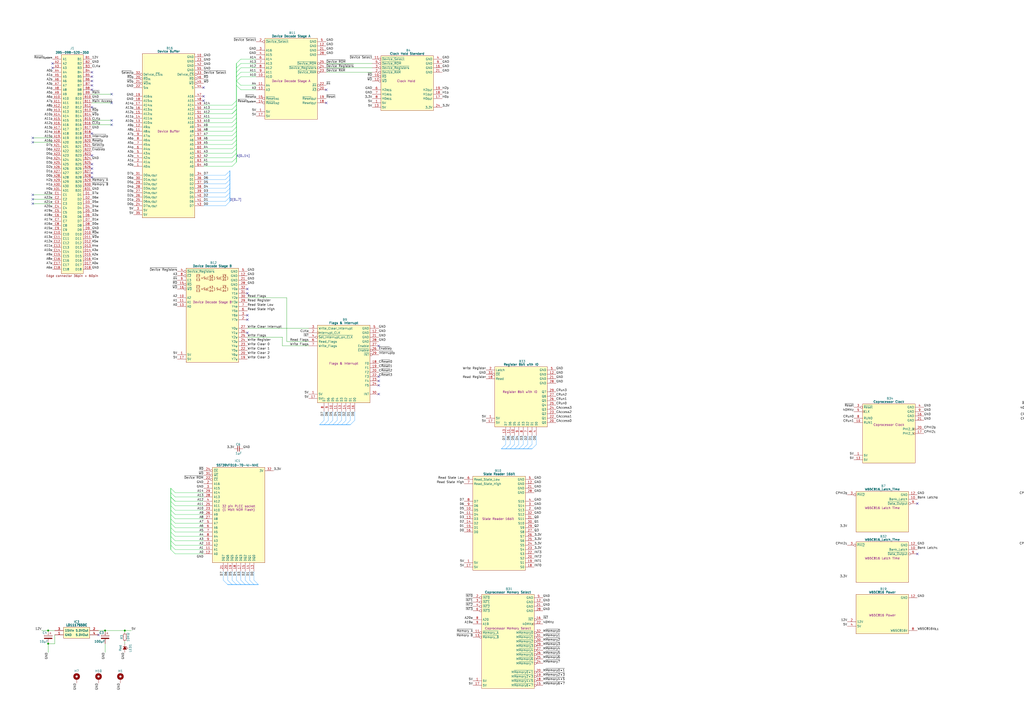
<source format=kicad_sch>
(kicad_sch (version 20250114) (generator "eeschema") (generator_version "9.0")
  (paper "A2")
  (title_block (title "Coprocessor Board") (date "2025-06-17") (rev "V0"))
  (lib_symbols
    (symbol "Connector:Conn_01x04_Pin" (pin_names (offset 1.016) (hide yes))
      (property "Reference" "J" (at 0 5.08 0))
      (property "Value" "Conn_01x04_Pin" (at 0 -7.62 0))
      (symbol "Conn_01x04_Pin_1_1"
        (pin passive line (at 5.08 2.54 180) (length 3.81) (name "Pin_1") (number "1"))
        (pin passive line (at 5.08 0 180) (length 3.81) (name "Pin_2") (number "2"))
        (pin passive line (at 5.08 -2.54 180) (length 3.81) (name "Pin_3") (number "3"))
        (pin passive line (at 5.08 -5.08 180) (length 3.81) (name "Pin_4") (number "4"))
      )
    )
    (symbol "Connector:Conn_01x04_Socket" (pin_names (offset 1.016) (hide yes))
      (property "Reference" "J" (at 0 5.08 0))
      (property "Value" "Conn_01x04_Socket" (at 0 -7.62 0))
      (symbol "Conn_01x04_Socket_1_1"
        (pin passive line (at -5.08 2.54 0) (length 3.81) (name "Pin_1") (number "1"))
        (pin passive line (at -5.08 0 0) (length 3.81) (name "Pin_2") (number "2"))
        (pin passive line (at -5.08 -2.54 0) (length 3.81) (name "Pin_3") (number "3"))
        (pin passive line (at -5.08 -5.08 0) (length 3.81) (name "Pin_4") (number "4"))
      )
    )
    (symbol "Connector:Conn_01x08_Pin" (pin_names (offset 1.016) (hide yes))
      (property "Reference" "J" (at 0 10.16 0))
      (property "Value" "Conn_01x08_Pin" (at 0 -12.7 0))
      (symbol "Conn_01x08_Pin_1_1"
        (pin passive line (at 5.08 7.62 180) (length 3.81) (name "Pin_1") (number "1"))
        (pin passive line (at 5.08 5.08 180) (length 3.81) (name "Pin_2") (number "2"))
        (pin passive line (at 5.08 2.54 180) (length 3.81) (name "Pin_3") (number "3"))
        (pin passive line (at 5.08 0 180) (length 3.81) (name "Pin_4") (number "4"))
        (pin passive line (at 5.08 -2.54 180) (length 3.81) (name "Pin_5") (number "5"))
        (pin passive line (at 5.08 -5.08 180) (length 3.81) (name "Pin_6") (number "6"))
        (pin passive line (at 5.08 -7.62 180) (length 3.81) (name "Pin_7") (number "7"))
        (pin passive line (at 5.08 -10.16 180) (length 3.81) (name "Pin_8") (number "8"))
      )
    )
    (symbol "Connector:Conn_01x08_Socket" (pin_names (offset 1.016) (hide yes))
      (property "Reference" "J" (at 0 10.16 0))
      (property "Value" "Conn_01x08_Socket" (at 0 -12.7 0))
      (symbol "Conn_01x08_Socket_1_1"
        (pin passive line (at -5.08 7.62 0) (length 3.81) (name "Pin_1") (number "1"))
        (pin passive line (at -5.08 5.08 0) (length 3.81) (name "Pin_2") (number "2"))
        (pin passive line (at -5.08 2.54 0) (length 3.81) (name "Pin_3") (number "3"))
        (pin passive line (at -5.08 0 0) (length 3.81) (name "Pin_4") (number "4"))
        (pin passive line (at -5.08 -2.54 0) (length 3.81) (name "Pin_5") (number "5"))
        (pin passive line (at -5.08 -5.08 0) (length 3.81) (name "Pin_6") (number "6"))
        (pin passive line (at -5.08 -7.62 0) (length 3.81) (name "Pin_7") (number "7"))
        (pin passive line (at -5.08 -10.16 0) (length 3.81) (name "Pin_8") (number "8"))
      )
    )
    (symbol "Connector:Conn_01x12_Pin" (pin_names (offset 1.016) (hide yes))
      (property "Reference" "J" (at 0 15.24 0))
      (property "Value" "Conn_01x12_Pin" (at 0 -17.78 0))
      (symbol "Conn_01x12_Pin_1_1"
        (pin passive line (at 5.08 12.7 180) (length 3.81) (name "Pin_1") (number "1"))
        (pin passive line (at 5.08 10.16 180) (length 3.81) (name "Pin_2") (number "2"))
        (pin passive line (at 5.08 7.62 180) (length 3.81) (name "Pin_3") (number "3"))
        (pin passive line (at 5.08 5.08 180) (length 3.81) (name "Pin_4") (number "4"))
        (pin passive line (at 5.08 2.54 180) (length 3.81) (name "Pin_5") (number "5"))
        (pin passive line (at 5.08 0 180) (length 3.81) (name "Pin_6") (number "6"))
        (pin passive line (at 5.08 -2.54 180) (length 3.81) (name "Pin_7") (number "7"))
        (pin passive line (at 5.08 -5.08 180) (length 3.81) (name "Pin_8") (number "8"))
        (pin passive line (at 5.08 -7.62 180) (length 3.81) (name "Pin_9") (number "9"))
        (pin passive line (at 5.08 -10.16 180) (length 3.81) (name "Pin_10") (number "10"))
        (pin passive line (at 5.08 -12.7 180) (length 3.81) (name "Pin_11") (number "11"))
        (pin passive line (at 5.08 -15.24 180) (length 3.81) (name "Pin_12") (number "12"))
      )
    )
    (symbol "Connector:Conn_01x12_Socket" (pin_names (offset 1.016) (hide yes))
      (property "Reference" "J" (at 0 15.24 0))
      (property "Value" "Conn_01x12_Socket" (at 0 -17.78 0))
      (symbol "Conn_01x12_Socket_1_1"
        (pin passive line (at -5.08 12.7 0) (length 3.81) (name "Pin_1") (number "1"))
        (pin passive line (at -5.08 10.16 0) (length 3.81) (name "Pin_2") (number "2"))
        (pin passive line (at -5.08 7.62 0) (length 3.81) (name "Pin_3") (number "3"))
        (pin passive line (at -5.08 5.08 0) (length 3.81) (name "Pin_4") (number "4"))
        (pin passive line (at -5.08 2.54 0) (length 3.81) (name "Pin_5") (number "5"))
        (pin passive line (at -5.08 0 0) (length 3.81) (name "Pin_6") (number "6"))
        (pin passive line (at -5.08 -2.54 0) (length 3.81) (name "Pin_7") (number "7"))
        (pin passive line (at -5.08 -5.08 0) (length 3.81) (name "Pin_8") (number "8"))
        (pin passive line (at -5.08 -7.62 0) (length 3.81) (name "Pin_9") (number "9"))
        (pin passive line (at -5.08 -10.16 0) (length 3.81) (name "Pin_10") (number "10"))
        (pin passive line (at -5.08 -12.7 0) (length 3.81) (name "Pin_11") (number "11"))
        (pin passive line (at -5.08 -15.24 0) (length 3.81) (name "Pin_12") (number "12"))
      )
    )
    (symbol "Connector:Conn_01x20_Pin" (pin_names (offset 1.016) (hide yes))
      (property "Reference" "J" (at 0 25.4 0))
      (property "Value" "Conn_01x20_Pin" (at 0 -27.94 0))
      (symbol "Conn_01x20_Pin_1_1"
        (pin passive line (at 5.08 22.86 180) (length 3.81) (name "Pin_1") (number "1"))
        (pin passive line (at 5.08 20.32 180) (length 3.81) (name "Pin_2") (number "2"))
        (pin passive line (at 5.08 17.78 180) (length 3.81) (name "Pin_3") (number "3"))
        (pin passive line (at 5.08 15.24 180) (length 3.81) (name "Pin_4") (number "4"))
        (pin passive line (at 5.08 12.7 180) (length 3.81) (name "Pin_5") (number "5"))
        (pin passive line (at 5.08 10.16 180) (length 3.81) (name "Pin_6") (number "6"))
        (pin passive line (at 5.08 7.62 180) (length 3.81) (name "Pin_7") (number "7"))
        (pin passive line (at 5.08 5.08 180) (length 3.81) (name "Pin_8") (number "8"))
        (pin passive line (at 5.08 2.54 180) (length 3.81) (name "Pin_9") (number "9"))
        (pin passive line (at 5.08 0 180) (length 3.81) (name "Pin_10") (number "10"))
        (pin passive line (at 5.08 -2.54 180) (length 3.81) (name "Pin_11") (number "11"))
        (pin passive line (at 5.08 -5.08 180) (length 3.81) (name "Pin_12") (number "12"))
        (pin passive line (at 5.08 -7.62 180) (length 3.81) (name "Pin_13") (number "13"))
        (pin passive line (at 5.08 -10.16 180) (length 3.81) (name "Pin_14") (number "14"))
        (pin passive line (at 5.08 -12.7 180) (length 3.81) (name "Pin_15") (number "15"))
        (pin passive line (at 5.08 -15.24 180) (length 3.81) (name "Pin_16") (number "16"))
        (pin passive line (at 5.08 -17.78 180) (length 3.81) (name "Pin_17") (number "17"))
        (pin passive line (at 5.08 -20.32 180) (length 3.81) (name "Pin_18") (number "18"))
        (pin passive line (at 5.08 -22.86 180) (length 3.81) (name "Pin_19") (number "19"))
        (pin passive line (at 5.08 -25.4 180) (length 3.81) (name "Pin_20") (number "20"))
      )
    )
    (symbol "Connector:Conn_01x20_Socket" (pin_names (offset 1.016) (hide yes))
      (property "Reference" "J" (at 0 25.4 0))
      (property "Value" "Conn_01x20_Socket" (at 0 -27.94 0))
      (symbol "Conn_01x20_Socket_1_1"
        (pin passive line (at -5.08 22.86 0) (length 3.81) (name "Pin_1") (number "1"))
        (pin passive line (at -5.08 20.32 0) (length 3.81) (name "Pin_2") (number "2"))
        (pin passive line (at -5.08 17.78 0) (length 3.81) (name "Pin_3") (number "3"))
        (pin passive line (at -5.08 15.24 0) (length 3.81) (name "Pin_4") (number "4"))
        (pin passive line (at -5.08 12.7 0) (length 3.81) (name "Pin_5") (number "5"))
        (pin passive line (at -5.08 10.16 0) (length 3.81) (name "Pin_6") (number "6"))
        (pin passive line (at -5.08 7.62 0) (length 3.81) (name "Pin_7") (number "7"))
        (pin passive line (at -5.08 5.08 0) (length 3.81) (name "Pin_8") (number "8"))
        (pin passive line (at -5.08 2.54 0) (length 3.81) (name "Pin_9") (number "9"))
        (pin passive line (at -5.08 0 0) (length 3.81) (name "Pin_10") (number "10"))
        (pin passive line (at -5.08 -2.54 0) (length 3.81) (name "Pin_11") (number "11"))
        (pin passive line (at -5.08 -5.08 0) (length 3.81) (name "Pin_12") (number "12"))
        (pin passive line (at -5.08 -7.62 0) (length 3.81) (name "Pin_13") (number "13"))
        (pin passive line (at -5.08 -10.16 0) (length 3.81) (name "Pin_14") (number "14"))
        (pin passive line (at -5.08 -12.7 0) (length 3.81) (name "Pin_15") (number "15"))
        (pin passive line (at -5.08 -15.24 0) (length 3.81) (name "Pin_16") (number "16"))
        (pin passive line (at -5.08 -17.78 0) (length 3.81) (name "Pin_17") (number "17"))
        (pin passive line (at -5.08 -20.32 0) (length 3.81) (name "Pin_18") (number "18"))
        (pin passive line (at -5.08 -22.86 0) (length 3.81) (name "Pin_19") (number "19"))
        (pin passive line (at -5.08 -25.4 0) (length 3.81) (name "Pin_20") (number "20"))
      )
    )
    (symbol "EDAC:395-098-520-350" (pin_names (offset 0.762))
      (property "Reference" "J" (at 11.43 6.35 0))
      (property "Value" "395-098-520-350" (at 11.43 3.81 0))
      (symbol "395-098-520-350_0_0"
        (pin passive line (at 0 0 0) (length 5.08) (name "B1") (number "B1"))
        (pin passive line (at 0 -2.54 0) (length 5.08) (name "B2") (number "B2"))
        (pin passive line (at 0 -5.08 0) (length 5.08) (name "B3") (number "B3"))
        (pin passive line (at 0 -7.62 0) (length 5.08) (name "B4") (number "B4"))
        (pin passive line (at 0 -10.16 0) (length 5.08) (name "B5") (number "B5"))
        (pin passive line (at 0 -12.7 0) (length 5.08) (name "B6") (number "B6"))
        (pin passive line (at 0 -15.24 0) (length 5.08) (name "B7") (number "B7"))
        (pin passive line (at 0 -17.78 0) (length 5.08) (name "B8") (number "B8"))
        (pin passive line (at 0 -20.32 0) (length 5.08) (name "B9") (number "B9"))
        (pin passive line (at 0 -22.86 0) (length 5.08) (name "B10") (number "B10"))
        (pin passive line (at 0 -25.4 0) (length 5.08) (name "B11") (number "B11"))
        (pin passive line (at 0 -27.94 0) (length 5.08) (name "B12") (number "B12"))
        (pin passive line (at 0 -30.48 0) (length 5.08) (name "B13") (number "B13"))
        (pin passive line (at 0 -33.02 0) (length 5.08) (name "B14") (number "B14"))
        (pin passive line (at 0 -35.56 0) (length 5.08) (name "B15") (number "B15"))
        (pin passive line (at 0 -38.1 0) (length 5.08) (name "B16") (number "B16"))
        (pin passive line (at 0 -40.64 0) (length 5.08) (name "B17") (number "B17"))
        (pin passive line (at 0 -43.18 0) (length 5.08) (name "B18") (number "B18"))
        (pin passive line (at 0 -45.72 0) (length 5.08) (name "B19") (number "B19"))
        (pin passive line (at 0 -48.26 0) (length 5.08) (name "B20") (number "B20"))
        (pin passive line (at 0 -50.8 0) (length 5.08) (name "B21") (number "B21"))
        (pin passive line (at 0 -53.34 0) (length 5.08) (name "B22") (number "B22"))
        (pin passive line (at 0 -55.88 0) (length 5.08) (name "B23") (number "B23"))
        (pin passive line (at 0 -58.42 0) (length 5.08) (name "B24") (number "B24"))
        (pin passive line (at 0 -60.96 0) (length 5.08) (name "B25") (number "B25"))
        (pin passive line (at 0 -63.5 0) (length 5.08) (name "B26") (number "B26"))
        (pin passive line (at 0 -66.04 0) (length 5.08) (name "B27") (number "B27"))
        (pin passive line (at 0 -68.58 0) (length 5.08) (name "B28") (number "B28"))
        (pin passive line (at 0 -71.12 0) (length 5.08) (name "B29") (number "B29"))
        (pin passive line (at 0 -73.66 0) (length 5.08) (name "B30") (number "B30"))
        (pin passive line (at 0 -76.2 0) (length 5.08) (name "B31") (number "B31"))
        (pin passive line (at 0 -78.74 0) (length 5.08) (name "D1") (number "D1"))
        (pin passive line (at 0 -81.28 0) (length 5.08) (name "D2") (number "D2"))
        (pin passive line (at 0 -83.82 0) (length 5.08) (name "D3") (number "D3"))
        (pin passive line (at 0 -86.36 0) (length 5.08) (name "D4") (number "D4"))
        (pin passive line (at 0 -88.9 0) (length 5.08) (name "D5") (number "D5"))
        (pin passive line (at 0 -91.44 0) (length 5.08) (name "D6") (number "D6"))
        (pin passive line (at 0 -93.98 0) (length 5.08) (name "D7") (number "D7"))
        (pin passive line (at 0 -96.52 0) (length 5.08) (name "D8") (number "D8"))
        (pin passive line (at 0 -99.06 0) (length 5.08) (name "D9") (number "D9"))
        (pin passive line (at 0 -101.6 0) (length 5.08) (name "D10") (number "D10"))
        (pin passive line (at 0 -104.14 0) (length 5.08) (name "D11") (number "D11"))
        (pin passive line (at 0 -106.68 0) (length 5.08) (name "D12") (number "D12"))
        (pin passive line (at 0 -109.22 0) (length 5.08) (name "D13") (number "D13"))
        (pin passive line (at 0 -111.76 0) (length 5.08) (name "D14") (number "D14"))
        (pin passive line (at 0 -114.3 0) (length 5.08) (name "D15") (number "D15"))
        (pin passive line (at 0 -116.84 0) (length 5.08) (name "D16") (number "D16"))
        (pin passive line (at 0 -119.38 0) (length 5.08) (name "D17") (number "D17"))
        (pin passive line (at 0 -121.92 0) (length 5.08) (name "D18") (number "D18"))
        (pin passive line (at 22.86 0 180) (length 5.08) (name "A1") (number "A1"))
        (pin passive line (at 22.86 -2.54 180) (length 5.08) (name "A2") (number "A2"))
        (pin passive line (at 22.86 -5.08 180) (length 5.08) (name "A3") (number "A3"))
        (pin passive line (at 22.86 -7.62 180) (length 5.08) (name "A4") (number "A4"))
        (pin passive line (at 22.86 -10.16 180) (length 5.08) (name "A5") (number "A5"))
        (pin passive line (at 22.86 -12.7 180) (length 5.08) (name "A6") (number "A6"))
        (pin passive line (at 22.86 -15.24 180) (length 5.08) (name "A7") (number "A7"))
        (pin passive line (at 22.86 -17.78 180) (length 5.08) (name "A8") (number "A8"))
        (pin passive line (at 22.86 -20.32 180) (length 5.08) (name "A9") (number "A9"))
        (pin passive line (at 22.86 -22.86 180) (length 5.08) (name "A10") (number "A10"))
        (pin passive line (at 22.86 -25.4 180) (length 5.08) (name "A11") (number "A11"))
        (pin passive line (at 22.86 -27.94 180) (length 5.08) (name "A12") (number "A12"))
        (pin passive line (at 22.86 -30.48 180) (length 5.08) (name "A13") (number "A13"))
        (pin passive line (at 22.86 -33.02 180) (length 5.08) (name "A14") (number "A14"))
        (pin passive line (at 22.86 -35.56 180) (length 5.08) (name "A15") (number "A15"))
        (pin passive line (at 22.86 -38.1 180) (length 5.08) (name "A16") (number "A16"))
        (pin passive line (at 22.86 -40.64 180) (length 5.08) (name "A17") (number "A17"))
        (pin passive line (at 22.86 -43.18 180) (length 5.08) (name "A18") (number "A18"))
        (pin passive line (at 22.86 -45.72 180) (length 5.08) (name "A19") (number "A19"))
        (pin passive line (at 22.86 -48.26 180) (length 5.08) (name "A20") (number "A20"))
        (pin passive line (at 22.86 -50.8 180) (length 5.08) (name "A21") (number "A21"))
        (pin passive line (at 22.86 -53.34 180) (length 5.08) (name "A22") (number "A22"))
        (pin passive line (at 22.86 -55.88 180) (length 5.08) (name "A23") (number "A23"))
        (pin passive line (at 22.86 -58.42 180) (length 5.08) (name "A24") (number "A24"))
        (pin passive line (at 22.86 -60.96 180) (length 5.08) (name "A25") (number "A25"))
        (pin passive line (at 22.86 -63.5 180) (length 5.08) (name "A26") (number "A26"))
        (pin passive line (at 22.86 -66.04 180) (length 5.08) (name "A27") (number "A27"))
        (pin passive line (at 22.86 -68.58 180) (length 5.08) (name "A28") (number "A28"))
        (pin passive line (at 22.86 -71.12 180) (length 5.08) (name "A29") (number "A29"))
        (pin passive line (at 22.86 -73.66 180) (length 5.08) (name "A30") (number "A30"))
        (pin passive line (at 22.86 -76.2 180) (length 5.08) (name "A31") (number "A31"))
        (pin passive line (at 22.86 -78.74 180) (length 5.08) (name "C1") (number "C1"))
        (pin passive line (at 22.86 -81.28 180) (length 5.08) (name "C2") (number "C2"))
        (pin passive line (at 22.86 -83.82 180) (length 5.08) (name "C3") (number "C3"))
        (pin passive line (at 22.86 -86.36 180) (length 5.08) (name "C4") (number "C4"))
        (pin passive line (at 22.86 -88.9 180) (length 5.08) (name "C5") (number "C5"))
        (pin passive line (at 22.86 -91.44 180) (length 5.08) (name "C6") (number "C6"))
        (pin passive line (at 22.86 -93.98 180) (length 5.08) (name "C7") (number "C7"))
        (pin passive line (at 22.86 -96.52 180) (length 5.08) (name "C8") (number "C8"))
        (pin passive line (at 22.86 -99.06 180) (length 5.08) (name "C9") (number "C9"))
        (pin passive line (at 22.86 -101.6 180) (length 5.08) (name "C10") (number "C10"))
        (pin passive line (at 22.86 -104.14 180) (length 5.08) (name "C11") (number "C11"))
        (pin passive line (at 22.86 -106.68 180) (length 5.08) (name "C12") (number "C12"))
        (pin passive line (at 22.86 -109.22 180) (length 5.08) (name "C13") (number "C13"))
        (pin passive line (at 22.86 -111.76 180) (length 5.08) (name "C14") (number "C14"))
        (pin passive line (at 22.86 -114.3 180) (length 5.08) (name "C15") (number "C15"))
        (pin passive line (at 22.86 -116.84 180) (length 5.08) (name "C16") (number "C16"))
        (pin passive line (at 22.86 -119.38 180) (length 5.08) (name "C17") (number "C17"))
        (pin passive line (at 22.86 -121.92 180) (length 5.08) (name "C18") (number "C18"))
      )
      (symbol "395-098-520-350_1_1"
        (text "Edge connector 36pin + 60pin" (at 11.43 -125.73 0) (effects (font (size 1.27 1.27))))
      )
    )
    (symbol "HCP65:C_0805" (pin_numbers (hide yes)) (pin_names (offset 0.254) (hide yes))
      (property "Reference" "C" (at 2.286 2.54 0))
      (property "Value" "?μF" (at 2.54 -2.54 0))
      (symbol "C_0805_1_1"
        (pin passive line (at 0 0 0) (length 2.032) (name "~") (number "1"))
        (pin passive line (at 5.08 0 180) (length 2.032) (name "~") (number "2"))
      )
    )
    (symbol "HCP65:C_Radial_D4.0mm_P2.00mm" (pin_numbers (hide yes)) (pin_names (offset 0.254))
      (property "Reference" "C" (at 0.635 2.54 0))
      (property "Value" "?μF" (at 0.635 -2.54 0))
      (symbol "C_Radial_D4.0mm_P2.00mm_1_1"
        (pin passive line (at 0 3.81 270) (length 2.794) (name "~") (number "1"))
        (pin passive line (at 0 -3.81 90) (length 2.794) (name "~") (number "2"))
      )
    )
    (symbol "HCP65:Clock_Hold_Standard"
      (property "Reference" "B" (at 15.875 5.08 0))
      (property "Value" "Clock Hold Standard" (at 15.24 3.175 0))
      (property "Description" "Clock Hold" (at 14.605 -12.7 0))
      (symbol "Clock_Hold_Standard_1_1"
        (pin input inverted (at -5.08 0 0) (length 5.08) (name "~{Device_Select}") (number "11"))
        (pin input inverted (at -5.08 -2.54 0) (length 5.08) (name "~{Device_ROM}") (number "5"))
        (pin input inverted (at -5.08 -5.08 0) (length 5.08) (name "~{Device_Registers}") (number "3"))
        (pin input inverted (at -5.08 -7.62 0) (length 5.08) (name "~{Device_RAM}") (number "2"))
        (pin input inverted (at -5.08 -10.16 0) (length 5.08) (name "~{RD}") (number "10"))
        (pin input inverted (at -5.08 -12.7 0) (length 5.08) (name "~{WD}") (number "12"))
        (pin no_connect line (at -5.08 -15.24 0) (length 5.08) (hide yes) (name "N.C.") (number "14"))
        (pin input line (at -5.08 -17.78 0) (length 5.08) (name "H2_{REG}") (number "6"))
        (pin input line (at -5.08 -20.32 0) (length 5.08) (name "H1_{REG}") (number "7"))
        (pin input line (at -5.08 -22.86 0) (length 5.08) (name "H0_{REG}") (number "8"))
        (pin passive line (at -5.08 -25.4 0) (length 5.08) (name "5V") (number "1"))
        (pin passive line (at -5.08 -27.94 0) (length 5.08) (name "5V") (number "13"))
        (pin passive line (at 35.56 0 180) (length 5.08) (name "GND") (number "4"))
        (pin passive line (at 35.56 -2.54 180) (length 5.08) (name "GND") (number "9"))
        (pin passive line (at 35.56 -5.08 180) (length 5.08) (name "GND") (number "16"))
        (pin passive line (at 35.56 -7.62 180) (length 5.08) (name "GND") (number "21"))
        (pin no_connect line (at 35.56 -10.16 180) (length 5.08) (hide yes) (name "N.C.") (number "22"))
        (pin no_connect line (at 35.56 -12.7 180) (length 5.08) (hide yes) (name "N.C.") (number "20"))
        (pin no_connect line (at 35.56 -15.24 180) (length 5.08) (hide yes) (name "N.C.") (number "23"))
        (pin output line (at 35.56 -17.78 180) (length 5.08) (name "H2_{OUT}") (number "19"))
        (pin output line (at 35.56 -20.32 180) (length 5.08) (name "H1_{OUT}") (number "18"))
        (pin output line (at 35.56 -22.86 180) (length 5.08) (name "H0_{OUT}") (number "17"))
        (pin no_connect line (at 35.56 -25.4 180) (length 5.08) (hide yes) (name "N.C.") (number "15"))
        (pin passive line (at 35.56 -27.94 180) (length 5.08) (name "3.3V") (number "24"))
      )
    )
    (symbol "HCP65:Coprocessor Transceiver"
      (property "Reference" "B" (at 15.875 5.08 0))
      (property "Value" "Coprocessor Transceiver" (at 15.24 3.175 0))
      (property "Description" "Coprocessor Transceiver" (at 13.97 -10.16 0))
      (symbol "Coprocessor Transceiver_1_0"
        (pin tri_state line (at -5.08 -25.4 0) (length 5.08) (name "Q0D_{2}") (number "32"))
      )
      (symbol "Coprocessor Transceiver_1_1"
        (pin input inverted (at -5.08 0 0) (length 5.08) (name "M~{Memory0•1}") (number "27"))
        (pin input inverted (at -5.08 -2.54 0) (length 5.08) (name "M~{Memory2•3}") (number "22"))
        (pin tri_state line (at -5.08 -12.7 0) (length 5.08) (name "Q0D_{7}") (number "25"))
        (pin tri_state line (at -5.08 -15.24 0) (length 5.08) (name "Q0D_{6}") (number "26"))
        (pin tri_state line (at -5.08 -17.78 0) (length 5.08) (name "Q0D_{5}") (number "29"))
        (pin tri_state line (at -5.08 -20.32 0) (length 5.08) (name "Q0D_{4}") (number "30"))
        (pin tri_state line (at -5.08 -22.86 0) (length 5.08) (name "Q0D_{3}") (number "31"))
        (pin tri_state line (at -5.08 -27.94 0) (length 5.08) (name "Q0D_{1}") (number "3"))
        (pin tri_state line (at -5.08 -30.48 0) (length 5.08) (name "Q0D_{0}") (number "2"))
        (pin passive line (at -5.08 -33.02 0) (length 5.08) (name "5V") (number "1"))
        (pin passive line (at -5.08 -35.56 0) (length 5.08) (name "5V") (number "17"))
        (pin tri_state line (at 6.35 -43.18 90) (length 5.08) (name "D7_{M}") (number "13"))
        (pin tri_state line (at 8.89 -43.18 90) (length 5.08) (name "D6_{M}") (number "11"))
        (pin tri_state line (at 11.43 -43.18 90) (length 5.08) (name "D5_{M}") (number "10"))
        (pin tri_state line (at 13.97 -43.18 90) (length 5.08) (name "D4_{M}") (number "9"))
        (pin tri_state line (at 16.51 -43.18 90) (length 5.08) (name "D3_{M}") (number "8"))
        (pin tri_state line (at 19.05 -43.18 90) (length 5.08) (name "D2_{M}") (number "7"))
        (pin tri_state line (at 21.59 -43.18 90) (length 5.08) (name "D1_{M}") (number "6"))
        (pin tri_state line (at 24.13 -43.18 90) (length 5.08) (name "D0_{M}") (number "4"))
        (pin passive line (at 35.56 0 180) (length 5.08) (name "GND") (number "5"))
        (pin passive line (at 35.56 -2.54 180) (length 5.08) (name "GND") (number "12"))
        (pin passive line (at 35.56 -5.08 180) (length 5.08) (name "GND") (number "21"))
        (pin passive line (at 35.56 -7.62 180) (length 5.08) (name "GND") (number "28"))
        (pin tri_state line (at 35.56 -12.7 180) (length 5.08) (name "Q1D_{7}") (number "16"))
        (pin tri_state line (at 35.56 -15.24 180) (length 5.08) (name "Q1D_{6}") (number "15"))
        (pin tri_state line (at 35.56 -17.78 180) (length 5.08) (name "Q1D_{5}") (number "14"))
        (pin tri_state line (at 35.56 -20.32 180) (length 5.08) (name "Q1D_{4}") (number "18"))
        (pin tri_state line (at 35.56 -22.86 180) (length 5.08) (name "Q1D_{3}") (number "19"))
        (pin tri_state line (at 35.56 -25.4 180) (length 5.08) (name "Q1D_{2}") (number "20"))
        (pin tri_state line (at 35.56 -27.94 180) (length 5.08) (name "Q1D_{1}") (number "23"))
        (pin tri_state line (at 35.56 -30.48 180) (length 5.08) (name "Q1D_{0}") (number "24"))
      )
    )
    (symbol "HCP65:Coprocessor_Clock"
      (property "Reference" "B" (at 15.875 5.08 0))
      (property "Value" "Coprocessor Clock" (at 15.24 3.175 0))
      (property "Description" "Coprocessor Clock" (at 15.24 -10.16 0))
      (symbol "Coprocessor_Clock_1_1"
        (pin input inverted (at -5.08 0 0) (length 5.08) (name "~{Reset}") (number "3"))
        (pin input clock (at -5.08 -2.54 0) (length 5.08) (name "CLK") (number "5"))
        (pin input line (at -5.08 -6.35 0) (length 5.08) (name "RUN0") (number "8"))
        (pin input line (at -5.08 -8.89 0) (length 5.08) (name "RUN1") (number "10"))
        (pin no_connect line (at -5.08 -12.7 0) (length 5.08) (hide yes) (name "N.C.") (number "2"))
        (pin no_connect line (at -5.08 -15.24 0) (length 5.08) (hide yes) (name "N.C.") (number "6"))
        (pin no_connect line (at -5.08 -17.78 0) (length 5.08) (hide yes) (name "N.C.") (number "7"))
        (pin no_connect line (at -5.08 -20.32 0) (length 5.08) (hide yes) (name "N.C.") (number "18"))
        (pin no_connect line (at -5.08 -22.86 0) (length 5.08) (hide yes) (name "N.C.") (number "19"))
        (pin no_connect line (at -5.08 -25.4 0) (length 5.08) (hide yes) (name "N.C.") (number "22"))
        (pin passive line (at -5.08 -27.94 0) (length 5.08) (name "5V") (number "1"))
        (pin passive line (at -5.08 -30.48 0) (length 5.08) (name "5V") (number "13"))
        (pin passive line (at 35.56 0 180) (length 5.08) (name "GND") (number "4"))
        (pin passive line (at 35.56 -2.54 180) (length 5.08) (name "GND") (number "9"))
        (pin passive line (at 35.56 -5.08 180) (length 5.08) (name "GND") (number "16"))
        (pin passive line (at 35.56 -7.62 180) (length 5.08) (name "GND") (number "21"))
        (pin output clock (at 35.56 -12.7 180) (length 5.08) (name "PHI2_0") (number "20"))
        (pin output clock (at 35.56 -15.24 180) (length 5.08) (name "PHI2_1") (number "17"))
        (pin no_connect line (at 35.56 -17.78 180) (length 5.08) (hide yes) (name "N.C.") (number "11"))
        (pin no_connect line (at 35.56 -20.32 180) (length 5.08) (hide yes) (name "N.C.") (number "12"))
        (pin no_connect line (at 35.56 -22.86 180) (length 5.08) (hide yes) (name "N.C.") (number "14"))
        (pin no_connect line (at 35.56 -25.4 180) (length 5.08) (hide yes) (name "N.C.") (number "15"))
        (pin no_connect line (at 35.56 -27.94 180) (length 5.08) (hide yes) (name "N.C.") (number "23"))
        (pin no_connect line (at 35.56 -30.48 180) (length 5.08) (hide yes) (name "N.C.") (number "24"))
      )
    )
    (symbol "HCP65:Coprocessor_Memory_Select"
      (property "Reference" "B" (at 15.875 5.08 0))
      (property "Value" "Coprocessor Memory Select" (at 15.24 3.175 0))
      (property "Description" "Coprocessor Memory Select" (at 15.24 -17.78 0))
      (symbol "Coprocessor_Memory_Select_1_0"
        (pin output inverted (at 35.56 -20.32 180) (length 5.08) (name "M~{Memory0}") (number "32"))
      )
      (symbol "Coprocessor_Memory_Select_1_1"
        (pin input inverted (at -5.08 0 0) (length 5.08) (name "~{INT0}") (number "2"))
        (pin input inverted (at -5.08 -2.54 0) (length 5.08) (name "~{INT1}") (number "3"))
        (pin input inverted (at -5.08 -5.08 0) (length 5.08) (name "~{INT2}") (number "4"))
        (pin input inverted (at -5.08 -7.62 0) (length 5.08) (name "~{INT3}") (number "6"))
        (pin input line (at -5.08 -12.7 0) (length 5.08) (name "A20") (number "8"))
        (pin input line (at -5.08 -15.24 0) (length 5.08) (name "A19") (number "9"))
        (pin input inverted (at -5.08 -20.32 0) (length 5.08) (name "~{Memory_A}") (number "11"))
        (pin input inverted (at -5.08 -22.86 0) (length 5.08) (name "~{Memory_B}") (number "13"))
        (pin no_connect line (at -5.08 -38.1 0) (length 5.08) (hide yes) (name "N.C.") (number "7"))
        (pin no_connect line (at -5.08 -40.64 0) (length 5.08) (hide yes) (name "N.C.") (number "10"))
        (pin no_connect line (at -5.08 -43.18 0) (length 5.08) (hide yes) (name "N.C.") (number "14"))
        (pin no_connect line (at -5.08 -45.72 0) (length 5.08) (hide yes) (name "N.C.") (number "23"))
        (pin passive line (at -5.08 -48.26 0) (length 5.08) (name "5V") (number "1"))
        (pin passive line (at -5.08 -50.8 0) (length 5.08) (name "5V") (number "17"))
        (pin passive line (at 35.56 0 180) (length 5.08) (name "GND") (number "5"))
        (pin passive line (at 35.56 -2.54 180) (length 5.08) (name "GND") (number "12"))
        (pin passive line (at 35.56 -5.08 180) (length 5.08) (name "GND") (number "21"))
        (pin passive line (at 35.56 -7.62 180) (length 5.08) (name "GND") (number "28"))
        (pin output inverted (at 35.56 -12.7 180) (length 5.08) (name "~{INT}") (number "16"))
        (pin output clock (at 35.56 -15.24 180) (length 5.08) (name "40MHz") (number "22"))
        (pin output inverted (at 35.56 -22.86 180) (length 5.08) (name "M~{Memory1}") (number "31"))
        (pin output inverted (at 35.56 -25.4 180) (length 5.08) (name "M~{Memory2}") (number "30"))
        (pin output inverted (at 35.56 -27.94 180) (length 5.08) (name "M~{Memory3}") (number "29"))
        (pin output inverted (at 35.56 -30.48 180) (length 5.08) (name "M~{Memory4}") (number "27"))
        (pin output inverted (at 35.56 -33.02 180) (length 5.08) (name "M~{Memory5}") (number "26"))
        (pin output inverted (at 35.56 -35.56 180) (length 5.08) (name "M~{Memory6}") (number "25"))
        (pin output inverted (at 35.56 -38.1 180) (length 5.08) (name "M~{Memory7}") (number "24"))
        (pin output inverted (at 35.56 -43.18 180) (length 5.08) (name "M~{Memory0•1}") (number "20"))
        (pin output inverted (at 35.56 -45.72 180) (length 5.08) (name "M~{Memory2•3}") (number "19"))
        (pin output inverted (at 35.56 -48.26 180) (length 5.08) (name "M~{Memory4•5}") (number "18"))
        (pin output inverted (at 35.56 -50.8 180) (length 5.08) (name "M~{Memory6•7}") (number "15"))
      )
    )
    (symbol "HCP65:Coprocessor_Support"
      (property "Reference" "B" (at 15.875 5.08 0))
      (property "Value" "Coprocessor Support" (at 15.24 3.175 0))
      (property "Description" "Coprocessor Support" (at 16.51 -30.48 0))
      (symbol "Coprocessor_Support_1_0"
        (pin input inverted (at -5.08 0 0) (length 5.08) (name "~{Reset}") (number "32"))
      )
      (symbol "Coprocessor_Support_1_1"
        (pin input line (at -5.08 -2.54 0) (length 5.08) (name "CLR") (number "29"))
        (pin input line (at -5.08 -7.62 0) (length 5.08) (name "CA19") (number "2"))
        (pin input line (at -5.08 -10.16 0) (length 5.08) (name "CA18") (number "3"))
        (pin input line (at -5.08 -12.7 0) (length 5.08) (name "CA17") (number "4"))
        (pin input line (at -5.08 -15.24 0) (length 5.08) (name "CA16") (number "6"))
        (pin input line (at -5.08 -17.78 0) (length 5.08) (name "CA15") (number "7"))
        (pin input line (at -5.08 -20.32 0) (length 5.08) (name "CA14") (number "8"))
        (pin input line (at -5.08 -22.86 0) (length 5.08) (name "CA13") (number "9"))
        (pin input line (at -5.08 -25.4 0) (length 5.08) (name "CA12") (number "10"))
        (pin input line (at -5.08 -27.94 0) (length 5.08) (name "CA11") (number "11"))
        (pin input line (at -5.08 -30.48 0) (length 5.08) (name "CA10") (number "13"))
        (pin input line (at -5.08 -33.02 0) (length 5.08) (name "CA9") (number "14"))
        (pin input line (at -5.08 -35.56 0) (length 5.08) (name "CA8") (number "15"))
        (pin input line (at -5.08 -38.1 0) (length 5.08) (name "CA7") (number "16"))
        (pin input line (at -5.08 -40.64 0) (length 5.08) (name "CA6") (number "18"))
        (pin input line (at -5.08 -43.18 0) (length 5.08) (name "CA5") (number "19"))
        (pin input line (at -5.08 -45.72 0) (length 5.08) (name "CA4") (number "20"))
        (pin input line (at -5.08 -48.26 0) (length 5.08) (name "CA3") (number "22"))
        (pin input line (at -5.08 -50.8 0) (length 5.08) (name "CA2") (number "23"))
        (pin input line (at -5.08 -53.34 0) (length 5.08) (name "CA1") (number "24"))
        (pin input line (at -5.08 -55.88 0) (length 5.08) (name "CA0") (number "25"))
        (pin passive line (at -5.08 -60.96 0) (length 5.08) (name "5V") (number "1"))
        (pin passive line (at -5.08 -63.5 0) (length 5.08) (name "5V") (number "17"))
        (pin passive line (at 35.56 0 180) (length 5.08) (name "GND") (number "5"))
        (pin passive line (at 35.56 -2.54 180) (length 5.08) (name "GND") (number "12"))
        (pin passive line (at 35.56 -5.08 180) (length 5.08) (name "GND") (number "21"))
        (pin passive line (at 35.56 -7.62 180) (length 5.08) (name "GND") (number "28"))
        (pin output inverted (at 35.56 -12.7 180) (length 5.08) (name "~{CAMemory0}") (number "31"))
        (pin output inverted (at 35.56 -15.24 180) (length 5.08) (name "~{CAMemory1}") (number "30"))
        (pin output inverted (at 35.56 -20.32 180) (length 5.08) (name "~{INT}") (number "27"))
        (pin output line (at 35.56 -22.86 180) (length 5.08) (name "INT") (number "26"))
      )
    )
    (symbol "HCP65:Device_Buffer"
      (property "Reference" "B" (at 15.875 5.08 0))
      (property "Value" "Device Buffer" (at 15.24 3.175 0))
      (property "Description" "Device Buffer" (at 15.24 -43.18 0))
      (symbol "Device_Buffer_1_0"
        (pin passive line (at 35.56 -5.08 180) (length 5.08) (name "GND") (number "42"))
        (pin output line (at 35.56 -38.1 180) (length 5.08) (name "A10") (number "53"))
        (pin output line (at 35.56 -40.64 180) (length 5.08) (name "A9") (number "54"))
      )
      (symbol "Device_Buffer_1_1"
        (pin input inverted (at -5.08 -10.16 0) (length 5.08) (name "Deivce_~{CS}_{IN}") (number "32"))
        (pin input inverted (at -5.08 -12.7 0) (length 5.08) (name "~{RD}_{IN}") (number "20"))
        (pin input inverted (at -5.08 -15.24 0) (length 5.08) (name "~{WD}_{IN}") (number "21"))
        (pin input line (at -5.08 -17.78 0) (length 5.08) (name "S_{IN}") (number "22"))
        (pin input line (at -5.08 -22.86 0) (length 5.08) (name "A16_{IN}") (number "19"))
        (pin input line (at -5.08 -25.4 0) (length 5.08) (name "A15_{IN}") (number "18"))
        (pin input line (at -5.08 -27.94 0) (length 5.08) (name "A14_{IN}") (number "17"))
        (pin input line (at -5.08 -30.48 0) (length 5.08) (name "A13_{IN}") (number "16"))
        (pin input line (at -5.08 -33.02 0) (length 5.08) (name "A12_{IN}") (number "15"))
        (pin input line (at -5.08 -35.56 0) (length 5.08) (name "A11_{IN}") (number "14"))
        (pin input line (at -5.08 -38.1 0) (length 5.08) (name "A10_{IN}") (number "13"))
        (pin input line (at -5.08 -40.64 0) (length 5.08) (name "A9_{IN}") (number "12"))
        (pin input line (at -5.08 -43.18 0) (length 5.08) (name "A8_{IN}") (number "11"))
        (pin input line (at -5.08 -45.72 0) (length 5.08) (name "A7_{IN}") (number "9"))
        (pin input line (at -5.08 -48.26 0) (length 5.08) (name "A6_{IN}") (number "8"))
        (pin input line (at -5.08 -50.8 0) (length 5.08) (name "A5_{IN}") (number "7"))
        (pin input line (at -5.08 -53.34 0) (length 5.08) (name "A4_{IN}") (number "6"))
        (pin input line (at -5.08 -55.88 0) (length 5.08) (name "A3_{IN}") (number "5"))
        (pin input line (at -5.08 -58.42 0) (length 5.08) (name "A2_{IN}") (number "4"))
        (pin input line (at -5.08 -60.96 0) (length 5.08) (name "A1_{IN}") (number "2"))
        (pin input line (at -5.08 -63.5 0) (length 5.08) (name "A0_{IN}") (number "1"))
        (pin tri_state line (at -5.08 -68.58 0) (length 5.08) (name "D0_{IN/OUT}") (number "31"))
        (pin tri_state line (at -5.08 -71.12 0) (length 5.08) (name "D1_{IN/OUT}") (number "30"))
        (pin tri_state line (at -5.08 -73.66 0) (length 5.08) (name "D2_{IN/OUT}") (number "29"))
        (pin tri_state line (at -5.08 -76.2 0) (length 5.08) (name "D3_{IN/OUT}") (number "28"))
        (pin tri_state line (at -5.08 -78.74 0) (length 5.08) (name "D4_{IN/OUT}") (number "27"))
        (pin tri_state line (at -5.08 -81.28 0) (length 5.08) (name "D5_{IN/OUT}") (number "26"))
        (pin tri_state line (at -5.08 -83.82 0) (length 5.08) (name "D6_{IN/OUT}") (number "25"))
        (pin tri_state line (at -5.08 -86.36 0) (length 5.08) (name "D7_{IN/OUT}") (number "24"))
        (pin passive line (at -5.08 -88.9 0) (length 5.08) (name "5V") (number "3"))
        (pin passive line (at -5.08 -91.44 0) (length 5.08) (name "5V") (number "35"))
        (pin passive line (at 35.56 0 180) (length 5.08) (name "GND") (number "10"))
        (pin passive line (at 35.56 -2.54 180) (length 5.08) (name "GND") (number "23"))
        (pin passive line (at 35.56 -7.62 180) (length 5.08) (name "GND") (number "55"))
        (pin output inverted (at 35.56 -10.16 180) (length 5.08) (name "Deivce_~{CS}") (number "33"))
        (pin output inverted (at 35.56 -12.7 180) (length 5.08) (name "~{RD}") (number "46"))
        (pin output inverted (at 35.56 -15.24 180) (length 5.08) (name "~{WD}") (number "45"))
        (pin output line (at 35.56 -17.78 180) (length 5.08) (name "S") (number "44"))
        (pin output line (at 35.56 -22.86 180) (length 5.08) (name "A16") (number "47"))
        (pin output line (at 35.56 -25.4 180) (length 5.08) (name "A15") (number "48"))
        (pin output line (at 35.56 -27.94 180) (length 5.08) (name "A14") (number "49"))
        (pin output line (at 35.56 -30.48 180) (length 5.08) (name "A13") (number "50"))
        (pin output line (at 35.56 -33.02 180) (length 5.08) (name "A12") (number "51"))
        (pin output line (at 35.56 -35.56 180) (length 5.08) (name "A11") (number "52"))
        (pin output line (at 35.56 -43.18 180) (length 5.08) (name "A8") (number "56"))
        (pin output line (at 35.56 -45.72 180) (length 5.08) (name "A7") (number "57"))
        (pin output line (at 35.56 -48.26 180) (length 5.08) (name "A6") (number "58"))
        (pin output line (at 35.56 -50.8 180) (length 5.08) (name "A5") (number "59"))
        (pin output line (at 35.56 -53.34 180) (length 5.08) (name "A4") (number "60"))
        (pin output line (at 35.56 -55.88 180) (length 5.08) (name "A3") (number "61"))
        (pin output line (at 35.56 -58.42 180) (length 5.08) (name "A2") (number "62"))
        (pin output line (at 35.56 -60.96 180) (length 5.08) (name "A1") (number "63"))
        (pin output line (at 35.56 -63.5 180) (length 5.08) (name "A0") (number "64"))
        (pin tri_state line (at 35.56 -68.58 180) (length 5.08) (name "D0") (number "34"))
        (pin tri_state line (at 35.56 -71.12 180) (length 5.08) (name "D1") (number "36"))
        (pin tri_state line (at 35.56 -73.66 180) (length 5.08) (name "D2") (number "37"))
        (pin tri_state line (at 35.56 -76.2 180) (length 5.08) (name "D3") (number "38"))
        (pin tri_state line (at 35.56 -78.74 180) (length 5.08) (name "D4") (number "39"))
        (pin tri_state line (at 35.56 -81.28 180) (length 5.08) (name "D5") (number "40"))
        (pin tri_state line (at 35.56 -83.82 180) (length 5.08) (name "D6") (number "41"))
        (pin tri_state line (at 35.56 -86.36 180) (length 5.08) (name "D7") (number "43"))
      )
    )
    (symbol "HCP65:Device_Decode_Stage_A"
      (property "Reference" "B" (at 15.875 5.08 0))
      (property "Value" "Device Decode Stage A" (at 15.24 3.175 0))
      (property "Description" "Device Decode Stage A" (at 15.24 -22.86 0))
      (symbol "Device_Decode_Stage_A_1_0"
        (pin passive line (at 35.56 -7.62 180) (length 5.08) (name "GND") (number "28"))
        (pin output inverted (at 35.56 -27.94 180) (length 5.08) (name "~{A3}") (number "20"))
        (pin output line (at 35.56 -33.02 180) (length 5.08) (name "~{Reset}_{OUT}") (number "19"))
        (pin output line (at 35.56 -35.56 180) (length 5.08) (name "Reset_{OUT}") (number "18"))
      )
      (symbol "Device_Decode_Stage_A_1_1"
        (pin input inverted (at -5.08 0 0) (length 5.08) (name "~{Device_Select}") (number "2"))
        (pin input line (at -5.08 -5.08 0) (length 5.08) (name "A16") (number "3"))
        (pin input line (at -5.08 -7.62 0) (length 5.08) (name "A15") (number "4"))
        (pin input line (at -5.08 -10.16 0) (length 5.08) (name "A14") (number "6"))
        (pin input line (at -5.08 -12.7 0) (length 5.08) (name "A13") (number "7"))
        (pin input line (at -5.08 -15.24 0) (length 5.08) (name "A12") (number "8"))
        (pin input line (at -5.08 -17.78 0) (length 5.08) (name "A11") (number "9"))
        (pin input line (at -5.08 -20.32 0) (length 5.08) (name "A10") (number "10"))
        (pin input line (at -5.08 -25.4 0) (length 5.08) (name "A4") (number "11"))
        (pin input line (at -5.08 -27.94 0) (length 5.08) (name "A3") (number "13"))
        (pin no_connect inverted (at -5.08 -30.48 0) (length 5.08) (hide yes) (name "N.C.") (number "26"))
        (pin input inverted (at -5.08 -33.02 0) (length 5.08) (name "~{Reset}_{IN1}") (number "15"))
        (pin input inverted (at -5.08 -35.56 0) (length 5.08) (name "~{Reset}_{IN2}") (number "14"))
        (pin passive line (at -5.08 -40.64 0) (length 5.08) (name "5V") (number "1"))
        (pin passive line (at -5.08 -43.18 0) (length 5.08) (name "5V") (number "17"))
        (pin passive line (at 35.56 0 180) (length 5.08) (name "GND") (number "5"))
        (pin passive line (at 35.56 -2.54 180) (length 5.08) (name "GND") (number "12"))
        (pin passive line (at 35.56 -5.08 180) (length 5.08) (name "GND") (number "21"))
        (pin no_connect inverted (at 35.56 -10.16 180) (length 5.08) (hide yes) (name "N.C.") (number "16"))
        (pin output inverted (at 35.56 -12.7 180) (length 5.08) (name "~{Device_ROM}") (number "25"))
        (pin output inverted (at 35.56 -15.24 180) (length 5.08) (name "~{Device_Registers}") (number "24"))
        (pin output inverted (at 35.56 -17.78 180) (length 5.08) (name "~{Device_RAM}") (number "23"))
        (pin no_connect inverted (at 35.56 -20.32 180) (length 5.08) (hide yes) (name "N.C.") (number "29"))
        (pin output inverted (at 35.56 -25.4 180) (length 5.08) (name "~{A4}") (number "22"))
        (pin no_connect inverted (at 35.56 -30.48 180) (length 5.08) (hide yes) (name "N.C.") (number "27"))
        (pin no_connect inverted (at 35.56 -38.1 180) (length 5.08) (hide yes) (name "N.C.") (number "31"))
        (pin no_connect inverted (at 35.56 -40.64 180) (length 5.08) (hide yes) (name "N.C.") (number "30"))
        (pin no_connect inverted (at 35.56 -43.18 180) (length 5.08) (hide yes) (name "N.C.") (number "32"))
      )
    )
    (symbol "HCP65:Device_Decode_Stage_B"
      (property "Reference" "B" (at 15.875 5.08 0))
      (property "Value" "Device Decode Stage B" (at 15.24 3.175 0))
      (property "Description" "Device Decode Stage B" (at 15.24 -17.78 0))
      (symbol "Device_Decode_Stage_B_1_1"
        (text "~{E2}\nE3" (at 6.985 -3.81 0) (effects (font (size 1.27 1.27))))
        (text "~{E2}\nE3" (at 6.985 -10.16 0) (effects (font (size 1.27 1.27))))
        (text "=S_{1}(" (at 10.795 -3.81 0) (effects (font (size 1.27 1.27))))
        (text "=S_{3}(" (at 10.795 -10.16 0) (effects (font (size 1.27 1.27))))
        (text "A3\n~{A4}" (at 14.605 -3.81 0) (effects (font (size 1.27 1.27))))
        (text "A3\nA4" (at 14.605 -10.16 0) (effects (font (size 1.27 1.27))))
        (text ")" (at 16.51 -3.81 0) (effects (font (size 1.27 1.27))))
        (text ")" (at 16.51 -10.16 0) (effects (font (size 1.27 1.27))))
        (text "S_{2}(" (at 19.05 -3.81 0) (effects (font (size 1.27 1.27))))
        (text "S_{4}(" (at 19.05 -10.16 0) (effects (font (size 1.27 1.27))))
        (text "~{A3}\n~{A4}" (at 22.225 -3.81 0) (effects (font (size 1.27 1.27))))
        (text "~{A3}\nA4" (at 22.225 -10.16 0) (effects (font (size 1.27 1.27))))
        (text ")" (at 24.13 -3.81 0) (effects (font (size 1.27 1.27))))
        (text ")" (at 24.13 -10.16 0) (effects (font (size 1.27 1.27))))
        (pin input inverted (at -5.08 0 0) (length 5.08) (name "~{Device_Registers}") (number "4"))
        (pin input inverted (at -5.08 -2.54 0) (length 5.08) (name "~{E2}") (number "8"))
        (pin input line (at -5.08 -5.08 0) (length 5.08) (name "E3") (number "9"))
        (pin input inverted (at -5.08 -7.62 0) (length 5.08) (name "~{RD}") (number "15"))
        (pin input inverted (at -5.08 -10.16 0) (length 5.08) (name "~{WD}") (number "16"))
        (pin input line (at -5.08 -15.24 0) (length 5.08) (name "A2") (number "10"))
        (pin input line (at -5.08 -17.78 0) (length 5.08) (name "A1") (number "11"))
        (pin input line (at -5.08 -20.32 0) (length 5.08) (name "A0") (number "13"))
        (pin no_connect line (at -5.08 -43.18 0) (length 5.08) (hide yes) (name "N.C.") (number "14"))
        (pin no_connect line (at -5.08 -45.72 0) (length 5.08) (hide yes) (name "N.C.") (number "18"))
        (pin passive line (at -5.08 -48.26 0) (length 5.08) (name "5V") (number "1"))
        (pin passive line (at -5.08 -50.8 0) (length 5.08) (name "5V") (number "17"))
        (pin passive line (at 35.56 0 180) (length 5.08) (name "GND") (number "5"))
        (pin passive line (at 35.56 -2.54 180) (length 5.08) (name "GND") (number "12"))
        (pin passive line (at 35.56 -5.08 180) (length 5.08) (name "GND") (number "21"))
        (pin passive line (at 35.56 -7.62 180) (length 5.08) (name "GND") (number "28"))
        (pin output line (at 35.56 -10.16 180) (length 5.08) (name "Y0_{R}") (number "32"))
        (pin output line (at 35.56 -12.7 180) (length 5.08) (name "Y1_{R}") (number "31"))
        (pin output line (at 35.56 -15.24 180) (length 5.08) (name "Y2_{R}") (number "30"))
        (pin output line (at 35.56 -17.78 180) (length 5.08) (name "Y3_{R}") (number "29"))
        (pin output line (at 35.56 -20.32 180) (length 5.08) (name "Y4_{R}") (number "7"))
        (pin output line (at 35.56 -22.86 180) (length 5.08) (name "Y5_{R}") (number "6"))
        (pin output line (at 35.56 -25.4 180) (length 5.08) (name "Y6_{R}") (number "3"))
        (pin output line (at 35.56 -27.94 180) (length 5.08) (name "Y7_{R}") (number "2"))
        (pin output line (at 35.56 -33.02 180) (length 5.08) (name "Y0_{W}") (number "27"))
        (pin output line (at 35.56 -35.56 180) (length 5.08) (name "Y1_{W}") (number "26"))
        (pin output line (at 35.56 -38.1 180) (length 5.08) (name "Y2_{W}") (number "25"))
        (pin output line (at 35.56 -40.64 180) (length 5.08) (name "Y3_{W}") (number "24"))
        (pin output line (at 35.56 -43.18 180) (length 5.08) (name "Y4_{W}") (number "23"))
        (pin output line (at 35.56 -45.72 180) (length 5.08) (name "Y5_{W}") (number "22"))
        (pin output line (at 35.56 -48.26 180) (length 5.08) (name "Y6_{W}") (number "20"))
        (pin output line (at 35.56 -50.8 180) (length 5.08) (name "Y7_{W}") (number "19"))
      )
    )
    (symbol "HCP65:Flags_Interrupt"
      (property "Reference" "B" (at 15.875 5.08 0))
      (property "Value" "Flags & Interrupt" (at 15.24 3.175 0))
      (property "Description" "Flags & Interrupt" (at 15.24 -20.32 0))
      (symbol "Flags_Interrupt_1_1"
        (pin input line (at -5.08 0 0) (length 5.08) (name "Write_Clear_Interrupt") (number "3"))
        (pin input clock (at -5.08 -2.54 0) (length 5.08) (name "Interrupt_CLK") (number "2"))
        (pin input inverted (at -5.08 -5.08 0) (length 5.08) (name "~{Set_Interrupt_on_CLK}") (number "4"))
        (pin input line (at -5.08 -7.62 0) (length 5.08) (name "Read_Flags") (number "6"))
        (pin input line (at -5.08 -10.16 0) (length 5.08) (name "Write_Flags") (number "7"))
        (pin passive line (at -5.08 -38.1 0) (length 5.08) (name "5V") (number "1"))
        (pin passive line (at -5.08 -40.64 0) (length 5.08) (name "5V") (number "17"))
        (pin input line (at 3.81 -48.26 90) (length 5.08) (name "D7") (number "8"))
        (pin input line (at 6.35 -48.26 90) (length 5.08) (name "D6") (number "9"))
        (pin input line (at 8.89 -48.26 90) (length 5.08) (name "D5") (number "10"))
        (pin input line (at 11.43 -48.26 90) (length 5.08) (name "D4") (number "11"))
        (pin input line (at 13.97 -48.26 90) (length 5.08) (name "D3") (number "13"))
        (pin input line (at 16.51 -48.26 90) (length 5.08) (name "D2") (number "14"))
        (pin input line (at 19.05 -48.26 90) (length 5.08) (name "D1") (number "15"))
        (pin input line (at 21.59 -48.26 90) (length 5.08) (name "D0") (number "16"))
        (pin passive line (at 35.56 0 180) (length 5.08) (name "GND") (number "5"))
        (pin passive line (at 35.56 -2.54 180) (length 5.08) (name "GND") (number "12"))
        (pin passive line (at 35.56 -5.08 180) (length 5.08) (name "GND") (number "21"))
        (pin passive line (at 35.56 -7.62 180) (length 5.08) (name "GND") (number "28"))
        (pin output line (at 35.56 -10.16 180) (length 5.08) (name "Enable") (number "27"))
        (pin output inverted (at 35.56 -12.7 180) (length 5.08) (name "~{Enable}") (number "26"))
        (pin output inverted (at 35.56 -15.24 180) (length 5.08) (name "~{INT}") (number "29"))
        (pin no_connect line (at 35.56 -17.78 180) (length 5.08) (hide yes) (name "N.C.") (number "32"))
        (pin output line (at 35.56 -20.32 180) (length 5.08) (name "F0") (number "18"))
        (pin output line (at 35.56 -22.86 180) (length 5.08) (name "F1") (number "19"))
        (pin output line (at 35.56 -25.4 180) (length 5.08) (name "F2") (number "20"))
        (pin output line (at 35.56 -27.94 180) (length 5.08) (name "F3") (number "22"))
        (pin output line (at 35.56 -30.48 180) (length 5.08) (name "F4") (number "23"))
        (pin output line (at 35.56 -33.02 180) (length 5.08) (name "F5") (number "24"))
        (pin no_connect line (at 35.56 -35.56 180) (length 5.08) (hide yes) (name "N.C.") (number "25"))
        (pin output line (at 35.56 -38.1 180) (length 5.08) (name "INT") (number "30"))
        (pin no_connect line (at 35.56 -40.64 180) (length 5.08) (hide yes) (name "N.C.") (number "31"))
      )
    )
    (symbol "HCP65:LED" (pin_numbers (hide yes)) (pin_names (offset 0.254) (hide yes))
      (property "Reference" "LED" (at 0 3.175 0))
      (property "Value" "Colour" (at 0 -2.54 0))
      (symbol "LED_1_1"
        (pin passive line (at -2.54 0 0) (length 1.778) (name "K") (number "1"))
        (pin passive line (at 2.54 0 180) (length 1.778) (name "A") (number "2"))
      )
    )
    (symbol "HCP65:Memory_1MB"
      (property "Reference" "B" (at 15.24 5.08 0))
      (property "Value" "Memory 1MB" (at 15.24 3.175 0))
      (property "Description" "Memory 1MB" (at 15.24 -27.94 0))
      (symbol "Memory_1MB_1_0"
        (pin input inverted (at -5.08 -5.08 0) (length 5.08) (name "~{RD}") (number "32"))
        (pin no_connect line (at 35.56 -58.42 180) (length 5.08) (hide yes) (name "N.C.") (number "39"))
        (pin no_connect line (at 35.56 -60.96 180) (length 5.08) (hide yes) (name "N.C.") (number "40"))
      )
      (symbol "Memory_1MB_1_1"
        (pin input inverted (at -5.08 0 0) (length 5.08) (name "~{Memory_A}") (number "13"))
        (pin input inverted (at -5.08 -2.54 0) (length 5.08) (name "~{Memory_B}") (number "8"))
        (pin input inverted (at -5.08 -7.62 0) (length 5.08) (name "~{WD}") (number "15"))
        (pin input line (at -5.08 -10.16 0) (length 5.08) (name "A18") (number "37"))
        (pin input line (at -5.08 -12.7 0) (length 5.08) (name "A17") (number "36"))
        (pin input line (at -5.08 -15.24 0) (length 5.08) (name "A16") (number "35"))
        (pin input line (at -5.08 -17.78 0) (length 5.08) (name "A15") (number "33"))
        (pin input line (at -5.08 -20.32 0) (length 5.08) (name "A14") (number "26"))
        (pin input line (at -5.08 -22.86 0) (length 5.08) (name "A13") (number "25"))
        (pin input line (at -5.08 -25.4 0) (length 5.08) (name "A12") (number "24"))
        (pin input line (at -5.08 -27.94 0) (length 5.08) (name "A11") (number "22"))
        (pin input line (at -5.08 -30.48 0) (length 5.08) (name "A10") (number "21"))
        (pin input line (at -5.08 -33.02 0) (length 5.08) (name "A9") (number "20"))
        (pin input line (at -5.08 -35.56 0) (length 5.08) (name "A8") (number "19"))
        (pin input line (at -5.08 -38.1 0) (length 5.08) (name "A7") (number "18"))
        (pin input line (at -5.08 -40.64 0) (length 5.08) (name "A6") (number "17"))
        (pin input line (at -5.08 -43.18 0) (length 5.08) (name "A5") (number "16"))
        (pin input line (at -5.08 -45.72 0) (length 5.08) (name "A4") (number "6"))
        (pin input line (at -5.08 -48.26 0) (length 5.08) (name "A3") (number "5"))
        (pin input line (at -5.08 -50.8 0) (length 5.08) (name "A2") (number "4"))
        (pin input line (at -5.08 -53.34 0) (length 5.08) (name "A1") (number "2"))
        (pin input line (at -5.08 -55.88 0) (length 5.08) (name "A0") (number "1"))
        (pin passive line (at -5.08 -58.42 0) (length 5.08) (name "5V") (number "3"))
        (pin passive line (at -5.08 -60.96 0) (length 5.08) (name "5V") (number "23"))
        (pin tri_state line (at 6.35 -68.58 90) (length 5.08) (name "D7") (number "31"))
        (pin tri_state line (at 8.89 -68.58 90) (length 5.08) (name "D6") (number "30"))
        (pin tri_state line (at 11.43 -68.58 90) (length 5.08) (name "D5") (number "29"))
        (pin tri_state line (at 13.97 -68.58 90) (length 5.08) (name "D4") (number "28"))
        (pin tri_state line (at 16.51 -68.58 90) (length 5.08) (name "D3") (number "12"))
        (pin tri_state line (at 19.05 -68.58 90) (length 5.08) (name "D2") (number "11"))
        (pin tri_state line (at 21.59 -68.58 90) (length 5.08) (name "D1") (number "10"))
        (pin tri_state line (at 24.13 -68.58 90) (length 5.08) (name "D0") (number "9"))
        (pin passive line (at 35.56 0 180) (length 5.08) (name "GND") (number "7"))
        (pin passive line (at 35.56 -2.54 180) (length 5.08) (name "GND") (number "14"))
        (pin passive line (at 35.56 -5.08 180) (length 5.08) (name "GND") (number "27"))
        (pin passive line (at 35.56 -7.62 180) (length 5.08) (name "GND") (number "34"))
        (pin no_connect line (at 35.56 -55.88 180) (length 5.08) (hide yes) (name "N.C.") (number "38"))
      )
    )
    (symbol "HCP65:MountingHole_Pad" (pin_numbers (hide yes)) (pin_names (offset 1.016) (hide yes))
      (property "Reference" "H" (at 0 4.445 0))
      (symbol "MountingHole_Pad_1_1"
        (pin passive line (at 0 -2.54 90) (length 2.54) (name "GND") (number "1"))
      )
    )
    (symbol "HCP65:R_0805" (pin_numbers (hide yes)) (pin_names (hide yes))
      (property "Reference" "R" (at 2.54 1.778 0))
      (property "Value" "?Ω" (at 2.54 -1.905 0))
      (symbol "R_0805_1_1"
        (pin passive line (at 0 0 0) (length 0.72) (name "~") (number "1"))
        (pin passive line (at 5.08 0 180) (length 0.72) (name "~") (number "2"))
      )
    )
    (symbol "HCP65:Register_8bit_with_IO"
      (property "Reference" "B" (at 15.875 5.08 0))
      (property "Value" "Register 8bit with IO" (at 15.24 3.175 0))
      (property "Description" "Register 8bit with IO" (at 14.605 -12.7 0))
      (symbol "Register_8bit_with_IO_1_0"
        (pin input inverted (at -5.08 -2.54 0) (length 5.08) (name "~{OE}") (number "32"))
      )
      (symbol "Register_8bit_with_IO_1_1"
        (pin input line (at -5.08 0 0) (length 5.08) (name "Latch") (number "2"))
        (pin input line (at -5.08 -5.08 0) (length 5.08) (name "Read") (number "18"))
        (pin no_connect line (at -5.08 -10.16 0) (length 5.08) (hide yes) (name "N.C.") (number "3"))
        (pin no_connect line (at -5.08 -12.7 0) (length 5.08) (hide yes) (name "N.C.") (number "14"))
        (pin no_connect line (at -5.08 -15.24 0) (length 5.08) (hide yes) (name "N.C.") (number "15"))
        (pin no_connect line (at -5.08 -17.78 0) (length 5.08) (hide yes) (name "N.C.") (number "16"))
        (pin no_connect line (at -5.08 -20.32 0) (length 5.08) (hide yes) (name "N.C.") (number "19"))
        (pin no_connect line (at -5.08 -22.86 0) (length 5.08) (hide yes) (name "N.C.") (number "30"))
        (pin no_connect line (at -5.08 -25.4 0) (length 5.08) (hide yes) (name "N.C.") (number "31"))
        (pin passive line (at -5.08 -27.94 0) (length 5.08) (name "5V") (number "1"))
        (pin passive line (at -5.08 -30.48 0) (length 5.08) (name "5V") (number "17"))
        (pin tri_state line (at 6.35 -38.1 90) (length 5.08) (name "D7") (number "13"))
        (pin tri_state line (at 8.89 -38.1 90) (length 5.08) (name "D6") (number "11"))
        (pin tri_state line (at 11.43 -38.1 90) (length 5.08) (name "D5") (number "10"))
        (pin tri_state line (at 13.97 -38.1 90) (length 5.08) (name "D4") (number "9"))
        (pin tri_state line (at 16.51 -38.1 90) (length 5.08) (name "D3") (number "8"))
        (pin tri_state line (at 19.05 -38.1 90) (length 5.08) (name "D2") (number "7"))
        (pin tri_state line (at 21.59 -38.1 90) (length 5.08) (name "D1") (number "6"))
        (pin tri_state line (at 24.13 -38.1 90) (length 5.08) (name "D0") (number "4"))
        (pin passive line (at 35.56 0 180) (length 5.08) (name "GND") (number "5"))
        (pin passive line (at 35.56 -2.54 180) (length 5.08) (name "GND") (number "12"))
        (pin passive line (at 35.56 -5.08 180) (length 5.08) (name "GND") (number "21"))
        (pin passive line (at 35.56 -7.62 180) (length 5.08) (name "GND") (number "28"))
        (pin output line (at 35.56 -12.7 180) (length 5.08) (name "Q7") (number "29"))
        (pin output line (at 35.56 -15.24 180) (length 5.08) (name "Q6") (number "27"))
        (pin output line (at 35.56 -17.78 180) (length 5.08) (name "Q5") (number "26"))
        (pin output line (at 35.56 -20.32 180) (length 5.08) (name "Q4") (number "25"))
        (pin output line (at 35.56 -22.86 180) (length 5.08) (name "Q3") (number "24"))
        (pin output line (at 35.56 -25.4 180) (length 5.08) (name "Q2") (number "23"))
        (pin output line (at 35.56 -27.94 180) (length 5.08) (name "Q1") (number "22"))
        (pin output line (at 35.56 -30.48 180) (length 5.08) (name "Q0") (number "20"))
      )
    )
    (symbol "HCP65:Selector_12bit"
      (property "Reference" "B" (at 15.875 5.08 0))
      (property "Value" "Selector 12bit" (at 15.24 3.175 0))
      (property "Description" "Selector 12bit" (at 15.24 -34.925 0))
      (symbol "Selector_12bit_1_0"
        (pin tri_state line (at 35.56 -20.32 180) (length 5.08) (name "Q11") (number "39"))
        (pin tri_state line (at 35.56 -22.86 180) (length 5.08) (name "Q10") (number "38"))
        (pin tri_state line (at 35.56 -25.4 180) (length 5.08) (name "Q9") (number "37"))
        (pin tri_state line (at 35.56 -27.94 180) (length 5.08) (name "Q8") (number "36"))
        (pin tri_state line (at 35.56 -30.48 180) (length 5.08) (name "Q7") (number "35"))
        (pin tri_state line (at 35.56 -33.02 180) (length 5.08) (name "Q6") (number "34"))
        (pin tri_state line (at 35.56 -35.56 180) (length 5.08) (name "Q5") (number "33"))
        (pin tri_state line (at 35.56 -38.1 180) (length 5.08) (name "Q4") (number "32"))
      )
      (symbol "Selector_12bit_1_1"
        (text "A" (at 6.985 -19.05 0) (effects (font (size 1 1)) (justify left)))
        (text "B" (at 7.084 -52.039 0) (effects (font (size 1 1)) (justify left)))
        (pin input inverted (at -5.08 0 0) (length 5.08) (name "~{E}") (number "1"))
        (pin input line (at -5.08 -2.54 0) (length 5.08) (name "S") (number "2"))
        (pin input line (at -5.08 -5.08 0) (length 5.08) (name "A11") (number "3"))
        (pin input line (at -5.08 -7.62 0) (length 5.08) (name "A10") (number "4"))
        (pin input line (at -5.08 -10.16 0) (length 5.08) (name "A9") (number "5"))
        (pin input line (at -5.08 -12.7 0) (length 5.08) (name "A8") (number "6"))
        (pin input line (at -5.08 -15.24 0) (length 5.08) (name "A7") (number "7"))
        (pin input line (at -5.08 -17.78 0) (length 5.08) (name "A6") (number "8"))
        (pin input line (at -5.08 -20.32 0) (length 5.08) (name "A5") (number "9"))
        (pin input line (at -5.08 -22.86 0) (length 5.08) (name "A4") (number "10"))
        (pin input line (at -5.08 -25.4 0) (length 5.08) (name "A3") (number "11"))
        (pin input line (at -5.08 -27.94 0) (length 5.08) (name "A2") (number "12"))
        (pin input line (at -5.08 -30.48 0) (length 5.08) (name "A1") (number "13"))
        (pin input line (at -5.08 -33.02 0) (length 5.08) (name "A0") (number "14"))
        (pin input line (at -5.08 -38.1 0) (length 5.08) (name "B11") (number "15"))
        (pin input line (at -5.08 -40.64 0) (length 5.08) (name "B10") (number "16"))
        (pin input line (at -5.08 -43.18 0) (length 5.08) (name "B9") (number "17"))
        (pin input line (at -5.08 -45.72 0) (length 5.08) (name "B8") (number "18"))
        (pin input line (at -5.08 -48.26 0) (length 5.08) (name "B7") (number "19"))
        (pin input line (at -5.08 -50.8 0) (length 5.08) (name "B6") (number "21"))
        (pin input line (at -5.08 -53.34 0) (length 5.08) (name "B5") (number "22"))
        (pin input line (at -5.08 -55.88 0) (length 5.08) (name "B4") (number "23"))
        (pin input line (at -5.08 -58.42 0) (length 5.08) (name "B3") (number "24"))
        (pin input line (at -5.08 -60.96 0) (length 5.08) (name "B2") (number "25"))
        (pin input line (at -5.08 -63.5 0) (length 5.08) (name "B1") (number "26"))
        (pin input line (at -5.08 -66.04 0) (length 5.08) (name "B0") (number "27"))
        (pin passive line (at -5.08 -68.58 0) (length 5.08) (name "5V") (number "20"))
        (pin passive line (at 35.56 0 180) (length 5.08) (name "GND") (number "40"))
        (pin tri_state line (at 35.56 -40.64 180) (length 5.08) (name "Q3") (number "31"))
        (pin tri_state line (at 35.56 -43.18 180) (length 5.08) (name "Q2") (number "30"))
        (pin tri_state line (at 35.56 -45.72 180) (length 5.08) (name "Q1") (number "29"))
        (pin tri_state line (at 35.56 -48.26 180) (length 5.08) (name "Q0") (number "28"))
      )
    )
    (symbol "HCP65:State_Reader_16bit"
      (property "Reference" "B" (at 19.685 5.08 0))
      (property "Value" "State Reader 16bit" (at 20.32 3.175 0))
      (property "Description" "State Reader 16bit" (at 19.685 -22.86 0))
      (symbol "State_Reader_16bit_1_1"
        (pin input line (at 0 0 0) (length 5.08) (name "Read_State_Low") (number "6"))
        (pin input line (at 0 -2.54 0) (length 5.08) (name "Read_State_High") (number "7"))
        (pin tri_state line (at 0 -12.7 0) (length 5.08) (name "D7") (number "8"))
        (pin tri_state line (at 0 -15.24 0) (length 5.08) (name "D6") (number "9"))
        (pin tri_state line (at 0 -17.78 0) (length 5.08) (name "D5") (number "10"))
        (pin tri_state line (at 0 -20.32 0) (length 5.08) (name "D4") (number "11"))
        (pin tri_state line (at 0 -22.86 0) (length 5.08) (name "D3") (number "13"))
        (pin tri_state line (at 0 -25.4 0) (length 5.08) (name "D2") (number "14"))
        (pin tri_state line (at 0 -27.94 0) (length 5.08) (name "D1") (number "15"))
        (pin tri_state line (at 0 -30.48 0) (length 5.08) (name "D0") (number "16"))
        (pin passive line (at 0 -48.26 0) (length 5.08) (name "5V") (number "1"))
        (pin passive line (at 0 -50.8 0) (length 5.08) (name "5V") (number "17"))
        (pin passive line (at 40.64 0 180) (length 5.08) (name "GND") (number "5"))
        (pin passive line (at 40.64 -2.54 180) (length 5.08) (name "GND") (number "12"))
        (pin passive line (at 40.64 -5.08 180) (length 5.08) (name "GND") (number "21"))
        (pin passive line (at 40.64 -7.62 180) (length 5.08) (name "GND") (number "28"))
        (pin input line (at 40.64 -12.7 180) (length 5.08) (name "S15") (number "4"))
        (pin input line (at 40.64 -15.24 180) (length 5.08) (name "S14") (number "3"))
        (pin input line (at 40.64 -17.78 180) (length 5.08) (name "S13") (number "2"))
        (pin input line (at 40.64 -20.32 180) (length 5.08) (name "S12") (number "32"))
        (pin input line (at 40.64 -22.86 180) (length 5.08) (name "S11") (number "31"))
        (pin input line (at 40.64 -25.4 180) (length 5.08) (name "S10") (number "30"))
        (pin input line (at 40.64 -27.94 180) (length 5.08) (name "S9") (number "29"))
        (pin input line (at 40.64 -30.48 180) (length 5.08) (name "S8") (number "27"))
        (pin input line (at 40.64 -33.02 180) (length 5.08) (name "S7") (number "26"))
        (pin input line (at 40.64 -35.56 180) (length 5.08) (name "S6") (number "25"))
        (pin input line (at 40.64 -38.1 180) (length 5.08) (name "S5") (number "24"))
        (pin input line (at 40.64 -40.64 180) (length 5.08) (name "S4") (number "23"))
        (pin input line (at 40.64 -43.18 180) (length 5.08) (name "S3") (number "22"))
        (pin input line (at 40.64 -45.72 180) (length 5.08) (name "S2") (number "20"))
        (pin input line (at 40.64 -48.26 180) (length 5.08) (name "S1") (number "19"))
        (pin input line (at 40.64 -50.8 180) (length 5.08) (name "S0") (number "18"))
      )
    )
    (symbol "HCP65:W65C816_Latch_Time"
      (property "Reference" "B" (at 15.875 5.08 0))
      (property "Value" "W65C816_Latch_Time" (at 15.24 3.175 0))
      (property "Description" "W65C816 Latch Time" (at 15.24 -7.62 0))
      (symbol "W65C816_Latch_Time_1_1"
        (pin input inverted (at -5.08 0 0) (length 5.08) (name "~{PHI2}") (number "3"))
        (pin no_connect line (at -5.08 -2.54 0) (length 5.08) (hide yes) (name "N.C.") (number "1"))
        (pin no_connect line (at -5.08 -5.08 0) (length 5.08) (hide yes) (name "N.C.") (number "2"))
        (pin no_connect line (at -5.08 -10.16 0) (length 5.08) (hide yes) (name "N.C.") (number "4"))
        (pin no_connect line (at -5.08 -12.7 0) (length 5.08) (hide yes) (name "N.C.") (number "5"))
        (pin passive line (at -5.08 -19.05 0) (length 5.08) (hide yes) (name "3.3V") (number "6"))
        (pin passive line (at 35.56 0 180) (length 5.08) (name "GND") (number "12"))
        (pin output line (at 35.56 -2.54 180) (length 5.08) (name "Bank_Latch") (number "10"))
        (pin output inverted (at 35.56 -5.08 180) (length 5.08) (name "~{Data_Output}") (number "9"))
        (pin no_connect line (at 35.56 -10.16 180) (length 5.08) (hide yes) (name "N.C.") (number "7"))
        (pin no_connect line (at 35.56 -12.7 180) (length 5.08) (hide yes) (name "N.C.") (number "8"))
        (pin no_connect line (at 35.56 -15.24 180) (length 5.08) (hide yes) (name "N.C.") (number "11"))
      )
    )
    (symbol "HCP65:W65C816_Minimal"
      (property "Reference" "B" (at 15.24 5.08 0))
      (property "Value" "W65C816 Minimal" (at 15.24 3.175 0))
      (property "Description" "W65C816 Minimal" (at 15.24 -27.94 0))
      (symbol "W65C816_Minimal_1_0"
        (pin tri_state line (at 13.97 -73.66 90) (length 5.08) (name "D4") (number "32"))
        (pin output inverted (at 35.56 -63.5 180) (length 5.08) (name "~{RD}") (number "40"))
        (pin output inverted (at 35.56 -66.04 180) (length 5.08) (name "~{WD}") (number "39"))
      )
      (symbol "W65C816_Minimal_1_1"
        (text "(~{PHI2})" (at 11.43 -7.62 0) (effects (font (size 1.27 1.27)) (justify left)))
        (pin input clock (at -5.08 0 0) (length 5.08) (name "PHI2") (number "26"))
        (pin input inverted (at -5.08 -2.54 0) (length 5.08) (name "~{Reset}") (number "28"))
        (pin input inverted (at -5.08 -5.08 0) (length 5.08) (name "~{DE}") (number "38"))
        (pin input line (at -5.08 -7.62 0) (length 5.08) (name "Bank_Latch") (number "20"))
        (pin passive line (at -5.08 -63.5 0) (length 5.08) (name "5V") (number "3"))
        (pin passive line (at -5.08 -66.04 0) (length 5.08) (name "5V") (number "23"))
        (pin tri_state line (at 6.35 -73.66 90) (length 5.08) (name "D7") (number "29"))
        (pin tri_state line (at 8.89 -73.66 90) (length 5.08) (name "D6") (number "30"))
        (pin tri_state line (at 11.43 -73.66 90) (length 5.08) (name "D5") (number "31"))
        (pin tri_state line (at 16.51 -73.66 90) (length 5.08) (name "D3") (number "33"))
        (pin tri_state line (at 19.05 -73.66 90) (length 5.08) (name "D2") (number "35"))
        (pin tri_state line (at 21.59 -73.66 90) (length 5.08) (name "D1") (number "36"))
        (pin tri_state line (at 24.13 -73.66 90) (length 5.08) (name "D0") (number "37"))
        (pin passive line (at 35.56 0 180) (length 5.08) (name "GND") (number "7"))
        (pin passive line (at 35.56 -2.54 180) (length 5.08) (name "GND") (number "14"))
        (pin passive line (at 35.56 -5.08 180) (length 5.08) (name "GND") (number "27"))
        (pin passive line (at 35.56 -7.62 180) (length 5.08) (name "GND") (number "34"))
        (pin output line (at 35.56 -10.16 180) (length 5.08) (name "BA3") (number "25"))
        (pin output line (at 35.56 -12.7 180) (length 5.08) (name "BA2") (number "24"))
        (pin output line (at 35.56 -15.24 180) (length 5.08) (name "BA1") (number "22"))
        (pin output line (at 35.56 -17.78 180) (length 5.08) (name "BA0") (number "21"))
        (pin output line (at 35.56 -20.32 180) (length 5.08) (name "A15") (number "19"))
        (pin output line (at 35.56 -22.86 180) (length 5.08) (name "A14") (number "18"))
        (pin output line (at 35.56 -25.4 180) (length 5.08) (name "A13") (number "17"))
        (pin output line (at 35.56 -27.94 180) (length 5.08) (name "A12") (number "16"))
        (pin output line (at 35.56 -30.48 180) (length 5.08) (name "A11") (number "15"))
        (pin output line (at 35.56 -33.02 180) (length 5.08) (name "A10") (number "13"))
        (pin output line (at 35.56 -35.56 180) (length 5.08) (name "A9") (number "12"))
        (pin output line (at 35.56 -38.1 180) (length 5.08) (name "A8") (number "11"))
        (pin output line (at 35.56 -40.64 180) (length 5.08) (name "A7") (number "10"))
        (pin output line (at 35.56 -43.18 180) (length 5.08) (name "A6") (number "9"))
        (pin output line (at 35.56 -45.72 180) (length 5.08) (name "A5") (number "8"))
        (pin output line (at 35.56 -48.26 180) (length 5.08) (name "A4") (number "6"))
        (pin output line (at 35.56 -50.8 180) (length 5.08) (name "A3") (number "5"))
        (pin output line (at 35.56 -53.34 180) (length 5.08) (name "A2") (number "4"))
        (pin output line (at 35.56 -55.88 180) (length 5.08) (name "A1") (number "2"))
        (pin output line (at 35.56 -58.42 180) (length 5.08) (name "A0") (number "1"))
      )
    )
    (symbol "HCP65:W65C816_Power"
      (property "Reference" "B" (at 15.875 5.08 0))
      (property "Value" "W65C816 Power" (at 15.24 3.175 0))
      (property "Description" "W65C816 Power" (at 15.24 -10.16 0))
      (symbol "W65C816_Power_1_1"
        (pin no_connect line (at -5.08 -2.54 0) (length 5.08) (hide yes) (name "N.C.") (number "1"))
        (pin no_connect line (at -5.08 -5.08 0) (length 5.08) (hide yes) (name "N.C.") (number "3"))
        (pin no_connect line (at -5.08 -7.62 0) (length 5.08) (hide yes) (name "N.C.") (number "5"))
        (pin passive line (at -5.08 -13.97 0) (length 5.08) (name "12V") (number "2"))
        (pin passive line (at -5.08 -16.51 0) (length 5.08) (name "5V") (number "4"))
        (pin no_connect line (at -5.08 -19.05 0) (length 5.08) (hide yes) (name "N.C.") (number "6"))
        (pin passive line (at 35.56 0 180) (length 5.08) (name "GND") (number "12"))
        (pin no_connect line (at 35.56 -2.54 180) (length 5.08) (hide yes) (name "N.C.") (number "11"))
        (pin no_connect line (at 35.56 -5.08 180) (length 5.08) (hide yes) (name "N.C.") (number "7"))
        (pin no_connect line (at 35.56 -7.62 180) (length 5.08) (hide yes) (name "N.C.") (number "9"))
        (pin no_connect line (at 35.56 -16.51 180) (length 5.08) (hide yes) (name "N.C.") (number "10"))
        (pin passive line (at 35.56 -19.05 180) (length 5.08) (name "W65C816V") (number "8"))
      )
    )
    (symbol "Microchip:SST39VF010-70-4I-NHE" (pin_names (offset 0.762))
      (property "Reference" "IC" (at 20.32 5.08 0))
      (property "Value" "SST39VF010-70-4I-NHE" (at 20.32 3.175 0))
      (property "Description" "32 pin PLCC socket\n(1 Mbit NOR Flash)" (at 20.32 -21.59 0))
      (symbol "SST39VF010-70-4I-NHE_1_0"
        (pin passive line (at 0 -50.8 0) (length 5.08) (hide yes) (name "GND") (number "16"))
      )
      (symbol "SST39VF010-70-4I-NHE_1_1"
        (pin input inverted (at 0 0 0) (length 5.08) (name "~{OE}") (number "24"))
        (pin input inverted (at 0 -2.54 0) (length 5.08) (name "~{WE}") (number "31"))
        (pin input inverted (at 0 -5.08 0) (length 5.08) (name "~{CE}") (number "22"))
        (pin input line (at 0 -7.62 0) (length 5.08) (name "A16") (number "2"))
        (pin input line (at 0 -10.16 0) (length 5.08) (name "A15") (number "3"))
        (pin input line (at 0 -12.7 0) (length 5.08) (name "A14") (number "29"))
        (pin input line (at 0 -15.24 0) (length 5.08) (name "A13") (number "28"))
        (pin input line (at 0 -17.78 0) (length 5.08) (name "A12") (number "4"))
        (pin input line (at 0 -20.32 0) (length 5.08) (name "A11") (number "25"))
        (pin input line (at 0 -22.86 0) (length 5.08) (name "A10") (number "23"))
        (pin input line (at 0 -25.4 0) (length 5.08) (name "A9") (number "26"))
        (pin input line (at 0 -27.94 0) (length 5.08) (name "A8") (number "27"))
        (pin input line (at 0 -30.48 0) (length 5.08) (name "A7") (number "5"))
        (pin input line (at 0 -33.02 0) (length 5.08) (name "A6") (number "6"))
        (pin input line (at 0 -35.56 0) (length 5.08) (name "A5") (number "7"))
        (pin input line (at 0 -38.1 0) (length 5.08) (name "A4") (number "8"))
        (pin input line (at 0 -40.64 0) (length 5.08) (name "A3") (number "9"))
        (pin input line (at 0 -43.18 0) (length 5.08) (name "A2") (number "10"))
        (pin input line (at 0 -45.72 0) (length 5.08) (name "A1") (number "11"))
        (pin input line (at 0 -48.26 0) (length 5.08) (name "A0") (number "12"))
        (pin tri_state line (at 11.43 -58.42 90) (length 5.08) (name "DQ7") (number "21"))
        (pin tri_state line (at 13.97 -58.42 90) (length 5.08) (name "DQ6") (number "20"))
        (pin tri_state line (at 16.51 -58.42 90) (length 5.08) (name "DQ5") (number "19"))
        (pin tri_state line (at 19.05 -58.42 90) (length 5.08) (name "DQ4") (number "18"))
        (pin tri_state line (at 21.59 -58.42 90) (length 5.08) (name "DQ3") (number "17"))
        (pin tri_state line (at 24.13 -58.42 90) (length 5.08) (name "DQ2") (number "15"))
        (pin tri_state line (at 26.67 -58.42 90) (length 5.08) (name "DQ1") (number "14"))
        (pin tri_state line (at 29.21 -58.42 90) (length 5.08) (name "DQ0") (number "13"))
        (pin passive line (at 40.64 0 180) (length 5.08) (name "3V") (number "32"))
        (pin no_connect line (at 40.64 -2.54 180) (length 5.08) (hide yes) (name "N.C.") (number "30"))
        (pin no_connect line (at 40.64 -5.08 180) (length 5.08) (hide yes) (name "N.C.") (number "1"))
      )
    )
    (symbol "ST_Microelectronics:LD1117S50C" (pin_names (offset 0.762))
      (property "Reference" "IC" (at 7.62 5.08 0))
      (property "Value" "LD1117S50C" (at 7.62 3.175 0))
      (symbol "LD1117S50C_0_0"
        (pin passive line (at -5.08 -2.54 0) (length 5.08) (name "GND") (number "1"))
      )
      (symbol "LD1117S50C_1_0"
        (pin passive line (at -5.08 0 0) (length 5.08) (name "15VIn") (number "3"))
        (pin passive line (at 20.32 0 180) (length 5.08) (name "5.0VOut") (number "2"))
        (pin passive line (at 20.32 -2.54 180) (length 5.08) (name "5.0VOut") (number "4"))
      )
    )
  )
  (junction (at 27.94 373.38))
  (junction (at 72.39 365.76))
  (junction (at 27.94 365.76))
  (junction (at 60.96 365.76))
  (no_connect (at 19.05 118.11))
  (no_connect (at 143.51 182.88))
  (no_connect (at 638.81 321.31))
  (no_connect (at 53.34 102.87))
  (no_connect (at 19.05 82.55))
  (no_connect (at 143.51 170.18))
  (no_connect (at 64.77 59.69))
  (no_connect (at 219.71 228.6))
  (no_connect (at 189.23 52.07))
  (no_connect (at 143.51 167.64))
  (no_connect (at 219.71 223.52))
  (no_connect (at 19.05 115.57))
  (no_connect (at 30.48 39.37))
  (no_connect (at 53.34 97.79))
  (no_connect (at 30.48 36.83))
  (no_connect (at 143.51 185.42))
  (no_connect (at 532.13 292.1))
  (no_connect (at 64.77 72.39))
  (no_connect (at 53.34 49.53))
  (no_connect (at 219.71 218.44))
  (no_connect (at 189.23 59.69))
  (no_connect (at 53.34 52.07))
  (no_connect (at 118.11 50.8))
  (no_connect (at 53.34 62.23))
  (no_connect (at 19.05 80.01))
  (no_connect (at 219.71 220.98))
  (no_connect (at 64.77 69.85))
  (no_connect (at 53.34 44.45))
  (no_connect (at 532.13 321.31))
  (no_connect (at 118.11 58.42))
  (no_connect (at 53.34 95.25))
  (no_connect (at 53.34 100.33))
  (no_connect (at 53.34 90.17))
  (no_connect (at 118.11 55.88))
  (no_connect (at 64.77 54.61))
  (no_connect (at 57.15 368.3))
  (no_connect (at 638.81 292.1))
  (no_connect (at 53.34 46.99))
  (no_connect (at 53.34 77.47))
  (no_connect (at 53.34 41.91))
  (no_connect (at 219.71 200.66))
  (no_connect (at 19.05 113.03))
  (no_connect (at 143.51 193.04))
  (bus_entry (at 137.16 88.9) (size -2.54 2.54) (stroke (width 0) (color 24 199 56 1)))
  (bus_entry (at 142.24 336.55) (size 2.54 2.54) (stroke (width 0) (color 36 156 255 1)))
  (bus_entry (at 99.06 311.15) (size 2.54 2.54) (stroke (width 0) (color 24 199 56 1)))
  (bus_entry (at 99.06 298.45) (size 2.54 2.54) (stroke (width 0) (color 24 199 56 1)))
  (bus_entry (at 137.16 76.2) (size -2.54 2.54) (stroke (width 0) (color 24 199 56 1)))
  (bus_entry (at 130.81 109.22) (size 2.54 -2.54) (stroke (width 0) (color 36 156 255 1)))
  (bus_entry (at 137.16 36.83) (size 2.54 -2.54) (stroke (width 0) (color 24 199 56 1)))
  (bus_entry (at 137.16 41.91) (size 2.54 -2.54) (stroke (width 0) (color 24 199 56 1)))
  (bus_entry (at 137.16 49.53) (size 2.54 2.54) (stroke (width 0) (color 24 199 56 1)))
  (bus_entry (at 137.16 66.04) (size -2.54 2.54) (stroke (width 0) (color 24 199 56 1)))
  (bus_entry (at 306.07 257.81) (size -2.54 2.54) (stroke (width 0) (color 36 156 255 1)))
  (bus_entry (at 137.16 46.99) (size 2.54 2.54) (stroke (width 0) (color 24 199 56 1)))
  (bus_entry (at 134.62 336.55) (size 2.54 2.54) (stroke (width 0) (color 36 156 255 1)))
  (bus_entry (at 130.81 101.6) (size 2.54 -2.54) (stroke (width 0) (color 36 156 255 1)))
  (bus_entry (at 200.66 243.84) (size -2.54 2.54) (stroke (width 0) (color 36 156 255 1)))
  (bus_entry (at 130.81 116.84) (size 2.54 -2.54) (stroke (width 0) (color 36 156 255 1)))
  (bus_entry (at 137.16 81.28) (size -2.54 2.54) (stroke (width 0) (color 24 199 56 1)))
  (bus_entry (at 139.7 336.55) (size 2.54 2.54) (stroke (width 0) (color 36 156 255 1)))
  (bus_entry (at 99.06 293.37) (size 2.54 2.54) (stroke (width 0) (color 24 199 56 1)))
  (bus_entry (at 129.54 336.55) (size 2.54 2.54) (stroke (width 0) (color 36 156 255 1)))
  (bus_entry (at 137.16 63.5) (size -2.54 2.54) (stroke (width 0) (color 24 199 56 1)))
  (bus_entry (at 193.04 243.84) (size -2.54 2.54) (stroke (width 0) (color 36 156 255 1)))
  (bus_entry (at 99.06 285.75) (size 2.54 2.54) (stroke (width 0) (color 24 199 56 1)))
  (bus_entry (at 137.16 83.82) (size -2.54 2.54) (stroke (width 0) (color 24 199 56 1)))
  (bus_entry (at 298.45 257.81) (size -2.54 2.54) (stroke (width 0) (color 36 156 255 1)))
  (bus_entry (at 195.58 243.84) (size -2.54 2.54) (stroke (width 0) (color 36 156 255 1)))
  (bus_entry (at 137.16 63.5) (size -2.54 2.54) (stroke (width 0) (color 24 199 56 1)))
  (bus_entry (at 203.2 243.84) (size -2.54 2.54) (stroke (width 0) (color 36 156 255 1)))
  (bus_entry (at 137.16 86.36) (size -2.54 2.54) (stroke (width 0) (color 24 199 56 1)))
  (bus_entry (at 137.16 68.58) (size -2.54 2.54) (stroke (width 0) (color 24 199 56 1)))
  (bus_entry (at 144.78 336.55) (size 2.54 2.54) (stroke (width 0) (color 36 156 255 1)))
  (bus_entry (at 198.12 243.84) (size -2.54 2.54) (stroke (width 0) (color 36 156 255 1)))
  (bus_entry (at 130.81 106.68) (size 2.54 -2.54) (stroke (width 0) (color 36 156 255 1)))
  (bus_entry (at 293.37 257.81) (size -2.54 2.54) (stroke (width 0) (color 36 156 255 1)))
  (bus_entry (at 99.06 300.99) (size 2.54 2.54) (stroke (width 0) (color 24 199 56 1)))
  (bus_entry (at 137.16 91.44) (size -2.54 2.54) (stroke (width 0) (color 24 199 56 1)))
  (bus_entry (at 187.96 243.84) (size -2.54 2.54) (stroke (width 0) (color 36 156 255 1)))
  (bus_entry (at 99.06 290.83) (size 2.54 2.54) (stroke (width 0) (color 24 199 56 1)))
  (bus_entry (at 137.16 39.37) (size 2.54 -2.54) (stroke (width 0) (color 24 199 56 1)))
  (bus_entry (at 311.15 257.81) (size -2.54 2.54) (stroke (width 0) (color 36 156 255 1)))
  (bus_entry (at 137.16 78.74) (size -2.54 2.54) (stroke (width 0) (color 24 199 56 1)))
  (bus_entry (at 130.81 111.76) (size 2.54 -2.54) (stroke (width 0) (color 36 156 255 1)))
  (bus_entry (at 137.16 93.98) (size -2.54 2.54) (stroke (width 0) (color 24 199 56 1)))
  (bus_entry (at 99.06 295.91) (size 2.54 2.54) (stroke (width 0) (color 24 199 56 1)))
  (bus_entry (at 99.06 306.07) (size 2.54 2.54) (stroke (width 0) (color 24 199 56 1)))
  (bus_entry (at 99.06 283.21) (size 2.54 2.54) (stroke (width 0) (color 24 199 56 1)))
  (bus_entry (at 308.61 257.81) (size -2.54 2.54) (stroke (width 0) (color 36 156 255 1)))
  (bus_entry (at 137.16 73.66) (size -2.54 2.54) (stroke (width 0) (color 24 199 56 1)))
  (bus_entry (at 99.06 313.69) (size 2.54 2.54) (stroke (width 0) (color 24 199 56 1)))
  (bus_entry (at 99.06 288.29) (size 2.54 2.54) (stroke (width 0) (color 24 199 56 1)))
  (bus_entry (at 303.53 257.81) (size -2.54 2.54) (stroke (width 0) (color 36 156 255 1)))
  (bus_entry (at 132.08 336.55) (size 2.54 2.54) (stroke (width 0) (color 36 156 255 1)))
  (bus_entry (at 300.99 257.81) (size -2.54 2.54) (stroke (width 0) (color 36 156 255 1)))
  (bus_entry (at 99.06 303.53) (size 2.54 2.54) (stroke (width 0) (color 24 199 56 1)))
  (bus_entry (at 137.16 71.12) (size -2.54 2.54) (stroke (width 0) (color 24 199 56 1)))
  (bus_entry (at 99.06 318.77) (size 2.54 2.54) (stroke (width 0) (color 24 199 56 1)))
  (bus_entry (at 99.06 288.29) (size 2.54 2.54) (stroke (width 0) (color 24 199 56 1)))
  (bus_entry (at 99.06 316.23) (size 2.54 2.54) (stroke (width 0) (color 24 199 56 1)))
  (bus_entry (at 137.16 44.45) (size 2.54 -2.54) (stroke (width 0) (color 24 199 56 1)))
  (bus_entry (at 137.16 46.99) (size 2.54 -2.54) (stroke (width 0) (color 24 199 56 1)))
  (bus_entry (at 147.32 336.55) (size 2.54 2.54) (stroke (width 0) (color 36 156 255 1)))
  (bus_entry (at 190.5 243.84) (size -2.54 2.54) (stroke (width 0) (color 36 156 255 1)))
  (bus_entry (at 99.06 308.61) (size 2.54 2.54) (stroke (width 0) (color 24 199 56 1)))
  (bus_entry (at 205.74 243.84) (size -2.54 2.54) (stroke (width 0) (color 36 156 255 1)))
  (bus_entry (at 137.16 336.55) (size 2.54 2.54) (stroke (width 0) (color 36 156 255 1)))
  (bus_entry (at 130.81 114.3) (size 2.54 -2.54) (stroke (width 0) (color 36 156 255 1)))
  (bus_entry (at 130.81 104.14) (size 2.54 -2.54) (stroke (width 0) (color 36 156 255 1)))
  (bus_entry (at 137.16 60.96) (size -2.54 2.54) (stroke (width 0) (color 24 199 56 1)))
  (bus_entry (at 295.91 257.81) (size -2.54 2.54) (stroke (width 0) (color 36 156 255 1)))
  (bus_entry (at 130.81 119.38) (size 2.54 -2.54) (stroke (width 0) (color 36 156 255 1)))
  (bus_entry (at 137.16 58.42) (size -2.54 2.54) (stroke (width 0) (color 24 199 56 1)))
  (bus (pts (xy 133.35 114.3) (xy 133.35 116.84)) (stroke (width 0) (color 36 156 255 1)))
  (wire (pts (xy 143.51 190.5) (xy 179.07 190.5)))
  (wire (pts (xy 598.17 363.22) (xy 598.17 361.95)))
  (bus (pts (xy 137.16 49.53) (xy 137.16 58.42)) (stroke (width 0) (color 24 199 56 1)))
  (wire (pts (xy 134.62 81.28) (xy 118.11 81.28)) (stroke (width 0) (color 24 199 56 1)))
  (wire (pts (xy 205.74 243.84) (xy 205.74 238.76)) (stroke (width 0) (color 36 156 255 1)))
  (bus (pts (xy 99.06 313.69) (xy 99.06 316.23)) (stroke (width 0) (color 24 199 56 1)))
  (bus (pts (xy 134.62 339.09) (xy 132.08 339.09)) (stroke (width 0) (color 36 156 255 1)))
  (wire (pts (xy 134.62 336.55) (xy 134.62 331.47)) (stroke (width 0) (color 36 156 255 1)))
  (wire (pts (xy 72.39 365.76) (xy 76.2 365.76)))
  (bus (pts (xy 99.06 316.23) (xy 99.06 318.77)) (stroke (width 0) (color 24 199 56 1)))
  (bus (pts (xy 137.16 41.91) (xy 137.16 39.37)) (stroke (width 0) (color 24 199 56 1)))
  (bus (pts (xy 134.62 339.09) (xy 137.16 339.09)) (stroke (width 0) (color 36 156 255 1)))
  (bus (pts (xy 147.32 339.09) (xy 149.86 339.09)) (stroke (width 0) (color 36 156 255 1)))
  (wire (pts (xy 30.48 118.11) (xy 19.05 118.11)))
  (bus (pts (xy 200.66 246.38) (xy 203.2 246.38)) (stroke (width 0) (color 36 156 255 1)))
  (bus (pts (xy 142.24 339.09) (xy 144.78 339.09)) (stroke (width 0) (color 36 156 255 1)))
  (bus (pts (xy 137.16 86.36) (xy 137.16 88.9)) (stroke (width 0) (color 24 199 56 1)))
  (wire (pts (xy 166.37 172.72) (xy 143.51 172.72)))
  (wire (pts (xy 306.07 257.81) (xy 306.07 252.73)) (stroke (width 0) (color 36 156 255 1)))
  (bus (pts (xy 190.5 246.38) (xy 187.96 246.38)) (stroke (width 0) (color 36 156 255 1)))
  (bus (pts (xy 187.96 246.38) (xy 185.42 246.38)) (stroke (width 0) (color 36 156 255 1)))
  (bus (pts (xy 137.16 63.5) (xy 137.16 66.04)) (stroke (width 0) (color 24 199 56 1)))
  (bus (pts (xy 133.35 109.22) (xy 133.35 106.68)) (stroke (width 0) (color 36 156 255 1)))
  (wire (pts (xy 130.81 114.3) (xy 118.11 114.3)) (stroke (width 0) (color 36 156 255 1)))
  (bus (pts (xy 144.78 339.09) (xy 147.32 339.09)) (stroke (width 0) (color 36 156 255 1)))
  (wire (pts (xy 30.48 113.03) (xy 19.05 113.03)))
  (bus (pts (xy 99.06 311.15) (xy 99.06 313.69)) (stroke (width 0) (color 24 199 56 1)))
  (wire (pts (xy 101.6 306.07) (xy 118.11 306.07)) (stroke (width 0) (color 24 199 56 1)))
  (wire (pts (xy 130.81 109.22) (xy 118.11 109.22)) (stroke (width 0) (color 36 156 255 1)))
  (wire (pts (xy 101.6 311.15) (xy 118.11 311.15)) (stroke (width 0) (color 24 199 56 1)))
  (wire (pts (xy 139.7 44.45) (xy 148.59 44.45)) (stroke (width 0) (color 24 199 56 1)))
  (wire (pts (xy 200.66 243.84) (xy 200.66 238.76)) (stroke (width 0) (color 36 156 255 1)))
  (bus (pts (xy 133.35 111.76) (xy 133.35 109.22)) (stroke (width 0) (color 36 156 255 1)))
  (bus (pts (xy 137.16 68.58) (xy 137.16 71.12)) (stroke (width 0) (color 24 199 56 1)))
  (wire (pts (xy 139.7 52.07) (xy 148.59 52.07)) (stroke (width 0) (color 24 199 56 1)))
  (wire (pts (xy 142.24 336.55) (xy 142.24 331.47)) (stroke (width 0) (color 36 156 255 1)))
  (wire (pts (xy 295.91 257.81) (xy 295.91 252.73)) (stroke (width 0) (color 36 156 255 1)))
  (wire (pts (xy 166.37 198.12) (xy 166.37 172.72)))
  (bus (pts (xy 137.16 91.44) (xy 137.16 93.98)) (stroke (width 0) (color 24 199 56 1)))
  (bus (pts (xy 137.16 78.74) (xy 137.16 81.28)) (stroke (width 0) (color 24 199 56 1)))
  (bus (pts (xy 139.7 339.09) (xy 142.24 339.09)) (stroke (width 0) (color 36 156 255 1)))
  (wire (pts (xy 130.81 101.6) (xy 118.11 101.6)) (stroke (width 0) (color 36 156 255 1)))
  (bus (pts (xy 293.37 260.35) (xy 290.83 260.35)) (stroke (width 0) (color 36 156 255 1)))
  (wire (pts (xy 300.99 257.81) (xy 300.99 252.73)) (stroke (width 0) (color 36 156 255 1)))
  (bus (pts (xy 99.06 290.83) (xy 99.06 293.37)) (stroke (width 0) (color 24 199 56 1)))
  (wire (pts (xy 203.2 243.84) (xy 203.2 238.76)) (stroke (width 0) (color 36 156 255 1)))
  (wire (pts (xy 134.62 71.12) (xy 118.11 71.12)) (stroke (width 0) (color 24 199 56 1)))
  (bus (pts (xy 137.16 76.2) (xy 137.16 73.66)) (stroke (width 0) (color 24 199 56 1)))
  (wire (pts (xy 303.53 257.81) (xy 303.53 252.73)) (stroke (width 0) (color 36 156 255 1)))
  (wire (pts (xy 139.7 49.53) (xy 148.59 49.53)) (stroke (width 0) (color 24 199 56 1)))
  (wire (pts (xy 189.23 36.83) (xy 215.9 36.83)))
  (bus (pts (xy 195.58 246.38) (xy 193.04 246.38)) (stroke (width 0) (color 36 156 255 1)))
  (bus (pts (xy 133.35 104.14) (xy 133.35 101.6)) (stroke (width 0) (color 36 156 255 1)))
  (bus (pts (xy 133.35 106.68) (xy 133.35 104.14)) (stroke (width 0) (color 36 156 255 1)))
  (wire (pts (xy 787.4 102.87) (xy 792.48 102.87)))
  (wire (pts (xy 179.07 200.66) (xy 163.83 200.66)))
  (bus (pts (xy 99.06 300.99) (xy 99.06 303.53)) (stroke (width 0) (color 24 199 56 1)))
  (wire (pts (xy 101.6 303.53) (xy 118.11 303.53)) (stroke (width 0) (color 24 199 56 1)))
  (bus (pts (xy 133.35 114.3) (xy 133.35 111.76)) (stroke (width 0) (color 36 156 255 1)))
  (wire (pts (xy 179.07 198.12) (xy 166.37 198.12)))
  (wire (pts (xy 190.5 243.84) (xy 190.5 238.76)) (stroke (width 0) (color 36 156 255 1)))
  (bus (pts (xy 99.06 306.07) (xy 99.06 308.61)) (stroke (width 0) (color 24 199 56 1)))
  (bus (pts (xy 137.16 46.99) (xy 137.16 44.45)) (stroke (width 0) (color 24 199 56 1)))
  (bus (pts (xy 137.16 81.28) (xy 137.16 83.82)) (stroke (width 0) (color 24 199 56 1)))
  (wire (pts (xy 101.6 316.23) (xy 118.11 316.23)) (stroke (width 0) (color 24 199 56 1)))
  (bus (pts (xy 99.06 295.91) (xy 99.06 298.45)) (stroke (width 0) (color 24 199 56 1)))
  (wire (pts (xy 163.83 200.66) (xy 163.83 195.58)))
  (wire (pts (xy 30.48 82.55) (xy 19.05 82.55)))
  (wire (pts (xy 134.62 88.9) (xy 118.11 88.9)) (stroke (width 0) (color 24 199 56 1)))
  (bus (pts (xy 99.06 283.21) (xy 99.06 285.75)) (stroke (width 0) (color 24 199 56 1)))
  (wire (pts (xy 134.62 93.98) (xy 118.11 93.98)) (stroke (width 0) (color 24 199 56 1)))
  (wire (pts (xy 53.34 54.61) (xy 64.77 54.61)))
  (wire (pts (xy 139.7 39.37) (xy 148.59 39.37)) (stroke (width 0) (color 24 199 56 1)))
  (bus (pts (xy 198.12 246.38) (xy 195.58 246.38)) (stroke (width 0) (color 36 156 255 1)))
  (bus (pts (xy 137.16 60.96) (xy 137.16 63.5)) (stroke (width 0) (color 24 199 56 1)))
  (wire (pts (xy 134.62 83.82) (xy 118.11 83.82)) (stroke (width 0) (color 24 199 56 1)))
  (wire (pts (xy 60.96 365.76) (xy 72.39 365.76)))
  (wire (pts (xy 139.7 336.55) (xy 139.7 331.47)) (stroke (width 0) (color 36 156 255 1)))
  (wire (pts (xy 101.6 290.83) (xy 118.11 290.83)) (stroke (width 0) (color 24 199 56 1)))
  (bus (pts (xy 306.07 260.35) (xy 308.61 260.35)) (stroke (width 0) (color 36 156 255 1)))
  (wire (pts (xy 130.81 104.14) (xy 118.11 104.14)) (stroke (width 0) (color 36 156 255 1)))
  (wire (pts (xy 101.6 321.31) (xy 118.11 321.31)) (stroke (width 0) (color 24 199 56 1)))
  (wire (pts (xy 129.54 336.55) (xy 129.54 331.47)) (stroke (width 0) (color 36 156 255 1)))
  (wire (pts (xy 134.62 96.52) (xy 118.11 96.52)) (stroke (width 0) (color 24 199 56 1)))
  (wire (pts (xy 134.62 73.66) (xy 118.11 73.66)) (stroke (width 0) (color 24 199 56 1)))
  (wire (pts (xy 598.17 360.68) (xy 598.17 359.41)))
  (wire (pts (xy 60.96 365.76) (xy 57.15 365.76)))
  (wire (pts (xy 30.48 80.01) (xy 19.05 80.01)))
  (wire (pts (xy 787.4 298.45) (xy 792.48 298.45)))
  (wire (pts (xy 134.62 76.2) (xy 118.11 76.2)) (stroke (width 0) (color 24 199 56 1)))
  (wire (pts (xy 134.62 68.58) (xy 118.11 68.58)) (stroke (width 0) (color 24 199 56 1)))
  (wire (pts (xy 147.32 336.55) (xy 147.32 331.47)) (stroke (width 0) (color 36 156 255 1)))
  (bus (pts (xy 137.16 88.9) (xy 137.16 91.44)) (stroke (width 0) (color 24 199 56 1)))
  (wire (pts (xy 101.6 313.69) (xy 118.11 313.69)) (stroke (width 0) (color 24 199 56 1)))
  (wire (pts (xy 298.45 257.81) (xy 298.45 252.73)) (stroke (width 0) (color 36 156 255 1)))
  (wire (pts (xy 999.49 298.45) (xy 1004.57 298.45)))
  (bus (pts (xy 200.66 246.38) (xy 198.12 246.38)) (stroke (width 0) (color 36 156 255 1)))
  (wire (pts (xy 139.7 41.91) (xy 148.59 41.91)) (stroke (width 0) (color 24 199 56 1)))
  (wire (pts (xy 134.62 66.04) (xy 118.11 66.04)) (stroke (width 0) (color 24 199 56 1)))
  (wire (pts (xy 31.75 373.38) (xy 27.94 373.38)))
  (wire (pts (xy 134.62 86.36) (xy 118.11 86.36)) (stroke (width 0) (color 24 199 56 1)))
  (bus (pts (xy 99.06 288.29) (xy 99.06 290.83)) (stroke (width 0) (color 24 199 56 1)))
  (wire (pts (xy 53.34 72.39) (xy 64.77 72.39)))
  (wire (pts (xy 144.78 336.55) (xy 144.78 331.47)) (stroke (width 0) (color 36 156 255 1)))
  (wire (pts (xy 134.62 63.5) (xy 118.11 63.5)) (stroke (width 0) (color 24 199 56 1)))
  (bus (pts (xy 295.91 260.35) (xy 293.37 260.35)) (stroke (width 0) (color 36 156 255 1)))
  (bus (pts (xy 137.16 71.12) (xy 137.16 73.66)) (stroke (width 0) (color 24 199 56 1)))
  (wire (pts (xy 308.61 257.81) (xy 308.61 252.73)) (stroke (width 0) (color 36 156 255 1)))
  (wire (pts (xy 72.39 365.76) (xy 72.39 367.03)))
  (wire (pts (xy 132.08 336.55) (xy 132.08 331.47)) (stroke (width 0) (color 36 156 255 1)))
  (wire (pts (xy 101.6 318.77) (xy 118.11 318.77)) (stroke (width 0) (color 24 199 56 1)))
  (wire (pts (xy 311.15 257.81) (xy 311.15 252.73)) (stroke (width 0) (color 36 156 255 1)))
  (wire (pts (xy 130.81 119.38) (xy 118.11 119.38)) (stroke (width 0) (color 36 156 255 1)))
  (wire (pts (xy 130.81 111.76) (xy 118.11 111.76)) (stroke (width 0) (color 36 156 255 1)))
  (bus (pts (xy 137.16 76.2) (xy 137.16 78.74)) (stroke (width 0) (color 24 199 56 1)))
  (wire (pts (xy 24.13 365.76) (xy 27.94 365.76)))
  (wire (pts (xy 72.39 372.11) (xy 72.39 373.38)))
  (wire (pts (xy 31.75 368.3) (xy 31.75 373.38)))
  (bus (pts (xy 99.06 300.99) (xy 99.06 298.45)) (stroke (width 0) (color 24 199 56 1)))
  (wire (pts (xy 134.62 60.96) (xy 118.11 60.96)) (stroke (width 0) (color 24 199 56 1)))
  (bus (pts (xy 193.04 246.38) (xy 190.5 246.38)) (stroke (width 0) (color 36 156 255 1)))
  (wire (pts (xy 27.94 378.46) (xy 27.94 373.38)))
  (wire (pts (xy 130.81 106.68) (xy 118.11 106.68)) (stroke (width 0) (color 36 156 255 1)))
  (wire (pts (xy 101.6 285.75) (xy 118.11 285.75)) (stroke (width 0) (color 24 199 56 1)))
  (bus (pts (xy 99.06 303.53) (xy 99.06 306.07)) (stroke (width 0) (color 24 199 56 1)))
  (wire (pts (xy 60.96 373.38) (xy 60.96 378.46)))
  (wire (pts (xy 137.16 336.55) (xy 137.16 331.47)) (stroke (width 0) (color 36 156 255 1)))
  (bus (pts (xy 133.35 101.6) (xy 133.35 99.06)) (stroke (width 0) (color 36 156 255 1)))
  (wire (pts (xy 999.49 102.87) (xy 1004.57 102.87)))
  (wire (pts (xy 101.6 288.29) (xy 118.11 288.29)) (stroke (width 0) (color 24 199 56 1)))
  (wire (pts (xy 195.58 243.84) (xy 195.58 238.76)) (stroke (width 0) (color 36 156 255 1)))
  (wire (pts (xy 101.6 295.91) (xy 118.11 295.91)) (stroke (width 0) (color 24 199 56 1)))
  (wire (pts (xy 27.94 365.76) (xy 31.75 365.76)))
  (wire (pts (xy 187.96 243.84) (xy 187.96 238.76)) (stroke (width 0) (color 36 156 255 1)))
  (bus (pts (xy 137.16 39.37) (xy 137.16 36.83)) (stroke (width 0) (color 24 199 56 1)))
  (wire (pts (xy 189.23 41.91) (xy 215.9 41.91)))
  (wire (pts (xy 101.6 293.37) (xy 118.11 293.37)) (stroke (width 0) (color 24 199 56 1)))
  (bus (pts (xy 303.53 260.35) (xy 300.99 260.35)) (stroke (width 0) (color 36 156 255 1)))
  (wire (pts (xy 139.7 34.29) (xy 148.59 34.29)) (stroke (width 0) (color 24 199 56 1)))
  (bus (pts (xy 306.07 260.35) (xy 303.53 260.35)) (stroke (width 0) (color 36 156 255 1)))
  (bus (pts (xy 137.16 83.82) (xy 137.16 86.36)) (stroke (width 0) (color 24 199 56 1)))
  (wire (pts (xy 101.6 300.99) (xy 118.11 300.99)) (stroke (width 0) (color 24 199 56 1)))
  (wire (pts (xy 134.62 91.44) (xy 118.11 91.44)) (stroke (width 0) (color 24 199 56 1)))
  (bus (pts (xy 99.06 308.61) (xy 99.06 311.15)) (stroke (width 0) (color 24 199 56 1)))
  (wire (pts (xy 53.34 69.85) (xy 64.77 69.85)))
  (bus (pts (xy 137.16 66.04) (xy 137.16 68.58)) (stroke (width 0) (color 24 199 56 1)))
  (bus (pts (xy 137.16 58.42) (xy 137.16 60.96)) (stroke (width 0) (color 24 199 56 1)))
  (wire (pts (xy 163.83 195.58) (xy 143.51 195.58)))
  (bus (pts (xy 99.06 285.75) (xy 99.06 288.29)) (stroke (width 0) (color 24 199 56 1)))
  (wire (pts (xy 134.62 78.74) (xy 118.11 78.74)) (stroke (width 0) (color 24 199 56 1)))
  (bus (pts (xy 300.99 260.35) (xy 298.45 260.35)) (stroke (width 0) (color 36 156 255 1)))
  (wire (pts (xy 139.7 36.83) (xy 148.59 36.83)) (stroke (width 0) (color 24 199 56 1)))
  (wire (pts (xy 198.12 243.84) (xy 198.12 238.76)) (stroke (width 0) (color 36 156 255 1)))
  (wire (pts (xy 193.04 243.84) (xy 193.04 238.76)) (stroke (width 0) (color 36 156 255 1)))
  (wire (pts (xy 189.23 39.37) (xy 215.9 39.37)))
  (wire (pts (xy 101.6 308.61) (xy 118.11 308.61)) (stroke (width 0) (color 24 199 56 1)))
  (bus (pts (xy 137.16 46.99) (xy 137.16 49.53)) (stroke (width 0) (color 24 199 56 1)))
  (bus (pts (xy 137.16 44.45) (xy 137.16 41.91)) (stroke (width 0) (color 24 199 56 1)))
  (bus (pts (xy 298.45 260.35) (xy 295.91 260.35)) (stroke (width 0) (color 36 156 255 1)))
  (wire (pts (xy 53.34 59.69) (xy 64.77 59.69)))
  (bus (pts (xy 99.06 293.37) (xy 99.06 295.91)) (stroke (width 0) (color 24 199 56 1)))
  (bus (pts (xy 137.16 339.09) (xy 139.7 339.09)) (stroke (width 0) (color 36 156 255 1)))
  (wire (pts (xy 30.48 115.57) (xy 19.05 115.57)))
  (wire (pts (xy 101.6 298.45) (xy 118.11 298.45)) (stroke (width 0) (color 24 199 56 1)))
  (wire (pts (xy 130.81 116.84) (xy 118.11 116.84)) (stroke (width 0) (color 36 156 255 1)))
  (wire (pts (xy 293.37 257.81) (xy 293.37 252.73)) (stroke (width 0) (color 36 156 255 1)))
  (label "W65C816V_{2,3}" (at 885.19 341.63 180))
  (label "Q2_{~{Memory1}}" (at 811.53 278.13 180))
  (label "GND" (at 925.83 278.13 0))
  (label "CA2_{10}" (at 811.53 389.89 180))
  (label "A7_{M}" (at 746.76 219.71 180))
  (label "C~{Reset}1" (at 885.19 85.09 180))
  (label "Q0_{8}" (at 787.4 204.47 0))
  (label "Q3_{5}" (at 999.49 392.43 0))
  (label "Q1_{~{RD}}" (at 1023.62 87.63 180))
  (label "D3_{D}" (at 77.47 111.76 180))
  (label "Q1_{~{Memory0}}" (at 999.49 130.81 0))
  (label "A15_{M}" (at 618.49 471.17 180))
  (label "~{RD}_{M}" (at 746.76 339.09 180))
  (label "Q1_{4}" (at 999.49 194.31 0))
  (label "GND" (at 787.4 278.13 0))
  (label "A4_{M}" (at 958.85 212.09 180))
  (label "CAccess1" (at 885.19 87.63 180))
  (label "Q3D_{7}" (at 1035.05 346.71 270))
  (label "Q1_{10}" (at 999.49 209.55 0))
  (label "H1_{D}" (at 30.48 107.95 180))
  (label "A17_{M}" (at 618.49 476.25 180))
  (label "Q3_{12}" (at 999.49 300.99 0))
  (label "CAccess3" (at 803.91 476.25 0))
  (label "CA0_{16}" (at 746.76 100.33 180))
  (label "M~{Memory6}" (at 590.55 438.15 180))
  (label "M~{Memory2•3}" (at 314.96 392.43 0))
  (label "GND" (at 590.55 468.63 180))
  (label "GND" (at 852.17 168.91 0))
  (label "CA0_{4}" (at 713.74 130.81 0))
  (label "A10" (at 118.11 71.12 0))
  (label "A10_{M}" (at 958.85 422.91 180))
  (label "D7_{M}" (at 557.53 449.58 180))
  (label "CA2_{17}" (at 746.76 298.45 180))
  (label "D0_{M}" (at 557.53 431.8 180))
  (label "Q0D_{2}" (at 673.1 217.17 180))
  (label "Q2_{8}" (at 787.4 400.05 0))
  (label "A12" (at 148.59 39.37 180))
  (label "CA3_{19}" (at 1023.62 367.03 180))
  (label "A10" (at 148.59 44.45 180))
  (label "A3_{M}" (at 958.85 209.55 180))
  (label "Write Clear 3" (at 1023.62 361.95 180))
  (label "Q3D_{2}" (at 1047.75 346.71 270))
  (label "Q2D_{1}" (at 838.2 346.71 270))
  (label "A9_{M}" (at 775.97 488.95 0))
  (label "5V" (at 673.1 420.37 180))
  (label "A16_{M}" (at 746.76 133.35 180))
  (label "Q1_{8}" (at 1023.62 118.11 180))
  (label "~{CLK}_{D}" (at 53.34 72.39 0))
  (label "GND" (at 309.88 290.83 0))
  (label "CPHI2_{2}" (at 638.81 247.65 0))
  (label "CA3_{10}" (at 925.83 311.15 0))
  (label "GND" (at 532.13 287.02 0))
  (label "A12_{M}" (at 958.85 318.77 180))
  (label "D4_{M}" (at 692.15 430.53 270))
  (label "CA2_{14}" (at 713.74 300.99 0))
  (label "Bank Latch_{0}" (at 532.13 289.56 0))
  (label "Q3_{~{RD}}" (at 999.49 321.31 0))
  (label "3.3V" (at 746.76 283.21 180))
  (label "Q0D_{4}" (at 830.58 151.13 270))
  (label "CA3_{10}" (at 958.85 389.89 180))
  (label "Q2_{~{Memory0}}" (at 787.4 326.39 0))
  (label "CA2_{2}" (at 811.53 410.21 180))
  (label "~{Device ROM}" (at 189.23 36.83 0))
  (label "A13_{M}" (at 958.85 321.31 180))
  (label "CA0_{6}" (at 713.74 125.73 0))
  (label "A16_{M}" (at 958.85 133.35 180))
  (label "D5" (at 269.24 295.91 180))
  (label "CA0_{14}" (at 811.53 184.15 180))
  (label "CA2_{11}" (at 811.53 387.35 180))
  (label "Q2_{~{Memory0}}" (at 811.53 280.67 180))
  (label "CA3_{11}" (at 1023.62 387.35 180))
  (label "5V" (at 76.2 365.76 0))
  (label "GND" (at 118.11 38.1 0))
  (label "Q3D_{1}" (at 713.74 415.29 0))
  (label "A11_{M}" (at 746.76 425.45 180))
  (label "D5" (at 298.45 252.73 270))
  (label "CA0_{3}" (at 811.53 212.09 180))
  (label "Q1_{8}" (at 999.49 204.47 0))
  (label "A9" (at 118.11 73.66 0))
  (label "CRun2" (at 322.58 229.87 0))
  (label "A6_{M}" (at 746.76 412.75 180))
  (label "CA2_{18}" (at 746.76 300.99 180))
  (label "CA0~{_{WD}}" (at 746.76 107.95 180))
  (label "A3" (at 118.11 313.69 180))
  (label "A8_{M}" (at 958.85 417.83 180))
  (label "M~{Memory2}" (at 314.96 372.11 0))
  (label "A9_{D}" (at 77.47 73.66 180))
  (label "A17_{M}" (at 746.76 135.89 180))
  (label "CA0_{0}" (at 713.74 140.97 0))
  (label "Q3D_{2}" (at 909.32 351.79 270))
  (label "Q3_{2}" (at 1023.62 328.93 180))
  (label "CA1_{13}" (at 925.83 107.95 0))
  (label "Q1_{~{Memory1}}" (at 1023.62 82.55 180))
  (label "Q0D_{6}" (at 825.5 151.13 270))
  (label "D3_{D}" (at 30.48 95.25 180))
  (label "CA3_{15}" (at 1023.62 377.19 180))
  (label "CRun1" (at 495.3 245.11 180))
  (label "CA3_{11}" (at 925.83 308.61 0))
  (label "Q0_{14}" (at 811.53 102.87 180))
  (label "Q1_{9}" (at 1023.62 115.57 180))
  (label "CA0_{9}" (at 713.74 118.11 0))
  (label "Q1_{18}" (at 1023.62 92.71 180))
  (label "Q3D_{3}" (at 1045.21 346.71 270))
  (label "M~{Memory6}" (at 748.03 471.17 0))
  (label "GND" (at 1064.26 359.41 0))
  (label "~{CA0_{Memory0}}" (at 852.17 176.53 0))
  (label "CA2_{15}" (at 746.76 293.37 180))
  (label "CA0_{17}" (at 713.74 97.79 0))
  (label "GND" (at 140.97 260.35 0))
  (label "Q3D_{5}" (at 713.74 405.13 0))
  (label "~{WD}_{M}" (at 958.85 336.55 180))
  (label "A14_{M}" (at 746.76 323.85 180))
  (label "Q1D_{7}" (at 896.62 156.21 270))
  (label "Q3_{14}" (at 999.49 306.07 0))
  (label "A4_{M}" (at 746.76 212.09 180))
  (label "Q2_{17}" (at 787.4 313.69 0))
  (label "CA0_{12}" (at 713.74 110.49 0))
  (label "CA2_{18}" (at 811.53 369.57 180))
  (label "Q2_{8}" (at 811.53 313.69 180))
  (label "Q0_{1}" (at 811.53 135.89 180))
  (label "M~{Memory4}" (at 748.03 466.09 0))
  (label "~{INT2}" (at 274.32 351.79 180))
  (label "Q1D_{0}" (at 1052.83 151.13 270))
  (label "Q0D_{6}" (at 673.1 207.01 180))
  (label "Bank Latch_{1}" (at 532.13 318.77 0))
  (label "Q3_{16}" (at 999.49 311.15 0))
  (label "A5_{M}" (at 618.49 445.77 180))
  (label "A8" (at 118.11 76.2 0))
  (label "40MHz" (at 598.17 237.49 180))
  (label "~{WD}" (at 102.87 167.64 180))
  (label "M~{Memory2}" (at 958.85 148.59 180))
  (label "A2_{D}" (at 30.48 46.99 180))
  (label "5V" (at 215.9 62.23 180))
  (label "3.3V" (at 746.76 87.63 180))
  (label "A7" (at 118.11 303.53 180))
  (label "Q0D_{3}" (at 694.69 156.21 270))
  (label "CA3_{9}" (at 925.83 313.69 0))
  (label "D0" (at 205.74 238.76 270))
  (label "CA1_{6}" (at 958.85 184.15 180))
  (label "Q3D_{5}" (at 1040.13 346.71 270))
  (label "CA2_{5}" (at 746.76 377.19 180))
  (label "GND" (at 53.34 133.35 0))
  (label "GND" (at 256.54 36.83 0))
  (label "A8_{D}" (at 30.48 62.23 180))
  (label "Q0_{9}" (at 811.53 115.57 180))
  (label "CA3_{11}" (at 958.85 392.43 180))
  (label "Q2_{13}" (at 787.4 303.53 0))
  (label "~{Main Access}" (at 53.34 59.69 0))
  (label "Q2_{0}" (at 787.4 379.73 0))
  (label "M~{Memory7}" (at 590.55 440.69 180))
  (label "Q2_{14}" (at 811.53 298.45 180))
  (label "D7_{M}" (at 53.34 113.03 0))
  (label "C~{Reset}2" (at 673.1 280.67 180))
  (label "CA1_{16}" (at 925.83 100.33 0))
  (label "D0_{M}" (at 702.31 430.53 270))
  (label "A0" (at 118.11 96.52 0))
  (label "A4_{M}" (at 958.85 407.67 180))
  (label "A6_{D}" (at 77.47 81.28 180))
  (label "D7" (at 293.37 252.73 270))
  (label "CA1_{7}" (at 1023.62 201.93 180))
  (label "GND" (at 1009.65 102.87 0))
  (label "C~{Reset}2" (at 646.43 448.31 180))
  (label "M~{Memory4}" (at 590.55 433.07 180))
  (label "A14_{D}" (at 77.47 60.96 180))
  (label "CAccess2" (at 746.76 361.95 180))
  (label "40MHz" (at 590.55 471.17 180))
  (label "A5" (at 118.11 83.82 0))
  (label "~{RD}_{M}" (at 958.85 143.51 180))
  (label "GND" (at 219.71 193.04 0))
  (label "A5_{D}" (at 30.48 54.61 180))
  (label "GND" (at 118.11 283.21 180))
  (label "CA0_{0}" (at 811.53 219.71 180))
  (label "CA2_{7}" (at 713.74 318.77 0))
  (label "CA0_{14}" (at 713.74 105.41 0))
  (label "A13_{M}" (at 30.48 138.43 180))
  (label "CA0_{2}" (at 746.76 173.99 180))
  (label "~{CA1_{Memory0}}" (at 958.85 115.57 180))
  (label "GND" (at 118.11 40.64 0))
  (label "CA2_{11}" (at 713.74 308.61 0))
  (label "A14_{M}" (at 30.48 135.89 180))
  (label "Q3_{7}" (at 1023.62 316.23 180))
  (label "Q2D_{0}" (at 702.31 351.79 270))
  (label "A8_{M}" (at 775.97 486.41 0))
  (label "CA1_{4}" (at 958.85 179.07 180))
  (label "GND" (at 787.4 163.83 0))
  (label "A10_{D}" (at 77.47 71.12 180))
  (label "5V" (at 1023.62 143.51 180))
  (label "Q3_{4}" (at 999.49 389.89 0))
  (label "A0" (at 102.87 177.8 180))
  (label "CA2~{_{RD}}" (at 713.74 341.63 0))
  (label "CA2~{_{WD}}" (at 713.74 344.17 0))
  (label "CA0_{1}" (at 713.74 138.43 0))
  (label "GND" (at 852.17 163.83 0))
  (label "GND" (at 803.91 466.09 0))
  (label "Q1_{16}" (at 1023.62 97.79 180))
  (label "A13_{M}" (at 746.76 321.31 180))
  (label "CLK_{M}" (at 179.07 193.04 180))
  (label "A4_{M}" (at 746.76 407.67 180))
  (label "Q3D_{1}" (at 1050.29 346.71 270))
  (label "Q2_{2}" (at 811.53 328.93 180))
  (label "Q0_{6}" (at 811.53 123.19 180))
  (label "Q1_{~{Memory0}}" (at 1023.62 85.09 180))
  (label "Q2_{11}" (at 811.53 306.07 180))
  (label "D4" (at 137.16 331.47 270))
  (label "CA1_{14}" (at 925.83 105.41 0))
  (label "Q2_{4}" (at 787.4 389.89 0))
  (label "Q1D_{7}" (at 713.74 204.47 0))
  (label "A3_{M}" (at 958.85 405.13 180))
  (label "~{Reset}" (at 1023.62 163.83 180))
  (label "A3_{M}" (at 746.76 405.13 180))
  (label "CA0~{_{RD}}" (at 713.74 146.05 0))
  (label "A16_{M}" (at 30.48 130.81 180))
  (label "GND" (at 642.62 473.71 180))
  (label "Q0_{17}" (at 811.53 95.25 180))
  (label "A18_{M}" (at 746.76 334.01 180))
  (label "Q3_{~{Memory1}}" (at 1023.62 278.13 180))
  (label "Q2D_{3}" (at 694.69 351.79 270))
  (label "H0_{D}" (at 30.48 110.49 180))
  (label "CAccess1" (at 958.85 166.37 180))
  (label "GND" (at 322.58 219.71 0))
  (label "CA2_{0}" (at 811.53 415.29 180))
  (label "D0" (at 147.32 331.47 270))
  (label "A9_{D}" (at 30.48 64.77 180))
  (label "CA3_{7}" (at 958.85 382.27 180))
  (label "CA2_{8}" (at 746.76 384.81 180))
  (label "5V" (at 958.85 232.41 180))
  (label "CPHI2_{3}" (at 638.81 250.19 0))
  (label "Q2_{~{RD}}" (at 787.4 321.31 0))
  (label "Q0D_{0}" (at 673.1 222.25 180))
  (label "~{Reset}" (at 811.53 359.41 180))
  (label "CA2_{3}" (at 746.76 372.11 180))
  (label "Q3_{4}" (at 1023.62 323.85 180))
  (label "CA1_{4}" (at 925.83 130.81 0))
  (label "D2_{M}" (at 697.23 234.95 270))
  (label "Q1_{16}" (at 999.49 115.57 0))
  (label "D7" (at 129.54 331.47 270))
  (label "GND" (at 1064.26 361.95 0))
  (label "A14_{M}" (at 618.49 468.63 180))
  (label "GND" (at 77.47 50.8 180))
  (label "CA3_{5}" (at 958.85 377.19 180))
  (label "CA3_{3}" (at 958.85 372.11 180))
  (label "CA1_{14}" (at 1023.62 184.15 180))
  (label "GND" (at 746.76 278.13 180))
  (label "CA3_{1}" (at 1023.62 412.75 180))
  (label "~{Main}" (at 53.34 54.61 0))
  (label "GND" (at 925.83 87.63 0))
  (label "Q3" (at 999.49 298.45 0))
  (label "Q0_{0}" (at 811.53 138.43 180))
  (label "A21_{M}" (at 30.48 118.11 180))
  (label "CA2_{1}" (at 713.74 334.01 0))
  (label "M~{Memory0•1}" (at 314.96 389.89 0))
  (label "Q0D_{2}" (at 697.23 156.21 270))
  (label "H1_{D}" (at 256.54 54.61 0))
  (label "~{WD}" (at 118.11 48.26 0))
  (label "CA1_{5}" (at 925.83 128.27 0))
  (label "D4_{D}" (at 30.48 92.71 180))
  (label "CA2_{16}" (at 811.53 374.65 180))
  (label "A0" (at 118.11 321.31 180))
  (label "Q0_{5}" (at 787.4 196.85 0))
  (label "Q0_{3}" (at 811.53 130.81 180))
  (label "CA1_{18}" (at 925.83 95.25 0))
  (label "A14_{M}" (at 775.97 501.65 0))
  (label "CA1_{11}" (at 1023.62 191.77 180))
  (label "Q0D_{1}" (at 838.2 151.13 270))
  (label "A10_{M}" (at 746.76 227.33 180))
  (label "Q1_{15}" (at 1023.62 100.33 180))
  (label "D3" (at 118.11 111.76 0))
  (label "Q0_{8}" (at 811.53 118.11 180))
  (label "A10_{D}" (at 30.48 67.31 180))
  (label "CA3_{12}" (at 925.83 306.07 0))
  (label "CA2~{_{RD}}" (at 746.76 306.07 180))
  (label "GND" (at 787.4 359.41 0))
  (label "5V" (at 673.1 224.79 180))
  (label "Q2_{10}" (at 787.4 405.13 0))
  (label "CA3_{0}" (at 958.85 364.49 180))
  (label "~{INT3}" (at 274.32 354.33 180))
  (label "A3_{M}" (at 775.97 473.71 0))
  (label "A11" (at 148.59 41.91 180))
  (label "GND" (at 1064.26 364.49 0))
  (label "Q1_{6}" (at 1023.62 123.19 180))
  (label "CPHI2_{2}" (at 598.17 287.02 180))
  (label "W65C816V_{2,3}" (at 885.19 344.17 180))
  (label "CA0_{15}" (at 811.53 181.61 180))
  (label "CA2_{1}" (at 746.76 367.03 180))
  (label "Q1D_{2}" (at 713.74 217.17 0))
  (label "CAccess3" (at 646.43 443.23 180))
  (label "Q3D_{7}" (at 713.74 400.05 0))
  (label "Q0D_{0}" (at 702.31 156.21 270))
  (label "GND" (at 925.83 82.55 0))
  (label "CA2_{14}" (at 746.76 290.83 180))
  (label "CA1_{1}" (at 958.85 171.45 180))
  (label "Q3_{18}" (at 999.49 316.23 0))
  (label "~{INT1}" (at 1064.26 184.15 0))
  (label "CA1_{9}" (at 1023.62 196.85 180))
  (label "Q3D_{4}" (at 713.74 407.67 0))
  (label "~{WD}_{D}" (at 77.47 48.26 180))
  (label "Q1_{2}" (at 999.49 189.23 0))
  (label "Write Clear 1" (at 143.51 203.2 0))
  (label "CLK_{M}" (at 53.34 39.37 0))
  (label "GND" (at 852.17 285.75 0))
  (label "Q0_{7}" (at 787.4 201.93 0))
  (label "D2_{M}" (at 715.01 469.9 0))
  (label "CA2_{5}" (at 811.53 402.59 180))
  (label "~{Device Select}" (at 148.59 24.13 180))
  (label "W65C816V_{0,1}" (at 885.19 146.05 180))
  (label "CA1_{18}" (at 1023.62 173.99 180))
  (label "A8_{M}" (at 958.85 222.25 180))
  (label "A5_{M}" (at 746.76 214.63 180))
  (label "A16_{M}" (at 618.49 473.71 180))
  (label "~{Device Select}" (at 215.9 34.29 180))
  (label "Q2_{3}" (at 787.4 387.35 0))
  (label "~{CA3_{Memory0}}" (at 958.85 311.15 180))
  (label "CA3_{0}" (at 1023.62 415.29 180))
  (label "Q3_{10}" (at 999.49 405.13 0))
  (label "GND" (at 642.62 466.09 180))
  (label "5V" (at 179.07 228.6 180))
  (label "Q2_{2}" (at 787.4 384.81 0))
  (label "D6" (at 118.11 104.14 0))
  (label "Q3_{15}" (at 1023.62 295.91 180))
  (label "GND" (at 143.51 165.1 0))
  (label "A0_{M}" (at 53.34 153.67 0))
  (label "~{INT}" (at 314.96 359.41 0))
  (label "Q3D_{0}" (at 1052.83 346.71 270))
  (label "CPHI2_{3}" (at 598.17 316.23 180))
  (label "CA3_{14}" (at 1023.62 379.73 180))
  (label "CA0_{13}" (at 713.74 107.95 0))
  (label "~{CA0_{Memory1}}" (at 852.17 179.07 0))
  (label "A12_{D}" (at 77.47 66.04 180))
  (label "CA2_{7}" (at 811.53 397.51 180))
  (label "CA2_{13}" (at 713.74 303.53 0))
  (label "A5_{M}" (at 958.85 214.63 180))
  (label "GND" (at 309.88 293.37 0))
  (label "12V" (at 53.34 34.29 0))
  (label "Q1D_{6}" (at 1037.59 151.13 270))
  (label "GND" (at 1064.26 90.17 0))
  (label "CA0_{5}" (at 811.53 207.01 180))
  (label "Q3_{12}" (at 1023.62 303.53 180))
  (label "CA2_{3}" (at 811.53 407.67 180))
  (label "Q1_{14}" (at 999.49 110.49 0))
  (label "GND" (at 999.49 359.41 0))
  (label "Q2_{~{Memory1}}" (at 787.4 323.85 0))
  (label "A8_{M}" (at 746.76 417.83 180))
  (label "A2_{M}" (at 618.49 438.15 180))
  (label "D2" (at 200.66 238.76 270))
  (label "Q3_{18}" (at 1023.62 288.29 180))
  (label "A19_{M}" (at 30.48 123.19 180))
  (label "Q1_{17}" (at 1023.62 95.25 180))
  (label "A6_{M}" (at 746.76 217.17 180))
  (label "A11_{M}" (at 958.85 229.87 180))
  (label "~{INT0}" (at 852.17 184.15 0))
  (label "Write Clear 2" (at 143.51 205.74 0))
  (label "M~{Memory6•7}" (at 748.03 476.25 0))
  (label "CA2_{16}" (at 713.74 295.91 0))
  (label "D7_{D}" (at 77.47 101.6 180))
  (label "CA0_{0}" (at 746.76 168.91 180))
  (label "~{RD}_{M}" (at 746.76 143.51 180))
  (label "Q1_{0}" (at 1023.62 138.43 180))
  (label "GND" (at 219.71 190.5 0))
  (label "Q3D_{4}" (at 1042.67 346.71 270))
  (label "Q1D_{4}" (at 904.24 156.21 270))
  (label "CA1_{9}" (at 958.85 191.77 180))
  (label "GND" (at 314.96 351.79 0))
  (label "GND" (at 557.53 429.26 180))
  (label "3.3V" (at 309.88 311.15 0))
  (label "Q3_{11}" (at 1023.62 306.07 180))
  (label "Q0_{~{Memory1}}" (at 787.4 128.27 0))
  (label "Q2_{14}" (at 787.4 306.07 0))
  (label "~{Memory A}" (at 53.34 105.41 0))
  (label "CA0_{18}" (at 746.76 105.41 180))
  (label "D[0..7]" (at 133.35 116.84 0))
  (label "Q2_{11}" (at 787.4 407.67 0))
  (label "INT3" (at 1064.26 382.27 0))
  (label "A1_{M}" (at 958.85 400.05 180))
  (label "A10_{M}" (at 958.85 227.33 180))
  (label "12V" (at 598.17 359.41 180))
  (label "M~{Memory6}" (at 958.85 344.17 180))
  (label "A11" (at 118.11 68.58 0))
  (label "GND" (at 1064.26 168.91 0))
  (label "5V" (at 1023.62 140.97 180))
  (label "A11_{M}" (at 618.49 461.01 180))
  (label "CA0_{2}" (at 811.53 214.63 180))
  (label "~{Reset}" (at 598.17 234.95 180))
  (label "Q2D_{1}" (at 673.1 415.29 180))
  (label "W65C816V_{2,3}" (at 673.1 344.17 180))
  (label "5V" (at 148.59 67.31 180))
  (label "W65C816V_{0,1}" (at 673.1 148.59 180))
  (label "~{CA3_{Memory1}}" (at 958.85 308.61 180))
  (label "CA1_{8}" (at 958.85 189.23 180))
  (label "A5" (at 118.11 308.61 180))
  (label "Q2D_{6}" (at 687.07 351.79 270))
  (label "CAccess2" (at 803.91 478.79 0))
  (label "Q3D_{0}" (at 914.4 351.79 270))
  (label "A12" (at 118.11 66.04 0))
  (label "A1" (at 118.11 318.77 180))
  (label "A6_{M}" (at 958.85 412.75 180))
  (label "Q3_{14}" (at 1023.62 298.45 180))
  (label "D1_{D}" (at 77.47 116.84 180))
  (label "A22_{M}" (at 30.48 115.57 180))
  (label "A8" (at 118.11 300.99 180))
  (label "GND" (at 535.94 236.22 0))
  (label "D5_{D}" (at 30.48 90.17 180))
  (label "Q0_{11}" (at 787.4 212.09 0))
  (label "M~{Memory5}" (at 748.03 468.63 0))
  (label "GND" (at 638.81 240.03 0))
  (label "CAccess3" (at 885.19 283.21 180))
  (label "CA0_{17}" (at 811.53 176.53 180))
  (label "GND" (at 852.17 283.21 0))
  (label "Q3_{1}" (at 999.49 382.27 0))
  (label "A9_{M}" (at 30.48 148.59 180))
  (label "A14_{M}" (at 958.85 128.27 180))
  (label "D3" (at 303.53 252.73 270))
  (label "~{Reset}" (at 189.23 57.15 0))
  (label "GND" (at 713.74 194.31 0))
  (label "Q0_{18}" (at 811.53 92.71 180))
  (label "GND" (at 215.9 54.61 180))
  (label "Q1_{3}" (at 1023.62 130.81 180))
  (label "A2_{M}" (at 746.76 402.59 180))
  (label "CA0_{9}" (at 746.76 191.77 180))
  (label "D7" (at 187.96 238.76 270))
  (label "Q1_{3}" (at 999.49 191.77 0))
  (label "CA3_{8}" (at 925.83 316.23 0))
  (label "Q2_{7}" (at 787.4 397.51 0))
  (label "~{CA3_{Memory0}}" (at 1064.26 372.11 0))
  (label "~{CA3_{Memory1}}" (at 1064.26 374.65 0))
  (label "5V" (at 673.1 422.91 180))
  (label "Q0D_{1}" (at 699.77 156.21 270))
  (label "A3_{M}" (at 746.76 209.55 180))
  (label "Q3_{~{Memory1}}" (at 999.49 323.85 0))
  (label "CA0_{6}" (at 746.76 184.15 180))
  (label "GND" (at 77.47 58.42 180))
  (label "INT0" (at 309.88 328.93 0))
  (label "D6" (at 295.91 252.73 270))
  (label "A19_{M}" (at 274.32 361.95 180))
  (label "CA2_{9}" (at 811.53 392.43 180))
  (label "Q2D_{4}" (at 692.15 351.79 270))
  (label "CA0_{12}" (at 811.53 189.23 180))
  (label "CRun0" (at 495.3 242.57 180))
  (label "GND" (at 642.62 471.17 180))
  (label "Q0_{18}" (at 787.4 120.65 0))
  (label "H2_{D}" (at 30.48 105.41 180))
  (label "CA1_{0}" (at 958.85 168.91 180))
  (label "Q0D_{1}" (at 673.1 219.71 180))
  (label "D1" (at 144.78 331.47 270))
  (label "Q2_{5}" (at 787.4 392.43 0))
  (label "A8_{M}" (at 618.49 453.39 180))
  (label "Q2_{13}" (at 811.53 300.99 180))
  (label "~{Device ROM}" (at 118.11 278.13 180))
  (label "Q0D_{6}" (at 687.07 156.21 270))
  (label "CA0_{9}" (at 811.53 196.85 180))
  (label "CA3_{14}" (at 925.83 300.99 0))
  (label "5V" (at 811.53 422.91 180))
  (label "~{WD}_{M}" (at 746.76 336.55 180))
  (label "CA2_{19}" (at 811.53 367.03 180))
  (label "CA1_{5}" (at 1023.62 207.01 180))
  (label "A15_{D}" (at 30.48 80.01 180))
  (label "D3_{M}" (at 557.53 439.42 180))
  (label "CA3_{13}" (at 958.85 288.29 180))
  (label "A2_{M}" (at 958.85 207.01 180))
  (label "~{CA2_{Memory0}}" (at 852.17 372.11 0))
  (label "D5" (at 118.11 106.68 0))
  (label "Q3D_{7}" (at 896.62 351.79 270))
  (label "~{RD}_{M}" (at 557.53 454.66 180))
  (label "M~{Memory3}" (at 958.85 146.05 180))
  (label "A7_{D}" (at 30.48 59.69 180))
  (label "CAccess3" (at 322.58 237.49 0))
  (label "~{Reset}" (at 495.3 236.22 180))
  (label "GND" (at 309.88 295.91 0))
  (label "~{Reset}" (at 811.53 163.83 180))
  (label "CA0_{10}" (at 713.74 115.57 0))
  (label "Q1_{~{Memory1}}" (at 999.49 128.27 0))
  (label "D5_{M}" (at 715.01 477.52 0))
  (label "GND" (at 925.83 85.09 0))
  (label "Q2_{5}" (at 811.53 321.31 180))
  (label "GND" (at 53.34 57.15 0))
  (label "Q0_{5}" (at 811.53 125.73 180))
  (label "A10_{M}" (at 746.76 422.91 180))
  (label "CA0_{7}" (at 811.53 201.93 180))
  (label "A2" (at 118.11 91.44 0))
  (label "M~{Memory5}" (at 590.55 435.61 180))
  (label "A1_{D}" (at 77.47 93.98 180))
  (label "Q3_{2}" (at 999.49 384.81 0))
  (label "GND" (at 60.96 378.46 270))
  (label "GND" (at 314.96 346.71 0))
  (label "GND" (at 590.55 430.53 180))
  (label "~{Device Select}" (at 118.11 43.18 0))
  (label "Q0D_{7}" (at 684.53 156.21 270))
  (label "A15_{M}" (at 746.76 130.81 180))
  (label "Q3_{8}" (at 999.49 400.05 0))
  (label "40MHz" (at 314.96 361.95 0))
  (label "GND" (at 535.94 241.3 0))
  (label "A5_{M}" (at 746.76 410.21 180))
  (label "CA0_{8}" (at 713.74 120.65 0))
  (label "A7_{M}" (at 30.48 153.67 180))
  (label "CA2_{4}" (at 713.74 326.39 0))
  (label "CA0_{18}" (at 811.53 173.99 180))
  (label "D2_{M}" (at 697.23 430.53 270))
  (label "Q1_{4}" (at 1023.62 128.27 180))
  (label "5V" (at 274.32 394.97 180))
  (label "CA1_{12}" (at 958.85 90.17 180))
  (label "Q1_{1}" (at 999.49 186.69 0))
  (label "GND" (at 852.17 87.63 0))
  (label "5V" (at 811.53 420.37 180))
  (label "3.3V" (at 309.88 316.23 0))
  (label "CA2_{10}" (at 713.74 311.15 0))
  (label "A18_{M}" (at 30.48 125.73 180))
  (label "5V" (at 811.53 140.97 180))
  (label "Q1_{1}" (at 1023.62 135.89 180))
  (label "A0_{M}" (at 746.76 201.93 180))
  (label "~{CA1_{Memory0}}" (at 1064.26 176.53 0))
  (label "CA3_{13}" (at 1023.62 382.27 180))
  (label "GND" (at 256.54 34.29 0))
  (label "A7_{D}" (at 77.47 78.74 180))
  (label "~{CA2_{Memory1}}" (at 852.17 374.65 0))
  (label "A12" (at 118.11 290.83 180))
  (label "CA0_{19}" (at 713.74 92.71 0))
  (label "Q0D_{3}" (at 673.1 214.63 180))
  (label "5V" (at 102.87 205.74 180) (property "Netclass" "Power" (effects (hide yes))))
  (label "Q2D_{0}" (at 840.74 346.71 270))
  (label "D7" (at 269.24 290.83 180))
  (label "GND" (at 852.17 361.95 0))
  (label "CA0_{18}" (at 713.74 95.25 0))
  (label "D1" (at 203.2 238.76 270))
  (label "A20_{M}" (at 30.48 120.65 180))
  (label "CPHI2_{1}" (at 535.94 251.46 0))
  (label "Read State Low" (at 269.24 278.13 180))
  (label "CA3_{14}" (at 958.85 290.83 180))
  (label "CA3~{_{RD}}" (at 958.85 306.07 180))
  (label "H0_{D}" (at 256.54 57.15 0))
  (label "CAccess0" (at 746.76 85.09 180))
  (label "W65C816V_{2,3}" (at 638.81 365.76 0))
  (label "GND" (at 215.9 52.07 180))
  (label "M~{Memory6}" (at 314.96 382.27 0))
  (label "GND" (at 787.4 82.55 0))
  (label "A12_{M}" (at 618.49 463.55 180))
  (label "A8_{M}" (at 30.48 151.13 180))
  (label "GND" (at 713.74 278.13 0))
  (label "Q3D_{3}" (at 713.74 410.21 0))
  (label "Q3_{16}" (at 1023.62 293.37 180))
  (label "CA0_{8}" (at 811.53 199.39 180))
  (label "Q1D_{5}" (at 901.7 156.21 270))
  (label "D1_{M}" (at 53.34 128.27 0))
  (label "Write Register" (at 281.94 214.63 180))
  (label "CA3_{2}" (at 958.85 369.57 180))
  (label "12V" (at 491.49 360.68 180))
  (label "GND" (at 1064.26 85.09 0))
  (label "A12_{M}" (at 30.48 140.97 180))
  (label "Q1_{14}" (at 1023.62 102.87 180))
  (label "Q0_{11}" (at 811.53 110.49 180))
  (label "CRun2" (at 803.91 468.63 0))
  (label "CA1_{1}" (at 925.83 138.43 0))
  (label "5V" (at 746.76 427.99 180))
  (label "~{Enable}_{D}" (at 53.34 87.63 0))
  (label "CA3_{4}" (at 925.83 326.39 0))
  (label "GND" (at 713.74 90.17 0))
  (label "Q3D_{3}" (at 906.78 351.79 270))
  (label "Q3_{~{WD}}" (at 999.49 318.77 0))
  (label "GND" (at 713.74 387.35 0))
  (label "CAccess2" (at 673.1 283.21 180))
  (label "CA3_{18}" (at 958.85 300.99 180))
  (label "C~{Reset}1" (at 219.71 213.36 0))
  (label "A12_{M}" (at 958.85 123.19 180))
  (label "D7_{M}" (at 715.01 482.6 0))
  (label "GND" (at 958.85 278.13 180))
  (label "CA0_{15}" (at 746.76 97.79 180))
  (label "M~{Memory4•5}" (at 314.96 394.97 0))
  (label "D6" (at 269.24 293.37 180))
  (label "CA0_{3}" (at 746.76 176.53 180))
  (label "GND" (at 53.34 74.93 0))
  (label "Read State Low" (at 143.51 177.8 0))
  (label "D7_{D}" (at 30.48 85.09 180))
  (label "A1_{D}" (at 30.48 44.45 180))
  (label "Q0_{1}" (at 787.4 186.69 0))
  (label "A0_{M}" (at 958.85 397.51 180))
  (label "Q0_{6}" (at 787.4 199.39 0))
  (label "CPHI2_{0}" (at 535.94 248.92 0))
  (label "CAccess3" (at 958.85 280.67 180))
  (label "GND" (at 118.11 35.56 0))
  (label "CAccess2" (at 646.43 445.77 180))
  (label "GND" (at 746.76 163.83 180))
  (label "CA1_{13}" (at 958.85 92.71 180))
  (label "5V" (at 215.9 59.69 180) (property "Netclass" "Power" (effects (hide yes))))
  (label "~{CA0_{Memory0}}" (at 746.76 115.57 180))
  (label "Q3_{3}" (at 1023.62 326.39 180))
  (label "CRun0" (at 322.58 234.95 0))
  (label "CA3_{18}" (at 1023.62 369.57 180))
  (label "CA1_{17}" (at 925.83 97.79 0))
  (label "A13_{M}" (at 775.97 499.11 0))
  (label "Read State High" (at 269.24 280.67 180))
  (label "GND" (at 322.58 217.17 0))
  (label "~{RD}_{M}" (at 53.34 135.89 0))
  (label "~{Interrupt}_{D}" (at 219.71 205.74 0))
  (label "CA1~{_{RD}}" (at 925.83 146.05 0))
  (label "CA0_{16}" (at 713.74 100.33 0))
  (label "Q3_{8}" (at 1023.62 313.69 180))
  (label "~{Reset}_{D}" (at 53.34 82.55 0))
  (label "CA2_{18}" (at 713.74 290.83 0))
  (label "A5_{D}" (at 77.47 83.82 180))
  (label "A23_{M}" (at 30.48 113.03 180))
  (label "CA3_{12}" (at 958.85 285.75 180))
  (label "CA1_{6}" (at 925.83 125.73 0))
  (label "CA0_{4}" (at 811.53 209.55 180))
  (label "GND" (at 53.34 110.49 0))
  (label "GND" (at 925.83 285.75 0))
  (label "12V" (at 590.55 466.09 180))
  (label "CRun2" (at 646.43 435.61 180))
  (label "Q3_{1}" (at 1023.62 331.47 180))
  (label "A3_{D}" (at 77.47 88.9 180))
  (label "GND" (at 148.59 29.21 180))
  (label "A7_{M}" (at 775.97 483.87 0))
  (label "INT3" (at 309.88 321.31 0))
  (label "Q3_{6}" (at 1023.62 318.77 180))
  (label "Q1D_{1}" (at 911.86 156.21 270))
  (label "CPHI2_{2}" (at 673.1 278.13 180))
  (label "INT2" (at 309.88 323.85 0))
  (label "GND" (at 143.51 160.02 0))
  (label "CA1_{0}" (at 925.83 140.97 0))
  (label "A14_{D}" (at 30.48 77.47 180))
  (label "CA0~{_{RD}}" (at 746.76 110.49 180))
  (label "GND" (at 590.55 473.71 180))
  (label "Q3_{11}" (at 999.49 407.67 0))
  (label "H2_{D}" (at 256.54 52.07 0))
  (label "Q0D_{2}" (at 835.66 151.13 270))
  (label "CRun3" (at 598.17 243.84 180))
  (label "CA3_{6}" (at 958.85 379.73 180))
  (label "Q3_{3}" (at 999.49 387.35 0))
  (label "~{Reset}_{System}" (at 148.59 59.69 180))
  (label "~{RD}_{M}" (at 958.85 339.09 180))
  (label "M~{Memory2•3}" (at 673.1 194.31 180))
  (label "GND" (at 118.11 280.67 180))
  (label "Q2_{4}" (at 811.53 323.85 180))
  (label "CA0_{11}" (at 811.53 191.77 180))
  (label "GND" (at 256.54 41.91 0))
  (label "A5_{M}" (at 958.85 410.21 180))
  (label "Q3_{15}" (at 999.49 308.61 0))
  (label "D6_{M}" (at 715.01 480.06 0))
  (label "CA1_{9}" (at 925.83 118.11 0))
  (label "A6_{M}" (at 618.49 448.31 180))
  (label "CPHI2_{1}" (at 885.19 82.55 180))
  (label "Q2_{7}" (at 811.53 316.23 180))
  (label "A6_{M}" (at 958.85 217.17 180))
  (label "GND" (at 53.34 36.83 0))
  (label "Q2_{9}" (at 787.4 402.59 0))
  (label "CA3_{17}" (at 958.85 298.45 180))
  (label "D6_{M}" (at 557.53 447.04 180))
  (label "5V" (at 77.47 124.46 180))
  (label "GND" (at 1064.26 283.21 0))
  (label "~{RD}" (at 118.11 273.05 180))
  (label "Q1D_{0}" (at 914.4 156.21 270))
  (label "A15_{M}" (at 775.97 504.19 0))
  (label "Q2D_{3}" (at 833.12 346.71 270))
  (label "CA2_{14}" (at 811.53 379.73 180))
  (label "GND" (at 314.96 354.33 0))
  (label "A15_{M}" (at 958.85 326.39 180))
  (label "Q0_{~{WD}}" (at 811.53 90.17 180))
  (label "GND" (at 143.51 157.48 0))
  (label "5V" (at 811.53 336.55 180))
  (label "Q3_{~{WD}}" (at 1023.62 285.75 180))
  (label "Q3_{~{Memory0}}" (at 1023.62 280.67 180))
  (label "Q1_{2}" (at 1023.62 133.35 180))
  (label "GND" (at 800.1 501.65 0))
  (label "GND" (at 1009.65 298.45 0))
  (label "A0_{M}" (at 958.85 201.93 180))
  (label "D1" (at 118.11 116.84 0))
  (label "D5_{M}" (at 557.53 444.5 180))
  (label "CA3_{8}" (at 958.85 384.81 180))
  (label "D3_{M}" (at 53.34 123.19 0))
  (label "Write Clear 0" (at 811.53 166.37 180))
  (label "~{WD}_{M}" (at 53.34 138.43 0))
  (label "CA0_{5}" (at 713.74 128.27 0))
  (label "Q2D_{4}" (at 673.1 407.67 180))
  (label "A11_{M}" (at 746.76 229.87 180))
  (label "A9_{M}" (at 958.85 420.37 180))
  (label "CA2_{6}" (at 713.74 321.31 0))
  (label "~{CA2_{Memory1}}" (at 746.76 308.61 180))
  (label "Q2_{1}" (at 811.53 331.47 180))
  (label "GND" (at 748.03 506.73 0))
  (label "Q3_{0}" (at 1023.62 334.01 180))
  (label "D2_{M}" (at 53.34 125.73 0))
  (label "CA1_{8}" (at 1023.62 199.39 180))
  (label "CAccess3" (at 958.85 361.95 180))
  (label "Write Flags" (at 179.07 200.66 180))
  (label "~{WD}" (at 215.9 46.99 180))
  (label "CA2_{4}" (at 746.76 374.65 180))
  (label "D6_{M}" (at 687.07 430.53 270))
  (label "CA1_{4}" (at 1023.62 209.55 180))
  (label "CA2_{5}" (at 713.74 323.85 0))
  (label "A13" (at 148.59 36.83 180))
  (label "3.3V" (at 958.85 316.23 180))
  (label "Q0_{~{Memory1}}" (at 811.53 82.55 180))
  (label "A13" (at 118.11 288.29 180))
  (label "~{Device Registers}" (at 189.23 39.37 0))
  (label "A10_{M}" (at 618.49 458.47 180))
  (label "D6" (at 132.08 331.47 270))
  (label "W65C816V_{0,1}" (at 885.19 148.59 180))
  (label "Q3D_{5}" (at 901.7 351.79 270))
  (label "CA2_{16}" (at 746.76 295.91 180))
  (label "CA1_{0}" (at 1023.62 219.71 180))
  (label "Q2_{12}" (at 787.4 300.99 0))
  (label "A1" (at 118.11 93.98 0))
  (label "GND" (at 1064.26 163.83 0))
  (label "GND" (at 713.74 283.21 0))
  (label "Q3_{~{RD}}" (at 1023.62 283.21 180))
  (label "GND" (at 713.74 280.67 0))
  (label "3.3V" (at 958.85 283.21 180))
  (label "CA2_{17}" (at 811.53 372.11 180))
  (label "CA0_{11}" (at 746.76 196.85 180))
  (label "A4_{D}" (at 30.48 52.07 180))
  (label "CA1_{18}" (at 958.85 105.41 180))
  (label "CA3~{_{WD}}" (at 958.85 303.53 180))
  (label "Q1_{~{WD}}" (at 1023.62 90.17 180))
  (label "~{Reset}" (at 803.91 471.17 0))
  (label "Q3_{7}" (at 999.49 397.51 0))
  (label "C~{Reset}0" (at 673.1 85.09 180))
  (label "~{RD}" (at 215.9 44.45 180))
  (label "~{WD}" (at 118.11 275.59 180))
  (label "~{CA2_{Memory0}}" (at 746.76 311.15 180))
  (label "D5" (at 193.04 238.76 270))
  (label "GND" (at 557.53 457.2 180))
  (label "CA1_{11}" (at 958.85 196.85 180))
  (label "CA3_{4}" (at 1023.62 405.13 180))
  (label "GND" (at 590.55 448.31 180))
  (label "Q3_{9}" (at 999.49 402.59 0))
  (label "GND" (at 715.01 490.22 0))
  (label "GND" (at 800.1 499.11 0))
  (label "M~{Memory1}" (at 314.96 369.57 0))
  (label "Q0D_{5}" (at 828.04 151.13 270))
  (label "Q0_{~{RD}}" (at 811.53 87.63 180))
  (label "A15_{M}" (at 746.76 326.39 180))
  (label "A4_{M}" (at 53.34 143.51 0))
  (label "CA3_{9}" (at 958.85 387.35 180))
  (label "CA2_{11}" (at 746.76 392.43 180))
  (label "Q3_{9}" (at 1023.62 311.15 180))
  (label "5V" (at 281.94 245.11 180))
  (label "CA0_{7}" (at 713.74 123.19 0))
  (label "CA1_{15}" (at 1023.62 181.61 180))
  (label "CA3_{2}" (at 1023.62 410.21 180))
  (label "Read Flags" (at 179.07 198.12 180))
  (label "5V" (at 148.59 64.77 180) (property "Netclass" "Power" (effects (hide yes))))
  (label "Q1D_{2}" (at 1047.75 151.13 270))
  (label "Q3_{17}" (at 999.49 313.69 0))
  (label "A9_{M}" (at 746.76 224.79 180))
  (label "Q1_{~{RD}}" (at 999.49 125.73 0))
  (label "D4_{M}" (at 557.53 441.96 180))
  (label "D0" (at 311.15 252.73 270))
  (label "GND" (at 852.17 166.37 0))
  (label "GND" (at 746.76 82.55 180))
  (label "M~{Memory4}" (at 314.96 377.19 0))
  (label "Q1_{9}" (at 999.49 207.01 0))
  (label "CA2_{7}" (at 746.76 382.27 180))
  (label "5V" (at 746.76 346.71 180))
  (label "~{WD}_{M}" (at 958.85 140.97 180))
  (label "Q1D_{1}" (at 713.74 219.71 0))
  (label "5V" (at 269.24 328.93 180))
  (label "CA0_{3}" (at 713.74 133.35 0))
  (label "Q0D_{5}" (at 673.1 209.55 180))
  (label "M~{Memory1}" (at 746.76 146.05 180))
  (label "CA1_{10}" (at 958.85 194.31 180))
  (label "CA3_{19}" (at 925.83 288.29 0))
  (label "CA3_{0}" (at 925.83 336.55 0))
  (label "A0_{D}" (at 30.48 41.91 180))
  (label "A6_{M}" (at 775.97 481.33 0))
  (label "Q2_{9}" (at 811.53 311.15 180))
  (label "A0_{M}" (at 618.49 433.07 180))
  (label "~{Select}_{D}" (at 53.34 85.09 0))
  (label "CA1_{10}" (at 1023.62 194.31 180))
  (label "3.3V" (at 598.17 306.07 180))
  (label "CA1~{_{WD}}" (at 925.83 148.59 0))
  (label "3.3V" (at 158.75 273.05 0))
  (label "M~{Memory0•1}" (at 673.1 191.77 180))
  (label "CA1_{11}" (at 925.83 113.03 0))
  (label "~{A4}" (at 102.87 162.56 180))
  (label "M~{Memory6•7}" (at 673.1 389.89 180))
  (label "GND" (at 638.81 346.71 0))
  (label "M~{Memory6•7}" (at 590.55 443.23 180))
  (label "Q0_{4}" (at 787.4 194.31 0))
  (label "Q1D_{3}" (at 1045.21 151.13 270))
  (label "INT1" (at 1064.26 186.69 0))
  (label "A15_{M}" (at 958.85 130.81 180))
  (label "Q0_{13}" (at 787.4 107.95 0))
  (label "Read Register" (at 143.51 175.26 0))
  (label "GND" (at 532.13 346.71 0))
  (label "A13_{D}" (at 77.47 63.5 180))
  (label "Q2_{17}" (at 811.53 290.83 180))
  (label "A12_{M}" (at 775.97 496.57 0))
  (label "D1_{M}" (at 699.77 430.53 270))
  (label "5V" (at 673.1 227.33 180))
  (label "CA0_{16}" (at 811.53 179.07 180))
  (label "CA2_{6}" (at 746.76 379.73 180))
  (label "GND" (at 748.03 463.55 0))
  (label "A12_{M}" (at 746.76 318.77 180))
  (label "Q2_{15}" (at 787.4 308.61 0))
  (label "3.3V" (at 256.54 62.23 0))
  (label "GND" (at 748.03 481.33 0))
  (label "D2_{D}" (at 77.47 114.3 180))
  (label "GND" (at 256.54 39.37 0))
  (label "D3_{M}" (at 694.69 234.95 270))
  (label "GND" (at 852.17 90.17 0))
  (label "Q3_{13}" (at 999.49 303.53 0))
  (label "GND" (at 322.58 222.25 0))
  (label "GND" (at 958.85 163.83 180))
  (label "CA2_{17}" (at 713.74 293.37 0))
  (label "D4_{D}" (at 77.47 109.22 180))
  (label "Q0D_{0}" (at 840.74 151.13 270))
  (label "D1_{M}" (at 557.53 434.34 180))
  (label "~{RD}_{D}" (at 53.34 64.77 0))
  (label "A7_{M}" (at 958.85 415.29 180))
  (label "Q2D_{7}" (at 673.1 400.05 180))
  (label "GND" (at 713.74 82.55 0))
  (label "~{Select}_{D}" (at 77.47 43.18 180))
  (label "12V" (at 748.03 499.11 0))
  (label "GND" (at 746.76 359.41 180))
  (label "D4" (at 195.58 238.76 270))
  (label "GND" (at 852.17 278.13 0))
  (label "~{INT0}" (at 274.32 346.71 180))
  (label "A13_{M}" (at 958.85 125.73 180))
  (label "Q0_{~{WD}}" (at 787.4 123.19 0))
  (label "C~{Reset}3" (at 219.71 218.44 0))
  (label "GND" (at 852.17 82.55 0))
  (label "Bank Latch_{2}" (at 673.1 285.75 180))
  (label "CA1_{19}" (at 925.83 92.71 0))
  (label "Q0D_{4}" (at 673.1 212.09 180))
  (label "Q2" (at 309.88 306.07 0))
  (label "CA2_{8}" (at 713.74 316.23 0))
  (label "Write Clear 1" (at 1023.62 166.37 180))
  (label "C~{Reset}0" (at 219.71 210.82 0))
  (label "5V" (at 1023.62 422.91 180))
  (label "Q3D_{4}" (at 904.24 351.79 270))
  (label "5V" (at 269.24 326.39 180))
  (label "Write Clear 0" (at 143.51 200.66 0))
  (label "~{WD}_{D}" (at 53.34 67.31 0))
  (label "A17_{M}" (at 958.85 135.89 180))
  (label "CA1_{1}" (at 1023.62 217.17 180))
  (label "CA2_{6}" (at 811.53 400.05 180))
  (label "CA1_{15}" (at 925.83 102.87 0))
  (label "CA2_{9}" (at 713.74 313.69 0))
  (label "INT2" (at 852.17 382.27 0))
  (label "A12_{M}" (at 746.76 123.19 180))
  (label "40MHz" (at 748.03 504.19 0))
  (label "~{Reset}_{System}" (at 30.48 34.29 180))
  (label "~{INT}" (at 179.07 195.58 180))
  (label "D6_{M}" (at 53.34 115.57 0))
  (label "D2" (at 306.07 252.73 270))
  (label "5V" (at 958.85 346.71 180))
  (label "A11_{D}" (at 77.47 68.58 180))
  (label "Q2D_{7}" (at 822.96 346.71 270))
  (label "A16_{D}" (at 30.48 82.55 180))
  (label "A16_{M}" (at 775.97 506.73 0))
  (label "Q2_{6}" (at 787.4 394.97 0))
  (label "A2_{M}" (at 958.85 402.59 180))
  (label "A14" (at 118.11 60.96 0))
  (label "CLK_{D}" (at 53.34 69.85 0))
  (label "Q0_{10}" (at 787.4 209.55 0))
  (label "CA2_{1}" (at 811.53 412.75 180))
  (label "Q2D_{1}" (at 699.77 351.79 270))
  (label "A0_{M}" (at 775.97 466.09 0))
  (label "Q0_{3}" (at 787.4 191.77 0))
  (label "M~{Memory7}" (at 314.96 384.81 0))
  (label "Q2D_{2}" (at 697.23 351.79 270))
  (label "CA3_{16}" (at 958.85 295.91 180))
  (label "5V" (at 598.17 361.95 180))
  (label "GND" (at 852.17 171.45 0))
  (label "CA1_{12}" (at 925.83 110.49 0))
  (label "GND" (at 72.39 378.46 270))
  (label "A11_{M}" (at 30.48 143.51 180))
  (label "GND" (at 118.11 33.02 0))
  (label "Write Clear 3" (at 143.51 208.28 0))
  (label "CA3_{17}" (at 1023.62 372.11 180))
  (label "CA0_{1}" (at 746.76 171.45 180))
  (label "A18_{M}" (at 958.85 334.01 180))
  (label "CA1_{17}" (at 958.85 102.87 180))
  (label "3.3V" (at 598.17 335.28 180))
  (label "CA1_{7}" (at 925.83 123.19 0))
  (label "D6_{D}" (at 77.47 104.14 180))
  (label "D5_{M}" (at 689.61 430.53 270))
  (label "CA2_{8}" (at 811.53 394.97 180))
  (label "CA2_{10}" (at 746.76 389.89 180))
  (label "Q0D_{5}" (at 689.61 156.21 270))
  (label "CA0_{2}" (at 713.74 135.89 0))
  (label "GND" (at 309.88 283.21 0))
  (label "5V" (at 1023.62 420.37 180))
  (label "GND" (at 999.49 82.55 0))
  (label "D1_{M}" (at 715.01 467.36 0))
  (label "Q1D_{3}" (at 713.74 214.63 0))
  (label "CA2_{13}" (at 811.53 382.27 180))
  (label "A1_{M}" (at 746.76 400.05 180))
  (label "A4_{M}" (at 618.49 443.23 180))
  (label "CA3_{1}" (at 958.85 367.03 180))
  (label "5V" (at 598.17 265.43 180))
  (label "~{WD}_{M}" (at 746.76 140.97 180))
  (label "Q1D_{7}" (at 1035.05 151.13 270))
  (label "A7_{M}" (at 618.49 450.85 180))
  (label "Q3_{13}" (at 1023.62 300.99 180))
  (label "Q1_{18}" (at 999.49 120.65 0))
  (label "A3" (at 148.59 52.07 180))
  (label "CA1_{7}" (at 958.85 186.69 180))
  (label "D4_{M}" (at 692.15 234.95 270))
  (label "A2_{M}" (at 53.34 148.59 0))
  (label "Q3_{6}" (at 999.49 394.97 0))
  (label "GND" (at 852.17 280.67 0))
  (label "5V" (at 811.53 143.51 180))
  (label "Q0_{0}" (at 787.4 184.15 0))
  (label "D7_{M}" (at 684.53 234.95 270))
  (label "CA3_{9}" (at 1023.62 392.43 180))
  (label "GND" (at 309.88 285.75 0))
  (label "40MHz" (at 495.3 238.76 180))
  (label "D3" (at 269.24 300.99 180))
  (label "Write Flags" (at 143.51 195.58 0))
  (label "Read Register" (at 281.94 219.71 180))
  (label "M~{Memory0}" (at 746.76 148.59 180))
  (label "A13" (at 118.11 63.5 0))
  (label "Q2D_{5}" (at 689.61 351.79 270))
  (label "GND" (at 638.81 234.95 0))
  (label "D1_{D}" (at 30.48 100.33 180))
  (label "CA2_{9}" (at 746.76 387.35 180))
  (label "GND" (at 219.71 195.58 0))
  (label "Q1D_{5}" (at 1040.13 151.13 270))
  (label "GND" (at 314.96 349.25 0))
  (label "A8_{M}" (at 746.76 222.25 180))
  (label "GND" (at 800.1 506.73 0))
  (label "Q1D_{6}" (at 713.74 207.01 0))
  (label "A14" (at 118.11 285.75 180))
  (label "Q1D_{3}" (at 906.78 156.21 270))
  (label "Q2D_{3}" (at 673.1 410.21 180))
  (label "Q1D_{4}" (at 1042.67 151.13 270))
  (label "D4_{M}" (at 715.01 474.98 0))
  (label "5V" (at 811.53 224.79 180))
  (label "Q2_{1}" (at 787.4 382.27 0))
  (label "D4" (at 300.99 252.73 270))
  (label "D0" (at 118.11 119.38 0))
  (label "C~{Reset}2" (at 219.71 215.9 0))
  (label "Q3D_{6}" (at 899.16 351.79 270))
  (label "Q0_{7}" (at 811.53 120.65 180))
  (label "A3" (at 118.11 88.9 0))
  (label "Q1_{15}" (at 999.49 113.03 0))
  (label "CA3_{4}" (at 958.85 374.65 180))
  (label "D6_{M}" (at 687.07 234.95 270))
  (label "Q2D_{2}" (at 673.1 412.75 180))
  (label "A17_{M}" (at 958.85 331.47 180))
  (label "3.3V" (at 746.76 316.23 180))
  (label "GND" (at 1064.26 82.55 0))
  (label "Q2_{16}" (at 787.4 311.15 0))
  (label "Q1D_{6}" (at 899.16 156.21 270))
  (label "CAccess0" (at 673.1 87.63 180))
  (label "CA0_{8}" (at 746.76 189.23 180))
  (label "CA0_{7}" (at 746.76 186.69 180))
  (label "Q2" (at 787.4 298.45 0))
  (label "A9" (at 118.11 298.45 180))
  (label "CA1~{_{RD}}" (at 958.85 110.49 180))
  (label "M~{Memory0}" (at 314.96 367.03 0))
  (label "A3" (at 102.87 160.02 180))
  (label "Q2_{~{WD}}" (at 811.53 285.75 180))
  (label "Q3_{10}" (at 1023.62 308.61 180))
  (label "A2_{M}" (at 775.97 471.17 0))
  (label "D0_{M}" (at 53.34 130.81 0))
  (label "~{WD}_{M}" (at 715.01 485.14 0))
  (label "D5_{M}" (at 689.61 234.95 270))
  (label "CRun1" (at 322.58 232.41 0))
  (label "INT0" (at 852.17 186.69 0))
  (label "GND" (at 748.03 501.65 0))
  (label "GND" (at 852.17 85.09 0))
  (label "GND" (at 44.45 396.24 270))
  (label "CA2_{12}" (at 713.74 306.07 0))
  (label "A1_{M}" (at 53.34 151.13 0))
  (label "CA2_{19}" (at 713.74 288.29 0))
  (label "Q1D_{0}" (at 713.74 222.25 0))
  (label "A13_{M}" (at 618.49 466.09 180))
  (label "A4" (at 148.59 49.53 180))
  (label "Q2D_{4}" (at 830.58 346.71 270))
  (label "D1" (at 308.61 252.73 270))
  (label "Q0" (at 309.88 300.99 0))
  (label "GND" (at 797.56 102.87 0))
  (label "A4" (at 118.11 86.36 0))
  (label "CA3_{5}" (at 925.83 323.85 0))
  (label "D7" (at 118.11 101.6 0))
  (label "CA3_{10}" (at 1023.62 389.89 180))
  (label "D6_{D}" (at 30.48 87.63 180))
  (label "GND" (at 57.15 396.24 270))
  (label "D0" (at 269.24 308.61 180))
  (label "A6" (at 118.11 306.07 180))
  (label "A2" (at 102.87 172.72 180))
  (label "Q0D_{3}" (at 833.12 151.13 270))
  (label "3.3V" (at 746.76 120.65 180))
  (label "GND" (at 27.94 378.46 270))
  (label "CA1_{2}" (at 1023.62 214.63 180))
  (label "3.3V" (at 215.9 57.15 180))
  (label "GND" (at 189.23 31.75 0))
  (label "A18_{M}" (at 746.76 138.43 180))
  (label "5V" (at 958.85 151.13 180))
  (label "3.3V" (at 491.49 335.28 180))
  (label "~{Device RAM}" (at 189.23 41.91 0))
  (label "CA3_{17}" (at 925.83 293.37 0))
  (label "CRun3" (at 803.91 463.55 0))
  (label "M~{Memory4}" (at 746.76 344.17 180))
  (label "W65C816V_{0,1}" (at 532.13 365.76 0))
  (label "D0_{D}" (at 30.48 102.87 180))
  (label "GND" (at 219.71 198.12 0))
  (label "5V" (at 102.87 208.28 180))
  (label "CA2_{0}" (at 713.74 336.55 0))
  (label "M~{Memory5}" (at 314.96 379.73 0))
  (label "GND" (at 118.11 323.85 180))
  (label "Q2_{6}" (at 811.53 318.77 180))
  (label "CA1_{14}" (at 958.85 95.25 180))
  (label "CA1_{15}" (at 958.85 97.79 180))
  (label "A0_{M}" (at 746.76 397.51 180))
  (label "CA3_{12}" (at 1023.62 384.81 180))
  (label "CA3_{16}" (at 1023.62 374.65 180))
  (label "Q3_{17}" (at 1023.62 290.83 180))
  (label "CPHI2_{3}" (at 885.19 278.13 180))
  (label "Q0D_{7}" (at 822.96 151.13 270))
  (label "A6_{M}" (at 30.48 156.21 180))
  (label "GND" (at 646.43 433.07 180))
  (label "Q3D_{6}" (at 713.74 402.59 0))
  (label "5V" (at 746.76 232.41 180))
  (label "5V" (at 1023.62 336.55 180))
  (label "5V" (at 491.49 363.22 180))
  (label "GND" (at 638.81 237.49 0))
  (label "M~{Memory5}" (at 746.76 341.63 180))
  (label "D4" (at 269.24 298.45 180))
  (label "W65C816V_{0,1}" (at 673.1 146.05 180))
  (label "GND" (at 77.47 55.88 180))
  (label "GND" (at 713.74 199.39 0))
  (label "CA0_{14}" (at 746.76 95.25 180))
  (label "A17_{M}" (at 746.76 331.47 180))
  (label "CAccess0" (at 746.76 166.37 180))
  (label "A6" (at 118.11 81.28 0))
  (label "GND" (at 999.49 163.83 0))
  (label "Q3" (at 309.88 308.61 0))
  (label "D2_{D}" (at 30.48 97.79 180))
  (label "~{CA0_{Memory1}}" (at 746.76 113.03 180))
  (label "D2" (at 142.24 331.47 270))
  (label "Q3D_{2}" (at 713.74 412.75 0))
  (label "5V" (at 495.3 266.7 180))
  (label "W65C816V_{2,3}" (at 673.1 341.63 180))
  (label "Write Clear Interrupt" (at 143.51 190.5 0))
  (label "Q0" (at 787.4 102.87 0))
  (label "GND" (at 797.56 298.45 0))
  (label "Q0_{15}" (at 811.53 100.33 180))
  (label "Q1_{6}" (at 999.49 199.39 0))
  (label "D3" (at 139.7 331.47 270))
  (label "A7_{M}" (at 746.76 415.29 180))
  (label "GND" (at 925.83 90.17 0))
  (label "~{Reset}_{D}" (at 148.59 57.15 180))
  (label "CA3_{1}" (at 925.83 334.01 0))
  (label "5V" (at 281.94 242.57 180))
  (label "INT1" (at 309.88 326.39 0))
  (label "A10_{M}" (at 30.48 146.05 180))
  (label "CA0_{13}" (at 746.76 92.71 180))
  (label "Q0_{14}" (at 787.4 110.49 0))
  (label "Q0_{13}" (at 811.53 105.41 180))
  (label "GND" (at 1064.26 278.13 0))
  (label "CA3_{7}" (at 1023.62 397.51 180))
  (label "GND" (at 852.17 364.49 0))
  (label "CA2_{4}" (at 811.53 405.13 180))
  (label "~{RD}_{M}" (at 715.01 487.68 0))
  (label "CA1_{3}" (at 925.83 133.35 0))
  (label "GND" (at 189.23 26.67 0))
  (label "C~{Reset}3" (at 803.91 473.71 0))
  (label "Bank Latch_{3}" (at 638.81 318.77 0))
  (label "A7_{M}" (at 958.85 219.71 180))
  (label "CA1~{_{WD}}" (at 958.85 107.95 180))
  (label "CA0~{_{WD}}" (at 713.74 148.59 0))
  (label "D2" (at 118.11 114.3 0))
  (label "M~{Memory3}" (at 314.96 374.65 0))
  (label "5V" (at 274.32 397.51 180))
  (label "5V" (at 811.53 227.33 180))
  (label "Q0_{9}" (at 787.4 207.01 0))
  (label "CA1_{12}" (at 1023.62 189.23 180))
  (label "CA2_{15}" (at 713.74 298.45 0))
  (label "~{Memory B}" (at 274.32 369.57 180))
  (label "5V" (at 1023.62 227.33 180))
  (label "A9_{M}" (at 958.85 224.79 180))
  (label "CA2_{13}" (at 746.76 288.29 180))
  (label "A6_{D}" (at 30.48 57.15 180))
  (label "Q2D_{5}" (at 828.04 346.71 270))
  (label "CA1_{10}" (at 925.83 115.57 0))
  (label "GND" (at 713.74 196.85 0))
  (label "CA2_{12}" (at 811.53 384.81 180))
  (label "CA0_{11}" (at 713.74 113.03 0))
  (label "GND" (at 53.34 92.71 0))
  (label "D0_{M}" (at 715.01 464.82 0))
  (label "GND" (at 958.85 359.41 180))
  (label "Q2_{0}" (at 811.53 334.01 180))
  (label "M~{Memory7}" (at 748.03 473.71 0))
  (label "CA0_{10}" (at 811.53 194.31 180))
  (label "CPHI2_{0}" (at 673.1 82.55 180))
  (label "A11_{M}" (at 775.97 494.03 0))
  (label "A18_{M}" (at 775.97 511.81 0))
  (label "~{Memory B}" (at 53.34 107.95 0))
  (label "A4" (at 118.11 311.15 180))
  (label "Q0_{10}" (at 811.53 113.03 180))
  (label "GND" (at 281.94 217.17 180))
  (label "GND" (at 852.17 359.41 0))
  (label "Q0_{~{Memory0}}" (at 787.4 130.81 0))
  (label "5V" (at 1023.62 339.09 180))
  (label "CA3_{3}" (at 1023.62 407.67 180))
  (label "GND" (at 148.59 31.75 180))
  (label "D1" (at 269.24 306.07 180))
  (label "Q3_{5}" (at 1023.62 321.31 180))
  (label "A9_{M}" (at 618.49 455.93 180))
  (label "CA3~{_{WD}}" (at 925.83 344.17 0))
  (label "CA1_{2}" (at 925.83 135.89 0))
  (label "Q1_{11}" (at 1023.62 110.49 180))
  (label "Q1" (at 999.49 102.87 0))
  (label "GND" (at 638.81 287.02 0))
  (label "CA2_{0}" (at 746.76 364.49 180))
  (label "D5" (at 134.62 331.47 270))
  (label "GND" (at 713.74 85.09 0))
  (label "CA2_{2}" (at 746.76 369.57 180))
  (label "GND" (at 1064.26 171.45 0))
  (label "CAccess1" (at 322.58 242.57 0))
  (label "~{Reset}" (at 646.43 438.15 180))
  (label "Q2_{~{RD}}" (at 811.53 283.21 180))
  (label "D3_{M}" (at 715.01 472.44 0))
  (label "A1_{M}" (at 618.49 435.61 180))
  (label "Q1_{~{WD}}" (at 999.49 123.19 0))
  (label "~{Reset}" (at 1023.62 359.41 180))
  (label "CA1_{13}" (at 1023.62 186.69 180))
  (label "A15_{M}" (at 30.48 133.35 180))
  (label "CA0_{19}" (at 811.53 171.45 180))
  (label "A5_{M}" (at 53.34 140.97 0))
  (label "GND" (at 189.23 29.21 0))
  (label "CA3~{_{RD}}" (at 925.83 341.63 0))
  (label "CA0_{1}" (at 811.53 217.17 180))
  (label "CA3_{13}" (at 925.83 303.53 0))
  (label "M~{Memory4•5}" (at 673.1 387.35 180))
  (label "Q1_{5}" (at 1023.62 125.73 180))
  (label "Q2D_{0}" (at 673.1 417.83 180))
  (label "5V" (at 598.17 262.89 180))
  (label "GND" (at 713.74 191.77 0))
  (label "~{RD}" (at 102.87 165.1 180))
  (label "Q2_{10}" (at 811.53 308.61 180))
  (label "CRun3" (at 646.43 430.53 180))
  (label "Q2D_{7}" (at 684.53 351.79 270))
  (label "3.3V" (at 491.49 306.07 180))
  (label "Q1_{0}" (at 999.49 184.15 0))
  (label "CA2~{_{WD}}" (at 746.76 303.53 180))
  (label "Q1_{10}" (at 1023.62 113.03 180))
  (label "Q1_{5}" (at 999.49 196.85 0))
  (label "GND" (at 535.94 238.76 0))
  (label "D0_{D}" (at 77.47 119.38 180))
  (label "A1_{M}" (at 775.97 468.63 0))
  (label "A8_{D}" (at 77.47 76.2 180))
  (label "GND" (at 532.13 316.23 0))
  (label "CA3_{15}" (at 958.85 293.37 180))
  (label "GND" (at 638.81 242.57 0))
  (label "Q1_{12}" (at 999.49 105.41 0))
  (label "A18_{M}" (at 618.49 478.79 180))
  (label "Q1_{13}" (at 999.49 107.95 0))
  (label "D4" (at 118.11 109.22 0))
  (label "~{Device Registers}" (at 102.87 157.48 180))
  (label "3.3V" (at 309.88 318.77 0))
  (label "5V" (at 495.3 264.16 180))
  (label "~{WD}_{M}" (at 557.53 452.12 180))
  (label "A1_{M}" (at 746.76 204.47 180))
  (label "CA2_{12}" (at 746.76 285.75 180))
  (label "A3_{M}" (at 618.49 440.69 180))
  (label "GND" (at 713.74 285.75 0))
  (label "~{INT1}" (at 274.32 349.25 180))
  (label "Q1" (at 309.88 303.53 0))
  (label "CA3_{6}" (at 925.83 321.31 0))
  (label "Q0_{15}" (at 787.4 113.03 0))
  (label "GND" (at 309.88 298.45 0))
  (label "12V" (at 24.13 365.76 180))
  (label "Q2_{18}" (at 811.53 288.29 180))
  (label "Q2_{3}" (at 811.53 326.39 180))
  (label "CA0_{10}" (at 746.76 194.31 180))
  (label "Q1_{12}" (at 1023.62 107.95 180))
  (label "Q0D_{4}" (at 692.15 156.21 270))
  (label "CAccess0" (at 322.58 245.11 0))
  (label "Q2_{~{WD}}" (at 787.4 318.77 0))
  (label "Q1D_{2}" (at 909.32 156.21 270))
  (label "5V" (at 958.85 427.99 180))
  (label "CA1_{16}" (at 1023.62 179.07 180))
  (label "Q1D_{5}" (at 713.74 209.55 0))
  (label "A7" (at 118.11 78.74 0))
  (label "GND" (at 69.85 396.24 270))
  (label "D5_{D}" (at 77.47 106.68 180))
  (label "3.3V" (at 135.89 260.35 180))
  (label "3.3V" (at 958.85 87.63 180))
  (label "A13_{D}" (at 30.48 74.93 180))
  (label "D3_{M}" (at 694.69 430.53 270))
  (label "Q1D_{1}" (at 1050.29 151.13 270))
  (label "Q2_{16}" (at 811.53 293.37 180))
  (label "GND" (at 1064.26 367.03 0))
  (label "Q2D_{5}" (at 673.1 405.13 180))
  (label "CA1_{3}" (at 958.85 176.53 180))
  (label "Q1_{17}" (at 999.49 118.11 0))
  (label "A1" (at 102.87 175.26 180))
  (label "A17_{M}" (at 775.97 509.27 0))
  (label "~{Interrupt}_{D}" (at 53.34 80.01 0))
  (label "Q3_{0}" (at 999.49 379.73 0))
  (label "A2_{M}" (at 746.76 207.01 180))
  (label "Bank Latch_{2}" (at 638.81 289.56 0))
  (label "Bank Latch_{3}" (at 885.19 285.75 180))
  (label "CA0_{12}" (at 746.76 90.17 180))
  (label "CA0_{15}" (at 713.74 102.87 0))
  (label "~{A4}" (at 189.23 49.53 0))
  (label "A3_{D}" (at 30.48 49.53 180))
  (label "D0_{M}" (at 702.31 234.95 270))
  (label "CA3_{16}" (at 925.83 295.91 0))
  (label "~{INT2}" (at 852.17 379.73 0))
  (label "A3_{M}" (at 53.34 146.05 0))
  (label "A2" (at 118.11 316.23 180))
  (label "M~{Memory7}" (at 958.85 341.63 180))
  (label "GND" (at 713.74 87.63 0))
  (label "C~{Reset}2" (at 803.91 481.33 0))
  (label "A11_{D}" (at 30.48 69.85 180))
  (label "~{RD}" (at 118.11 45.72 0))
  (label "Q0_{4}" (at 811.53 128.27 180))
  (label "A14_{M}" (at 746.76 128.27 180))
  (label "GND" (at 143.51 162.56 0))
  (label "5V" (at 77.47 121.92 180) (property "Netclass" "Power" (effects (hide yes))))
  (label "CA3_{3}" (at 925.83 328.93 0))
  (label "Q2D_{6}" (at 825.5 346.71 270))
  (label "5V" (at 179.07 231.14 180))
  (label "CA3_{5}" (at 1023.62 402.59 180))
  (label "Q2_{18}" (at 787.4 316.23 0))
  (label "A17_{M}" (at 30.48 128.27 180))
  (label "GND" (at 958.85 82.55 180))
  (label "CA1_{19}" (at 1023.62 171.45 180))
  (label "GND" (at 53.34 156.21 0))
  (label "A12_{D}" (at 30.48 72.39 180))
  (label "Q3D_{6}" (at 1037.59 346.71 270))
  (label "Q2D_{2}" (at 835.66 346.71 270))
  (label "CA0_{13}" (at 811.53 186.69 180))
  (label "GND" (at 999.49 278.13 0))
  (label "Read Flags" (at 143.51 172.72 0))
  (label "Q2_{15}" (at 811.53 295.91 180))
  (label "D2_{M}" (at 557.53 436.88 180))
  (label "~{RD}_{D}" (at 77.47 45.72 180))
  (label "CA0_{6}" (at 811.53 204.47 180))
  (label "GND" (at 1064.26 166.37 0))
  (label "C~{Reset}3" (at 885.19 280.67 180))
  (label "CAccess2" (at 746.76 280.67 180))
  (label "CA2_{2}" (at 713.74 331.47 0))
  (label "GND" (at 638.81 316.23 0))
  (label "A11_{M}" (at 958.85 425.45 180))
  (label "Q0_{~{RD}}" (at 787.4 125.73 0))
  (label "GND" (at 852.17 367.03 0))
  (label "GND" (at 618.49 430.53 180))
  (label "C~{Reset}3" (at 646.43 440.69 180))
  (label "5V" (at 811.53 339.09 180))
  (label "A[0..14]" (at 137.16 91.44 0))
  (label "Q0_{16}" (at 811.53 97.79 180))
  (label "CAccess2" (at 322.58 240.03 0))
  (label "A16_{M}" (at 746.76 328.93 180))
  (label "CPHI2_{0}" (at 491.49 287.02 180))
  (label "Q3D_{1}" (at 911.86 351.79 270))
  (label "A16_{M}" (at 958.85 328.93 180))
  (label "A20_{M}" (at 274.32 359.41 180))
  (label "CPHI2_{1}" (at 491.49 316.23 180))
  (label "D2" (at 269.24 303.53 180))
  (label "A10_{M}" (at 775.97 491.49 0))
  (label "GND" (at 713.74 392.43 0))
  (label "GND" (at 189.23 24.13 0))
  (label "GND" (at 535.94 243.84 0))
  (label "Q0_{12}" (at 787.4 105.41 0))
  (label "GND" (at 713.74 389.89 0))
  (label "A10" (at 118.11 295.91 180))
  (label "A4_{D}" (at 77.47 86.36 180))
  (label "A13_{M}" (at 746.76 125.73 180))
  (label "CA3_{7}" (at 925.83 318.77 0))
  (label "CA3_{6}" (at 1023.62 400.05 180))
  (label "CA3_{15}" (at 925.83 298.45 0))
  (label "CA1_{17}" (at 1023.62 176.53 180))
  (label "Q0_{~{Memory0}}" (at 811.53 85.09 180))
  (label "GND" (at 925.83 283.21 0))
  (label "CA3_{18}" (at 925.83 290.83 0))
  (label "Q0D_{7}" (at 673.1 204.47 180))
  (label "D4_{M}" (at 53.34 120.65 0))
  (label "CA3_{8}" (at 1023.62 394.97 180))
  (label "GND" (at 1064.26 285.75 0))
  (label "CRun3" (at 322.58 227.33 0))
  (label "D1_{M}" (at 699.77 234.95 270))
  (label "Q3_{~{Memory0}}" (at 999.49 326.39 0))
  (label "CA1_{6}" (at 1023.62 204.47 180))
  (label "GND" (at 1064.26 87.63 0))
  (label "5V" (at 746.76 151.13 180))
  (label "M~{Memory4•5}" (at 748.03 478.79 0))
  (label "GND" (at 1064.26 280.67 0))
  (label "CA0_{4}" (at 746.76 179.07 180))
  (label "Q3D_{0}" (at 713.74 417.83 0))
  (label "A14_{M}" (at 958.85 323.85 180))
  (label "Q2_{12}" (at 811.53 303.53 180))
  (label "CA2_{3}" (at 713.74 328.93 0))
  (label "CA2_{15}" (at 811.53 377.19 180))
  (label "CAccess1" (at 958.85 85.09 180))
  (label "Q1_{13}" (at 1023.62 105.41 180))
  (label "GND" (at 309.88 280.67 0))
  (label "Write Clear 2" (at 811.53 361.95 180))
  (label "CA1_{5}" (at 958.85 181.61 180))
  (label "GND" (at 715.01 462.28 0))
  (label "CA1_{16}" (at 958.85 100.33 180))
  (label "Q0_{17}" (at 787.4 118.11 0))
  (label "Q0_{12}" (at 811.53 107.95 180))
  (label "GND" (at 642.62 468.63 180))
  (label "Read State High" (at 143.51 180.34 0))
  (label "A18_{M}" (at 958.85 138.43 180))
  (label "A1_{M}" (at 958.85 204.47 180))
  (label "CRun2" (at 598.17 241.3 180))
  (label "Q1_{11}" (at 999.49 212.09 0))
  (label "A4_{M}" (at 775.97 476.25 0))
  (label "~{Enable}_{D}" (at 219.71 203.2 0))
  (label "GND" (at 800.1 504.19 0))
  (label "~{Memory A}" (at 274.32 367.03 180))
  (label "A5_{M}" (at 775.97 478.79 0))
  (label "GND" (at 309.88 278.13 0))
  (label "GND" (at 322.58 214.63 0))
  (label "5V" (at 1023.62 224.79 180))
  (label "3.3V" (at 309.88 313.69 0))
  (label "D3" (at 198.12 238.76 270))
  (label "~{CA1_{Memory1}}" (at 958.85 113.03 180))
  (label "CA0_{5}" (at 746.76 181.61 180))
  (label "CA1_{8}" (at 925.83 120.65 0))
  (label "Q1_{7}" (at 1023.62 120.65 180))
  (label "GND" (at 925.83 280.67 0))
  (label "Q0_{2}" (at 811.53 133.35 180))
  (label "Q1D_{4}" (at 713.74 212.09 0))
  (label "Q0_{16}" (at 787.4 115.57 0))
  (label "CA3_{2}" (at 925.83 331.47 0))
  (label "CA1_{2}" (at 958.85 173.99 180))
  (label "3.3V" (at 958.85 120.65 180))
  (label "D6" (at 190.5 238.76 270))
  (label "Write Register" (at 143.51 198.12 0))
  (label "M~{Memory6•7}" (at 314.96 397.51 0))
  (label "GND" (at 713.74 394.97 0))
  (label "~{CA1_{Memory1}}" (at 1064.26 179.07 0))
  (label "GND" (at 775.97 463.55 0))
  (label "CA0_{17}" (at 746.76 102.87 180))
  (label "D5_{M}" (at 53.34 118.11 0))
  (label "Bank Latch_{0}" (at 673.1 90.17 180))
  (label "Q1_{7}" (at 999.49 201.93 0))
  (label "D7_{M}" (at 684.53 430.53 270))
  (label "CA1_{3}" (at 1023.62 212.09 180))
  (label "A11" (at 118.11 293.37 180))
  (label "Q2D_{6}" (at 673.1 402.59 180))
  (label "M~{Memory4•5}" (at 590.55 445.77 180))
  (label "A2_{D}" (at 77.47 91.44 180))
  (label "~{INT3}" (at 1064.26 379.73 0))
  (label "A9_{M}" (at 746.76 420.37 180))
  (label "Bank Latch_{1}" (at 885.19 90.17 180))
  (label "A0_{D}" (at 77.47 96.52 180))
  (label "Q0_{2}" (at 787.4 189.23 0))
  (label "A14" (at 148.59 34.29 180))
  (symbol (lib_id "HCP65:Selector_12bit") (at 963.93 359.41 0) (unit 1)
    (property "Reference" "B27" (at 979.805 354.33 0))
    (property "Value" "Selector 12bit" (at 979.17 356.235 0) (effects (font (bold yes))))
    (property "Footprint" "HCP65_Parts:HCP65_Selector_12bit" (effects (hide yes)))
    (property "Description" "Selector 12bit" (at 979.17 394.335 0))
    (property "Silkscreen" "Selector 12bit" (effects (hide yes)))
  )
  (symbol (lib_id "HCP65:Memory_1MB") (at 1028.7 82.55 0) (unit 1)
    (property "Reference" "B15" (at 1043.94 77.47 0))
    (property "Value" "Memory 1MB" (at 1043.94 79.375 0) (effects (font (bold yes))))
    (property "Footprint" "HCP65_Parts:HCP65_Memory_1MB" (effects (hide yes)))
    (property "Description" "Memory 1MB" (at 1043.94 110.49 0))
    (property "Silkscreen" "Memory 1MB" (effects (hide yes)))
  )
  (symbol (lib_id "HCP65:Selector_12bit") (at 751.84 359.41 0) (unit 1)
    (property "Reference" "B21" (at 767.715 354.33 0))
    (property "Value" "Selector 12bit" (at 767.08 356.235 0) (effects (font (bold yes))))
    (property "Footprint" "HCP65_Parts:HCP65_Selector_12bit" (effects (hide yes)))
    (property "Description" "Selector 12bit" (at 767.08 394.335 0))
    (property "Silkscreen" "Selector 12bit" (effects (hide yes)))
  )
  (symbol (lib_id "HCP65:R_0805") (at 72.39 372.11 90) (unit 1)
    (property "Reference" "R3" (at 70.612 369.57 0))
    (property "Value" "10KΩ" (at 74.295 369.57 0))
    (property "Footprint" "SamacSys_Parts:R_0805" (effects (hide yes)))
  )
  (symbol (lib_id "HCP65:R_0805") (at 1009.65 102.87 180) (unit 1)
    (property "Reference" "R4" (at 1007.11 104.648 0))
    (property "Value" "10KΩ" (at 1007.11 100.965 0))
    (property "Footprint" "SamacSys_Parts:R_0805" (effects (hide yes)))
  )
  (symbol (lib_id "Connector:Conn_01x04_Pin") (at 742.95 501.65 0) (unit 1)
    (property "Reference" "J10" (at 742.95 496.57 0))
    (property "Value" "Conn_01x04_Pin" (at 742.95 509.27 0))
    (property "Footprint" "Connector_PinHeader_2.54mm:PinHeader_1x04_P2.54mm_Vertical" (effects (hide yes)))
    (property "Description" "Generic connector, single row, 01x04, script generated" (effects (hide yes)))
  )
  (symbol (lib_id "HCP65:R_0805") (at 797.56 298.45 180) (unit 1)
    (property "Reference" "R1" (at 795.02 300.228 0))
    (property "Value" "10KΩ" (at 795.02 296.545 0))
    (property "Footprint" "SamacSys_Parts:R_0805" (effects (hide yes)))
  )
  (symbol (lib_id "Connector:Conn_01x20_Socket") (at 623.57 453.39 0) (unit 1)
    (property "Reference" "J4" (at 623.57 427.99 0))
    (property "Value" "Conn_01x20_Socket" (at 623.57 481.33 0))
    (property "Footprint" "Connector_PinSocket_2.54mm:PinSocket_1x20_P2.54mm_Vertical" (effects (hide yes)))
    (property "Description" "Generic connector, single row, 01x20, script generated" (effects (hide yes)))
  )
  (symbol (lib_id "Connector:Conn_01x08_Socket") (at 651.51 438.15 0) (unit 1)
    (property "Reference" "J2" (at 651.51 427.99 0))
    (property "Value" "Conn_01x08_Socket" (at 651.51 450.85 0))
    (property "Footprint" "Connector_PinSocket_2.54mm:PinSocket_1x08_P2.54mm_Vertical" (effects (hide yes)))
    (property "Description" "Generic connector, single row, 01x08, script generated" (effects (hide yes)))
  )
  (symbol (lib_id "Connector:Conn_01x12_Pin") (at 709.93 474.98 0) (unit 1)
    (property "Reference" "J8" (at 709.93 459.74 0))
    (property "Value" "Conn_01x12_Pin" (at 709.93 492.76 0))
    (property "Footprint" "Connector_PinHeader_2.54mm:PinHeader_1x12_P2.54mm_Vertical" (effects (hide yes)))
    (property "Description" "Generic connector, single row, 01x12, script generated" (effects (hide yes)))
  )
  (symbol (lib_id "Connector:Conn_01x04_Socket") (at 647.7 468.63 0) (unit 1)
    (property "Reference" "J7" (at 647.7 463.55 0))
    (property "Value" "Conn_01x04_Socket" (at 647.7 476.25 0))
    (property "Footprint" "Connector_PinSocket_2.54mm:PinSocket_1x04_P2.54mm_Vertical" (effects (hide yes)))
    (property "Description" "Generic connector, single row, 01x04, script generated" (effects (hide yes)))
  )
  (symbol (lib_id "ST_Microelectronics:LD1117S50C") (at 36.83 365.76 0) (unit 1)
    (property "Reference" "IC3" (at 44.45 360.68 0))
    (property "Value" "LD1117S50C" (at 44.45 362.585 0) (effects (font (bold yes))))
    (property "Footprint" "SamacSys_Parts:LD1117S33C" (effects (hide yes)))
    (property "Datasheet" "https://www.st.com/resource/en/datasheet/ld1117.pdf" (effects (hide yes)))
    (property "Description" "IC: voltage regulator; LDO, linear, fixed; 5.0V; 0.95A; SOT223; SMD" (effects (hide yes)))
    (property "Height" "1.8" (effects (hide yes)))
    (property "Manufacturer_Name" "STMicroelectronics" (effects (hide yes)))
    (property "Manufacturer_Part_Number" "LD1117S50C" (effects (hide yes)))
    (property "Silkscreen" "LD1117S50" (effects (hide yes)))
    (property "Garbage" "IC: voltage regulator; LDO, linear, fixed; 5.0V; 0.95A; SOT223; SMD" (effects (hide yes)))
  )
  (symbol (lib_id "HCP65:Coprocessor_Clock") (at 500.38 236.22 0) (unit 1)
    (property "Reference" "B34" (at 516.255 231.14 0))
    (property "Value" "Coprocessor Clock" (at 515.62 233.045 0) (effects (font (bold yes))))
    (property "Footprint" "HCP65_Parts:HCP65_Coprocessor_Clock" (effects (hide yes)))
    (property "Description" "Coprocessor Clock" (at 515.62 246.38 0))
    (property "Silkscreen" "Coprocessor Clock" (effects (hide yes)))
  )
  (symbol (lib_id "HCP65:MountingHole_Pad") (at 44.45 393.7 0) (unit 1)
    (property "Reference" "H7" (at 44.45 389.255 0))
    (property "Value" "MountingHole_Pad" (effects (hide yes)))
    (property "Footprint" "HCP65_Parts:HCP65_MountingHole_M3_" (effects (hide yes)))
  )
  (symbol (lib_id "Connector:Conn_01x04_Pin") (at 795.02 501.65 0) (unit 1)
    (property "Reference" "J12" (at 795.02 496.57 0))
    (property "Value" "Conn_01x04_Pin" (at 795.02 509.27 0))
    (property "Footprint" "Connector_PinHeader_2.54mm:PinHeader_1x04_P2.54mm_Vertical" (effects (hide yes)))
    (property "Description" "Generic connector, single row, 01x04, script generated" (effects (hide yes)))
  )
  (symbol (lib_id "HCP65:W65C816_Latch_Time") (at 496.57 287.02 0) (unit 1)
    (property "Reference" "B7" (at 512.445 281.94 0))
    (property "Value" "W65C816_Latch_Time" (at 511.81 283.845 0) (effects (font (bold yes))))
    (property "Footprint" "HCP65_Parts:HCP65_W65C816_Latch_Time" (effects (hide yes)))
    (property "Description" "W65C816 Latch Time" (at 511.81 294.64 0))
    (property "Silkscreen" "W65C816 Latch Time" (effects (hide yes)))
  )
  (symbol (lib_id "HCP65:W65C816_Power") (at 603.25 346.71 0) (unit 1)
    (property "Reference" "B25" (at 619.125 341.63 0))
    (property "Value" "W65C816 Power" (at 618.49 343.535 0) (effects (font (bold yes))))
    (property "Footprint" "HCP65_Parts:HCP65_W65C816_Power" (effects (hide yes)))
    (property "Description" "W65C816 Power" (at 618.49 356.87 0))
    (property "Silkscreen" "W65C816 Power" (effects (hide yes)))
  )
  (symbol (lib_id "HCP65:Coprocessor_Support") (at 816.61 359.41 0) (unit 1)
    (property "Reference" "B23" (at 832.485 354.33 0))
    (property "Value" "Coprocessor Support" (at 831.85 356.235 0) (effects (font (bold yes))))
    (property "Footprint" "HCP65_Parts:HCP65_Coprocessor_Support" (effects (hide yes)))
    (property "Description" "Coprocessor Support" (at 833.12 389.89 0))
    (property "Silkscreen" "Coprocessor Support" (effects (hide yes)))
  )
  (symbol (lib_id "HCP65:MountingHole_Pad") (at 69.85 393.7 0) (unit 1)
    (property "Reference" "H1" (at 69.85 389.255 0))
    (property "Value" "MountingHole_Pad" (effects (hide yes)))
    (property "Footprint" "HCP65_Parts:HCP65_MountingHole_M3_" (effects (hide yes)))
  )
  (symbol (lib_id "HCP65:Device_Decode_Stage_A") (at 153.67 24.13 0) (unit 1)
    (property "Reference" "B11" (at 169.545 19.05 0))
    (property "Value" "Device Decode Stage A" (at 168.91 20.955 0) (effects (font (bold yes))))
    (property "Footprint" "HCP65_Parts:HCP65_Device_Decode_Stage_A" (effects (hide yes)))
    (property "Description" "Device Decode Stage A" (at 168.91 46.99 0))
    (property "Silkscreen" "Device Decode Stage A" (effects (hide yes)))
  )
  (symbol (lib_id "HCP65:W65C816_Minimal") (at 890.27 82.55 0) (unit 1)
    (property "Reference" "B6" (at 905.51 77.47 0))
    (property "Value" "W65C816 Minimal" (at 905.51 79.375 0) (effects (font (bold yes))))
    (property "Footprint" "HCP65_Parts:HCP65_W65C816_Minimal" (effects (hide yes)))
    (property "Description" "W65C816 Minimal" (at 905.51 110.49 0))
    (property "Silkscreen" "W65C816 Minimal" (effects (hide yes)))
  )
  (symbol (lib_id "HCP65:W65C816_Minimal") (at 890.27 278.13 0) (unit 1)
    (property "Reference" "B24" (at 905.51 273.05 0))
    (property "Value" "W65C816 Minimal" (at 905.51 274.955 0) (effects (font (bold yes))))
    (property "Footprint" "HCP65_Parts:HCP65_W65C816_Minimal" (effects (hide yes)))
    (property "Description" "W65C816 Minimal" (at 905.51 306.07 0))
    (property "Silkscreen" "W65C816 Minimal" (effects (hide yes)))
  )
  (symbol (lib_id "HCP65:Coprocessor_Clock") (at 603.25 234.95 0) (unit 1)
    (property "Reference" "B35" (at 619.125 229.87 0))
    (property "Value" "Coprocessor Clock" (at 618.49 231.775 0) (effects (font (bold yes))))
    (property "Footprint" "HCP65_Parts:HCP65_Coprocessor_Clock" (effects (hide yes)))
    (property "Description" "Coprocessor Clock" (at 618.49 245.11 0))
    (property "Silkscreen" "Coprocessor Clock" (effects (hide yes)))
  )
  (symbol (lib_id "HCP65:W65C816_Latch_Time") (at 603.25 316.23 0) (unit 1)
    (property "Reference" "B30" (at 619.125 311.15 0))
    (property "Value" "W65C816_Latch_Time" (at 618.49 313.055 0) (effects (font (bold yes))))
    (property "Footprint" "HCP65_Parts:HCP65_W65C816_Latch_Time" (effects (hide yes)))
    (property "Description" "W65C816 Latch Time" (at 618.49 323.85 0))
    (property "Silkscreen" "W65C816 Latch Time" (effects (hide yes)))
  )
  (symbol (lib_id "HCP65:C_Radial_D4.0mm_P2.00mm") (at 60.96 369.57 0) (mirror y) (unit 1)
    (property "Reference" "C3" (at 60.325 367.03 0) (effects (justify left)))
    (property "Value" "100μF" (at 60.96 372.11 0) (effects (justify left)))
    (property "Footprint" "SamacSys_Parts:CP_Radial_D4.0mm_P2.00mm" (effects (hide yes)))
  )
  (symbol (lib_id "HCP65:C_0805") (at 135.89 260.35 0) (unit 1)
    (property "Reference" "C6" (at 138.176 257.81 0))
    (property "Value" "1μF" (at 138.43 262.89 0))
    (property "Footprint" "SamacSys_Parts:C_0805" (effects (hide yes)))
  )
  (symbol (lib_id "HCP65:Memory_1MB") (at 1028.7 278.13 0) (unit 1)
    (property "Reference" "B28" (at 1043.94 273.05 0))
    (property "Value" "Memory 1MB" (at 1043.94 274.955 0) (effects (font (bold yes))))
    (property "Footprint" "HCP65_Parts:HCP65_Memory_1MB" (effects (hide yes)))
    (property "Description" "Memory 1MB" (at 1043.94 306.07 0))
    (property "Silkscreen" "Memory 1MB" (effects (hide yes)))
  )
  (symbol (lib_id "HCP65:Selector_12bit") (at 963.93 163.83 0) (unit 1)
    (property "Reference" "B14" (at 979.805 158.75 0))
    (property "Value" "Selector 12bit" (at 979.17 160.655 0) (effects (font (bold yes))))
    (property "Footprint" "HCP65_Parts:HCP65_Selector_12bit" (effects (hide yes)))
    (property "Description" "Selector 12bit" (at 979.17 198.755 0))
    (property "Silkscreen" "Selector 12bit" (effects (hide yes)))
  )
  (symbol (lib_id "HCP65:R_0805") (at 1009.65 298.45 180) (unit 1)
    (property "Reference" "R2" (at 1007.11 300.228 0))
    (property "Value" "10KΩ" (at 1007.11 296.545 0))
    (property "Footprint" "SamacSys_Parts:R_0805" (effects (hide yes)))
  )
  (symbol (lib_id "EDAC:395-098-520-350") (at 53.34 34.29 0) (mirror y) (unit 1)
    (property "Reference" "J1" (at 41.91 27.94 0))
    (property "Value" "395-098-520-350" (at 41.91 30.48 0) (effects (font (bold yes))))
    (property "Footprint" "SamacSys_Parts:98pin Edge Connector" (effects (hide yes)))
    (property "Datasheet" "https://media.digikey.com/pdf/Data%20Sheets/EDAC%20PDFs/395-098-520-350.pdf" (effects (hide yes)))
    (property "Description" "Standard Card Edge Connectors 98P Solder Tail 5.08mm ROW SPACE" (effects (hide yes)))
    (property "Height" "15.4" (effects (hide yes)))
    (property "Manufacturer_Name" "EDAC" (effects (hide yes)))
    (property "Manufacturer_Part_Number" "395-098-520-350" (effects (hide yes)))
    (property "Mouser Part Number" "587-395-098-520-350" (effects (hide yes)))
    (property "Mouser Price/Stock" "https://www.mouser.co.uk/ProductDetail/EDAC/395-098-520-350?qs=U4pz39agNJAWEyGruTa5gg%3D%3D" (effects (hide yes)))
    (property "Garbage" "Standard Card Edge Connectors 98P Solder Tail 5.08mm ROW SPACE" (effects (hide yes)))
  )
  (symbol (lib_id "HCP65:Coprocessor_Support") (at 1028.7 359.41 0) (unit 1)
    (property "Reference" "B29" (at 1044.575 354.33 0))
    (property "Value" "Coprocessor Support" (at 1043.94 356.235 0) (effects (font (bold yes))))
    (property "Footprint" "HCP65_Parts:HCP65_Coprocessor_Support" (effects (hide yes)))
    (property "Description" "Coprocessor Support" (at 1045.21 389.89 0))
    (property "Silkscreen" "Coprocessor Support" (effects (hide yes)))
  )
  (symbol (lib_id "HCP65:Coprocessor Transceiver") (at 678.18 191.77 0) (unit 1)
    (property "Reference" "B37" (at 694.055 186.69 0))
    (property "Value" "Coprocessor Transceiver" (at 693.42 188.595 0) (effects (font (bold yes))))
    (property "Footprint" "HCP65_Parts:HCP65_Coprocessor_Transceiver" (effects (hide yes)))
    (property "Description" "Coprocessor Transceiver" (at 692.15 201.93 0))
    (property "Silkscreen" "Coprocessor Transceiver" (effects (hide yes)))
  )
  (symbol (lib_id "Microchip:SST39VF010-70-4I-NHE") (at 118.11 273.05 0) (unit 1)
    (property "Reference" "IC1" (at 137.795 267.335 0))
    (property "Value" "SST39VF010-70-4I-NHE" (at 137.795 269.875 0) (effects (font (bold yes))))
    (property "Footprint" "SamacSys_Parts:5408803224008" (effects (hide yes)))
    (property "Description" "32 pin PLCC socket\n(1 Mbit NOR Flash)" (at 138.43 294.64 0))
    (property "Height" "8.2" (effects (hide yes)))
    (property "Manufacturer_Name" "Microchip" (effects (hide yes)))
    (property "Manufacturer_Part_Number" "SST39VF010-70-4I-NHE" (effects (hide yes)))
    (property "Silkscreen" "SST39VF010-70" (effects (hide yes)))
    (property "Garbage" "Preci-Dip 1.27mm Pitch Female PLCC Socket, 32 Way, Through Hole, Tin Plated Contacts 1A" (effects (hide yes)))
  )
  (symbol (lib_id "HCP65:W65C816_Minimal") (at 678.18 82.55 0) (unit 1)
    (property "Reference" "B2" (at 693.42 77.47 0))
    (property "Value" "W65C816 Minimal" (at 693.42 79.375 0) (effects (font (bold yes))))
    (property "Footprint" "HCP65_Parts:HCP65_W65C816_Minimal" (effects (hide yes)))
    (property "Description" "W65C816 Minimal" (at 693.42 110.49 0))
    (property "Silkscreen" "W65C816 Minimal" (effects (hide yes)))
  )
  (symbol (lib_id "HCP65:Selector_12bit") (at 751.84 278.13 0) (unit 1)
    (property "Reference" "B20" (at 767.715 273.05 0))
    (property "Value" "Selector 12bit" (at 767.08 274.955 0) (effects (font (bold yes))))
    (property "Footprint" "HCP65_Parts:HCP65_Selector_12bit" (effects (hide yes)))
    (property "Description" "Selector 12bit" (at 767.08 313.055 0))
    (property "Silkscreen" "Selector 12bit" (effects (hide yes)))
  )
  (symbol (lib_id "HCP65:Device_Decode_Stage_B") (at 107.95 157.48 0) (unit 1)
    (property "Reference" "B12" (at 123.825 152.4 0))
    (property "Value" "Device Decode Stage B" (at 123.19 154.305 0) (effects (font (bold yes))))
    (property "Footprint" "HCP65_Parts:HCP65_Device_Decode_Stage_B" (effects (hide yes)))
    (property "Description" "Device Decode Stage B" (at 123.19 175.26 0))
    (property "Silkscreen" "Device Decode Stage B" (effects (hide yes)))
  )
  (symbol (lib_id "HCP65:Coprocessor_Memory_Select") (at 279.4 346.71 0) (unit 1)
    (property "Reference" "B31" (at 295.275 341.63 0))
    (property "Value" "Coprocessor Memory Select" (at 294.64 343.535 0) (effects (font (bold yes))))
    (property "Footprint" "HCP65_Parts:HCP65_Coprocessor_Memory_Select" (effects (hide yes)))
    (property "Description" "Coprocessor Memory Select" (at 294.64 364.49 0))
    (property "Silkscreen" "Coprocessor Memory Select" (effects (hide yes)))
  )
  (symbol (lib_id "HCP65:Device_Buffer") (at 82.55 33.02 0) (unit 1)
    (property "Reference" "B16" (at 98.425 27.94 0))
    (property "Value" "Device Buffer" (at 97.79 29.845 0) (effects (font (bold yes))))
    (property "Footprint" "HCP65_Parts:HCP65_Device_Buffer" (effects (hide yes)))
    (property "Description" "Device Buffer" (at 97.79 76.2 0))
    (property "Silkscreen" "Device Buffer" (effects (hide yes)))
  )
  (symbol (lib_id "HCP65:C_Radial_D4.0mm_P2.00mm") (at 27.94 369.57 0) (mirror y) (unit 1)
    (property "Reference" "C4" (at 27.305 367.03 0) (effects (justify left)))
    (property "Value" "10μF" (at 27.94 372.11 0) (effects (justify left)))
    (property "Footprint" "SamacSys_Parts:CP_Radial_D4.0mm_P2.00mm" (effects (hide yes)))
  )
  (symbol (lib_id "Connector:Conn_01x08_Pin") (at 798.83 471.17 0) (unit 1)
    (property "Reference" "J13" (at 798.83 461.01 0))
    (property "Value" "Conn_01x08_Pin" (at 798.83 483.87 0))
    (property "Footprint" "Connector_PinHeader_2.54mm:PinHeader_1x08_P2.54mm_Vertical" (effects (hide yes)))
    (property "Description" "Generic connector, single row, 01x08, script generated" (effects (hide yes)))
  )
  (symbol (lib_id "Connector:Conn_01x08_Pin") (at 742.95 471.17 0) (unit 1)
    (property "Reference" "J9" (at 742.95 461.01 0))
    (property "Value" "Conn_01x08_Pin" (at 742.95 483.87 0))
    (property "Footprint" "Connector_PinHeader_2.54mm:PinHeader_1x08_P2.54mm_Vertical" (effects (hide yes)))
    (property "Description" "Generic connector, single row, 01x08, script generated" (effects (hide yes)))
  )
  (symbol (lib_id "HCP65:Coprocessor_Support") (at 1028.7 163.83 0) (unit 1)
    (property "Reference" "B17" (at 1044.575 158.75 0))
    (property "Value" "Coprocessor Support" (at 1043.94 160.655 0) (effects (font (bold yes))))
    (property "Footprint" "HCP65_Parts:HCP65_Coprocessor_Support" (effects (hide yes)))
    (property "Description" "Coprocessor Support" (at 1045.21 194.31 0))
    (property "Silkscreen" "Coprocessor Support" (effects (hide yes)))
  )
  (symbol (lib_id "HCP65:Coprocessor_Support") (at 816.61 163.83 0) (unit 1)
    (property "Reference" "B3" (at 832.485 158.75 0))
    (property "Value" "Coprocessor Support" (at 831.85 160.655 0) (effects (font (bold yes))))
    (property "Footprint" "HCP65_Parts:HCP65_Coprocessor_Support" (effects (hide yes)))
    (property "Description" "Coprocessor Support" (at 833.12 194.31 0))
    (property "Silkscreen" "Coprocessor Support" (effects (hide yes)))
  )
  (symbol (lib_id "HCP65:State_Reader_16bit") (at 269.24 278.13 0) (unit 1)
    (property "Reference" "B10" (at 288.925 273.05 0))
    (property "Value" "State Reader 16bit" (at 289.56 274.955 0) (effects (font (bold yes))))
    (property "Footprint" "HCP65_Parts:HCP65_State_Reader" (effects (hide yes)))
    (property "Description" "State Reader 16bit" (at 288.925 300.99 0))
    (property "Silkscreen" "State Reader 16bit" (effects (hide yes)))
  )
  (symbol (lib_id "HCP65:Selector_12bit") (at 963.93 278.13 0) (unit 1)
    (property "Reference" "B26" (at 979.805 273.05 0))
    (property "Value" "Selector 12bit" (at 979.17 274.955 0) (effects (font (bold yes))))
    (property "Footprint" "HCP65_Parts:HCP65_Selector_12bit" (effects (hide yes)))
    (property "Description" "Selector 12bit" (at 979.17 313.055 0))
    (property "Silkscreen" "Selector 12bit" (effects (hide yes)))
  )
  (symbol (lib_id "HCP65:Memory_1MB") (at 816.61 82.55 0) (unit 1)
    (property "Reference" "B1" (at 831.85 77.47 0))
    (property "Value" "Memory 1MB" (at 831.85 79.375 0) (effects (font (bold yes))))
    (property "Footprint" "HCP65_Parts:HCP65_Memory_1MB" (effects (hide yes)))
    (property "Description" "Memory 1MB" (at 831.85 110.49 0))
    (property "Silkscreen" "Memory 1MB" (effects (hide yes)))
  )
  (symbol (lib_id "HCP65:W65C816_Power") (at 496.57 346.71 0) (unit 1)
    (property "Reference" "B19" (at 512.445 341.63 0))
    (property "Value" "W65C816 Power" (at 511.81 343.535 0) (effects (font (bold yes))))
    (property "Footprint" "HCP65_Parts:HCP65_W65C816_Power" (effects (hide yes)))
    (property "Description" "W65C816 Power" (at 511.81 356.87 0))
    (property "Silkscreen" "W65C816 Power" (effects (hide yes)))
  )
  (symbol (lib_id "HCP65:Selector_12bit") (at 751.84 163.83 0) (unit 1)
    (property "Reference" "B5" (at 767.715 158.75 0))
    (property "Value" "Selector 12bit" (at 767.08 160.655 0) (effects (font (bold yes))))
    (property "Footprint" "HCP65_Parts:HCP65_Selector_12bit" (effects (hide yes)))
    (property "Description" "Selector 12bit" (at 767.08 198.755 0))
    (property "Silkscreen" "Selector 12bit" (effects (hide yes)))
  )
  (symbol (lib_id "HCP65:Clock_Hold_Standard") (at 220.98 34.29 0) (unit 1)
    (property "Reference" "B4" (at 236.855 29.21 0))
    (property "Value" "Clock Hold Standard" (at 236.22 31.115 0) (effects (font (bold yes))))
    (property "Footprint" "HCP65_Parts:HCP65_Clock_Hold_Standard" (effects (hide yes)))
    (property "Description" "Clock Hold" (at 235.585 46.99 0))
    (property "Silkscreen" "Clock Hold Standard" (effects (hide yes)))
  )
  (symbol (lib_id "HCP65:W65C816_Latch_Time") (at 496.57 316.23 0) (unit 1)
    (property "Reference" "B32" (at 512.445 311.15 0))
    (property "Value" "W65C816_Latch_Time" (at 511.81 313.055 0) (effects (font (bold yes))))
    (property "Footprint" "HCP65_Parts:HCP65_W65C816_Latch_Time" (effects (hide yes)))
    (property "Description" "W65C816 Latch Time" (at 511.81 323.85 0))
    (property "Silkscreen" "W65C816 Latch Time" (effects (hide yes)))
  )
  (symbol (lib_id "HCP65:Selector_12bit") (at 963.93 82.55 0) (unit 1)
    (property "Reference" "B13" (at 979.805 77.47 0))
    (property "Value" "Selector 12bit" (at 979.17 79.375 0) (effects (font (bold yes))))
    (property "Footprint" "HCP65_Parts:HCP65_Selector_12bit" (effects (hide yes)))
    (property "Description" "Selector 12bit" (at 979.17 117.475 0))
    (property "Silkscreen" "Selector 12bit" (effects (hide yes)))
  )
  (symbol (lib_id "HCP65:Selector_12bit") (at 751.84 82.55 0) (unit 1)
    (property "Reference" "B8" (at 767.715 77.47 0))
    (property "Value" "Selector 12bit" (at 767.08 79.375 0) (effects (font (bold yes))))
    (property "Footprint" "HCP65_Parts:HCP65_Selector_12bit" (effects (hide yes)))
    (property "Description" "Selector 12bit" (at 767.08 117.475 0))
    (property "Silkscreen" "Selector 12bit" (effects (hide yes)))
  )
  (symbol (lib_id "HCP65:W65C816_Minimal") (at 678.18 278.13 0) (unit 1)
    (property "Reference" "B18" (at 693.42 273.05 0))
    (property "Value" "W65C816 Minimal" (at 693.42 274.955 0) (effects (font (bold yes))))
    (property "Footprint" "HCP65_Parts:HCP65_W65C816_Minimal" (effects (hide yes)))
    (property "Description" "W65C816 Minimal" (at 693.42 306.07 0))
    (property "Silkscreen" "W65C816 Minimal" (effects (hide yes)))
  )
  (symbol (lib_id "HCP65:LED") (at 72.39 375.92 270) (unit 1)
    (property "Reference" "LED1" (at 75.565 375.92 0))
    (property "Value" "Red" (at 69.85 375.92 0))
    (property "Footprint" "SamacSys_Parts:LED_D5.0mm" (effects (hide yes)))
  )
  (symbol (lib_id "HCP65:R_0805") (at 797.56 102.87 180) (unit 1)
    (property "Reference" "R5" (at 795.02 104.648 0))
    (property "Value" "10KΩ" (at 795.02 100.965 0))
    (property "Footprint" "SamacSys_Parts:R_0805" (effects (hide yes)))
  )
  (symbol (lib_id "HCP65:W65C816_Latch_Time") (at 603.25 287.02 0) (unit 1)
    (property "Reference" "B36" (at 619.125 281.94 0))
    (property "Value" "W65C816_Latch_Time" (at 618.49 283.845 0) (effects (font (bold yes))))
    (property "Footprint" "HCP65_Parts:HCP65_W65C816_Latch_Time" (effects (hide yes)))
    (property "Description" "W65C816 Latch Time" (at 618.49 294.64 0))
    (property "Silkscreen" "W65C816 Latch Time" (effects (hide yes)))
  )
  (symbol (lib_id "HCP65:MountingHole_Pad") (at 57.15 393.7 0) (unit 1)
    (property "Reference" "H10" (at 57.15 389.255 0))
    (property "Value" "MountingHole_Pad" (effects (hide yes)))
    (property "Footprint" "HCP65_Parts:HCP65_MountingHole_M3_" (effects (hide yes)))
  )
  (symbol (lib_id "Connector:Conn_01x04_Socket") (at 595.63 468.63 0) (unit 1)
    (property "Reference" "J5" (at 595.63 463.55 0))
    (property "Value" "Conn_01x04_Socket" (at 595.63 476.25 0))
    (property "Footprint" "Connector_PinSocket_2.54mm:PinSocket_1x04_P2.54mm_Vertical" (effects (hide yes)))
    (property "Description" "Generic connector, single row, 01x04, script generated" (effects (hide yes)))
  )
  (symbol (lib_id "HCP65:Coprocessor Transceiver") (at 678.18 387.35 0) (unit 1)
    (property "Reference" "B38" (at 694.055 382.27 0))
    (property "Value" "Coprocessor Transceiver" (at 693.42 384.175 0) (effects (font (bold yes))))
    (property "Footprint" "HCP65_Parts:HCP65_Coprocessor_Transceiver" (effects (hide yes)))
    (property "Description" "Coprocessor Transceiver" (at 692.15 397.51 0))
    (property "Silkscreen" "Coprocessor Transceiver" (effects (hide yes)))
  )
  (symbol (lib_id "Connector:Conn_01x08_Socket") (at 595.63 438.15 0) (unit 1)
    (property "Reference" "J3" (at 595.63 427.99 0))
    (property "Value" "Conn_01x08_Socket" (at 595.63 450.85 0))
    (property "Footprint" "Connector_PinSocket_2.54mm:PinSocket_1x08_P2.54mm_Vertical" (effects (hide yes)))
    (property "Description" "Generic connector, single row, 01x08, script generated" (effects (hide yes)))
  )
  (symbol (lib_id "HCP65:Register_8bit_with_IO") (at 287.02 214.63 0) (unit 1)
    (property "Reference" "B33" (at 302.895 209.55 0))
    (property "Value" "Register 8bit with IO" (at 302.26 211.455 0) (effects (font (bold yes))))
    (property "Footprint" "HCP65_Parts:HCP65_Register_8bit_with_IO" (effects (hide yes)))
    (property "Description" "Register 8bit with IO" (at 301.625 227.33 0))
    (property "Silkscreen" "Register 8bit with IO" (effects (hide yes)))
  )
  (symbol (lib_id "HCP65:Memory_1MB") (at 816.61 278.13 0) (unit 1)
    (property "Reference" "B22" (at 831.85 273.05 0))
    (property "Value" "Memory 1MB" (at 831.85 274.955 0) (effects (font (bold yes))))
    (property "Footprint" "HCP65_Parts:HCP65_Memory_1MB" (effects (hide yes)))
    (property "Description" "Memory 1MB" (at 831.85 306.07 0))
    (property "Silkscreen" "Memory 1MB" (effects (hide yes)))
  )
  (symbol (lib_id "HCP65:Flags_Interrupt") (at 184.15 190.5 0) (unit 1)
    (property "Reference" "B9" (at 200.025 185.42 0))
    (property "Value" "Flags & Interrupt" (at 199.39 187.325 0) (effects (font (bold yes))))
    (property "Footprint" "HCP65_Parts:HCP65_Flags_Interrupt" (effects (hide yes)))
    (property "Description" "Flags & Interrupt" (at 199.39 210.82 0))
    (property "Silkscreen" "Flags & Interrupt" (effects (hide yes)))
  )
  (symbol (lib_id "Connector:Conn_01x12_Socket") (at 562.61 441.96 0) (unit 1)
    (property "Reference" "J6" (at 562.61 426.72 0))
    (property "Value" "Conn_01x12_Socket" (at 562.61 459.74 0))
    (property "Footprint" "Connector_PinSocket_2.54mm:PinSocket_1x12_P2.54mm_Vertical" (effects (hide yes)))
    (property "Description" "Generic connector, single row, 01x12, script generated" (effects (hide yes)))
  )
  (symbol (lib_id "Connector:Conn_01x20_Pin") (at 770.89 486.41 0) (unit 1)
    (property "Reference" "J11" (at 770.89 461.01 0))
    (property "Value" "Conn_01x20_Pin" (at 770.89 514.35 0))
    (property "Footprint" "Connector_PinHeader_2.54mm:PinHeader_1x20_P2.54mm_Vertical" (effects (hide yes)))
    (property "Description" "Generic connector, single row, 01x20, script generated" (effects (hide yes)))
  )
)
</source>
